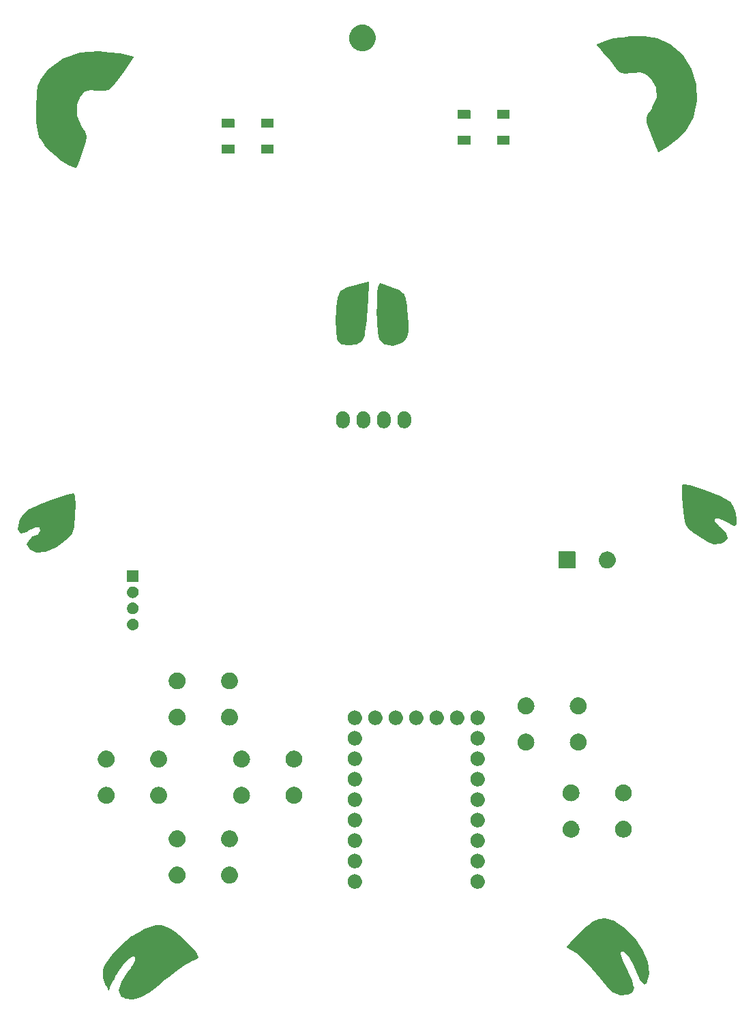
<source format=gbr>
G04 #@! TF.GenerationSoftware,KiCad,Pcbnew,8.0.5-8.0.5-0~ubuntu24.04.1*
G04 #@! TF.CreationDate,2024-10-08T07:55:42+09:00*
G04 #@! TF.ProjectId,gopher2_rp2040_sw,676f7068-6572-4325-9f72-70323034305f,rev?*
G04 #@! TF.SameCoordinates,Original*
G04 #@! TF.FileFunction,Soldermask,Top*
G04 #@! TF.FilePolarity,Negative*
%FSLAX46Y46*%
G04 Gerber Fmt 4.6, Leading zero omitted, Abs format (unit mm)*
G04 Created by KiCad (PCBNEW 8.0.5-8.0.5-0~ubuntu24.04.1) date 2024-10-08 07:55:42*
%MOMM*%
%LPD*%
G01*
G04 APERTURE LIST*
G04 APERTURE END LIST*
G36*
X86372207Y-160805600D02*
G01*
X86372213Y-160805600D01*
X87063428Y-160844542D01*
X87063430Y-160844542D01*
X87073094Y-160845087D01*
X87089659Y-160848633D01*
X87098697Y-160852092D01*
X87098701Y-160852093D01*
X87894497Y-161156657D01*
X87894500Y-161156658D01*
X87899659Y-161158633D01*
X87908376Y-161162885D01*
X88231691Y-161357609D01*
X88784344Y-161690456D01*
X88784349Y-161690460D01*
X88788376Y-161692885D01*
X88795127Y-161697679D01*
X88798738Y-161700676D01*
X88798749Y-161700684D01*
X89793327Y-162526184D01*
X89793342Y-162526197D01*
X89795127Y-162527679D01*
X89798194Y-162530425D01*
X89799863Y-162532036D01*
X89799871Y-162532043D01*
X90297587Y-163012397D01*
X90658194Y-163360425D01*
X90661392Y-163363782D01*
X90857893Y-163588355D01*
X91319753Y-164116195D01*
X91361392Y-164163782D01*
X91369193Y-164175403D01*
X91659193Y-164755403D01*
X91660905Y-164779490D01*
X91661248Y-164781009D01*
X91661062Y-164781702D01*
X91662178Y-164797393D01*
X91648891Y-164818891D01*
X91408891Y-165058891D01*
X91392570Y-165070156D01*
X90597991Y-165427715D01*
X90592385Y-165430588D01*
X90057320Y-165740024D01*
X89771519Y-165905307D01*
X89767384Y-165907918D01*
X88844889Y-166542754D01*
X88841058Y-166545615D01*
X88011247Y-167215846D01*
X87545102Y-167592348D01*
X87005666Y-168051868D01*
X87003897Y-168053313D01*
X85853897Y-168953313D01*
X85573980Y-169173248D01*
X85567105Y-169177857D01*
X84437105Y-169817857D01*
X84423743Y-169823255D01*
X83493743Y-170063255D01*
X83474209Y-170064694D01*
X82624209Y-169974694D01*
X82604347Y-169968651D01*
X82310670Y-169813803D01*
X82067774Y-169685731D01*
X82067773Y-169685730D01*
X82054347Y-169678651D01*
X82034430Y-169656077D01*
X82031860Y-169653792D01*
X82031057Y-169652255D01*
X82028533Y-169649394D01*
X82000385Y-169574694D01*
X81773885Y-168973599D01*
X81773884Y-168973596D01*
X81768533Y-168959394D01*
X81767211Y-168924562D01*
X82077211Y-167864562D01*
X82083813Y-167850138D01*
X82088729Y-167842533D01*
X82088734Y-167842524D01*
X82833429Y-166690730D01*
X82833480Y-166690651D01*
X82833813Y-166690138D01*
X82834489Y-166689117D01*
X82834842Y-166688595D01*
X82834875Y-166688547D01*
X83023850Y-166410057D01*
X83023879Y-166410014D01*
X83024489Y-166409117D01*
X83025648Y-166407475D01*
X83026295Y-166406591D01*
X83026316Y-166406563D01*
X83159601Y-166224811D01*
X83241621Y-166112963D01*
X83245556Y-166106890D01*
X83272940Y-166058715D01*
X83483633Y-165688049D01*
X83764875Y-165193271D01*
X83773108Y-165158137D01*
X83766545Y-165042196D01*
X83750709Y-164762431D01*
X83692618Y-164697297D01*
X83547445Y-164672268D01*
X83500718Y-164682065D01*
X82962261Y-165037994D01*
X82950736Y-165047801D01*
X82255404Y-165801893D01*
X82250489Y-165807939D01*
X82205017Y-165871602D01*
X82204982Y-165871649D01*
X82204755Y-165871968D01*
X82204278Y-165872626D01*
X82064715Y-166062032D01*
X81835147Y-166391412D01*
X81549262Y-166805453D01*
X81545385Y-166811858D01*
X81448921Y-166995141D01*
X81339193Y-167214597D01*
X81338797Y-167215374D01*
X81208797Y-167465374D01*
X81204000Y-167473000D01*
X81114488Y-167592348D01*
X81032831Y-167701224D01*
X81025108Y-167714736D01*
X80980769Y-167821154D01*
X80980632Y-167821480D01*
X80840632Y-168151480D01*
X80840156Y-168152570D01*
X80751567Y-168349432D01*
X80750169Y-168352800D01*
X80671397Y-168559580D01*
X80670857Y-168560941D01*
X80647002Y-168618872D01*
X80604717Y-168721567D01*
X80601492Y-168731825D01*
X80566983Y-168887114D01*
X80563690Y-168901931D01*
X80549832Y-168921700D01*
X80549139Y-168923099D01*
X80548555Y-168923521D01*
X80539528Y-168936401D01*
X80498069Y-168943690D01*
X80483345Y-168933369D01*
X80481858Y-168932844D01*
X80480485Y-168931364D01*
X80463599Y-168919528D01*
X80459658Y-168912151D01*
X80456951Y-168905999D01*
X80456948Y-168905996D01*
X80352374Y-168668325D01*
X80349113Y-168661936D01*
X80180535Y-168373721D01*
X80042525Y-168137769D01*
X80037401Y-168126072D01*
X80035274Y-168119113D01*
X80035272Y-168119107D01*
X79820202Y-167415241D01*
X79820201Y-167415237D01*
X79817401Y-167406072D01*
X79815003Y-167389471D01*
X79815095Y-167379887D01*
X79815094Y-167379880D01*
X79824892Y-166360817D01*
X79824894Y-166360806D01*
X79825003Y-166349471D01*
X79828756Y-166330024D01*
X79832875Y-166319456D01*
X79832876Y-166319454D01*
X80056169Y-165746658D01*
X80056172Y-165746651D01*
X80058756Y-165740024D01*
X80064590Y-165728970D01*
X80068601Y-165723100D01*
X80068608Y-165723087D01*
X80881891Y-164532918D01*
X80881899Y-164532907D01*
X80884590Y-164528970D01*
X80889845Y-164522415D01*
X80893108Y-164518928D01*
X80893112Y-164518924D01*
X82057128Y-163275317D01*
X82057134Y-163275311D01*
X82059845Y-163272415D01*
X82064947Y-163267618D01*
X82067994Y-163265097D01*
X82068012Y-163265081D01*
X83391112Y-162170788D01*
X83391126Y-162170777D01*
X83394947Y-162167618D01*
X83402114Y-162162594D01*
X83406392Y-162160077D01*
X83406400Y-162160072D01*
X84758458Y-161364744D01*
X84758464Y-161364740D01*
X84762114Y-161362594D01*
X84768801Y-161359250D01*
X84772696Y-161357622D01*
X84772724Y-161357609D01*
X85555833Y-161030488D01*
X85555863Y-161030477D01*
X85558801Y-161029250D01*
X85564105Y-161027347D01*
X85567152Y-161026427D01*
X85567172Y-161026420D01*
X86092370Y-160867870D01*
X86092394Y-160867863D01*
X86094105Y-160867347D01*
X86097164Y-160866519D01*
X86098900Y-160866102D01*
X86098942Y-160866091D01*
X86338279Y-160808650D01*
X86338288Y-160808649D01*
X86347164Y-160806519D01*
X86363094Y-160805087D01*
X86372207Y-160805600D01*
G37*
G36*
X142075215Y-159967147D02*
G01*
X142086000Y-159970251D01*
X142086002Y-159970252D01*
X143385627Y-160344386D01*
X143385631Y-160344388D01*
X143395215Y-160347147D01*
X143411006Y-160354573D01*
X143419245Y-160360196D01*
X143419248Y-160360198D01*
X144665542Y-161210843D01*
X144665545Y-161210846D01*
X144671006Y-161214573D01*
X144679851Y-161222093D01*
X145849851Y-162452093D01*
X145855960Y-162459789D01*
X146795960Y-163889789D01*
X146800900Y-163899162D01*
X147410900Y-165389162D01*
X147414521Y-165402756D01*
X147604521Y-166832756D01*
X147602800Y-166855400D01*
X147252800Y-168055400D01*
X147237680Y-168074231D01*
X147234539Y-168079650D01*
X147231592Y-168081815D01*
X147226446Y-168088225D01*
X147224597Y-168089193D01*
X146984597Y-168209193D01*
X146960507Y-168210905D01*
X146958990Y-168211248D01*
X146958296Y-168211062D01*
X146942607Y-168212178D01*
X146917748Y-168195210D01*
X146910264Y-168186229D01*
X146910260Y-168186226D01*
X146573068Y-167781596D01*
X146573062Y-167781587D01*
X146567748Y-167775210D01*
X146559986Y-167762882D01*
X146556530Y-167755328D01*
X146556528Y-167755325D01*
X145860137Y-166233212D01*
X145859986Y-166232882D01*
X145859844Y-166232570D01*
X145682166Y-165837732D01*
X145679438Y-165832373D01*
X145049343Y-164729708D01*
X145040303Y-164717569D01*
X144851118Y-164518924D01*
X144486846Y-164136438D01*
X144438087Y-164116195D01*
X144270343Y-164120006D01*
X144160316Y-164122506D01*
X144088640Y-164198317D01*
X144094443Y-164372365D01*
X144097215Y-164388836D01*
X144350394Y-165206802D01*
X144353125Y-165214015D01*
X144900032Y-166427154D01*
X144900032Y-166427155D01*
X144900140Y-166427396D01*
X144900228Y-166427591D01*
X145071672Y-166811862D01*
X145471264Y-167707500D01*
X145480228Y-167727591D01*
X145482956Y-167735146D01*
X145484189Y-167739545D01*
X145484192Y-167739551D01*
X145708930Y-168540790D01*
X145708930Y-168540792D01*
X145712956Y-168555146D01*
X145713889Y-168580998D01*
X145613889Y-169070998D01*
X145599830Y-169092155D01*
X145596949Y-169098230D01*
X145593989Y-169100946D01*
X145591018Y-169105419D01*
X145181018Y-169385419D01*
X145166831Y-169392362D01*
X144886831Y-169482362D01*
X144875791Y-169484694D01*
X144025791Y-169574694D01*
X143998184Y-169570488D01*
X143188184Y-169220488D01*
X143172695Y-169210414D01*
X143164928Y-169203244D01*
X143164924Y-169203242D01*
X142266276Y-168373721D01*
X142266266Y-168373710D01*
X142262695Y-168370414D01*
X142256868Y-168364127D01*
X141537276Y-167454643D01*
X141047689Y-166865140D01*
X141047314Y-166864683D01*
X141047221Y-166864568D01*
X141047089Y-166864408D01*
X140527456Y-166224858D01*
X140390633Y-166058715D01*
X140387187Y-166054868D01*
X140030580Y-165688355D01*
X140030466Y-165688237D01*
X140030284Y-165688049D01*
X140030283Y-165688049D01*
X139440804Y-165078587D01*
X139374825Y-165012607D01*
X139370695Y-165008832D01*
X138530366Y-164306910D01*
X138524100Y-164302306D01*
X137410258Y-163586265D01*
X137404790Y-163582252D01*
X137344790Y-163532252D01*
X137333571Y-163510878D01*
X137332643Y-163509617D01*
X137332534Y-163508902D01*
X137325226Y-163494979D01*
X137337748Y-163454790D01*
X137340665Y-163451559D01*
X137429728Y-163360425D01*
X137769844Y-163012398D01*
X138118159Y-162624275D01*
X138118196Y-162624235D01*
X138119067Y-162623265D01*
X138120684Y-162621539D01*
X138570313Y-162161918D01*
X138629316Y-162099226D01*
X138888807Y-161823517D01*
X138888831Y-161823491D01*
X138889949Y-161822305D01*
X138892010Y-161820229D01*
X138893195Y-161819096D01*
X138893209Y-161819083D01*
X139559245Y-161182869D01*
X139559255Y-161182859D01*
X139562010Y-161180229D01*
X139567139Y-161175896D01*
X140064804Y-160805087D01*
X140582461Y-160419381D01*
X140582465Y-160419378D01*
X140587139Y-160415896D01*
X140595899Y-160410562D01*
X140601135Y-160408009D01*
X140601144Y-160408004D01*
X141385318Y-160025719D01*
X141385323Y-160025717D01*
X141395899Y-160020562D01*
X141415716Y-160015167D01*
X141427452Y-160014250D01*
X141427453Y-160014250D01*
X142044522Y-159966041D01*
X142044524Y-159966041D01*
X142055716Y-159965167D01*
X142075215Y-159967147D01*
G37*
G36*
X111103983Y-154503936D02*
G01*
X111154180Y-154503936D01*
X111197524Y-154513149D01*
X111235659Y-154516905D01*
X111283566Y-154531437D01*
X111338424Y-154543098D01*
X111373530Y-154558728D01*
X111404566Y-154568143D01*
X111453884Y-154594504D01*
X111510500Y-154619711D01*
X111536822Y-154638835D01*
X111560232Y-154651348D01*
X111607988Y-154690540D01*
X111662887Y-154730427D01*
X111680711Y-154750223D01*
X111696675Y-154763324D01*
X111739572Y-154815594D01*
X111788924Y-154870405D01*
X111799292Y-154888363D01*
X111808651Y-154899767D01*
X111843273Y-154964542D01*
X111883104Y-155033530D01*
X111887685Y-155047630D01*
X111891856Y-155055433D01*
X111914852Y-155131242D01*
X111941311Y-155212672D01*
X111942242Y-155221532D01*
X111943094Y-155224340D01*
X111951384Y-155308513D01*
X111961000Y-155400000D01*
X111951383Y-155491494D01*
X111943094Y-155575659D01*
X111942242Y-155578466D01*
X111941311Y-155587328D01*
X111914848Y-155668771D01*
X111891856Y-155744566D01*
X111887686Y-155752366D01*
X111883104Y-155766470D01*
X111843266Y-155835470D01*
X111808651Y-155900232D01*
X111799294Y-155911633D01*
X111788924Y-155929595D01*
X111739563Y-155984415D01*
X111696675Y-156036675D01*
X111680714Y-156049773D01*
X111662887Y-156069573D01*
X111607977Y-156109467D01*
X111560232Y-156148651D01*
X111536827Y-156161161D01*
X111510500Y-156180289D01*
X111453873Y-156205500D01*
X111404566Y-156231856D01*
X111373537Y-156241268D01*
X111338424Y-156256902D01*
X111283555Y-156268564D01*
X111235659Y-156283094D01*
X111197532Y-156286849D01*
X111154180Y-156296064D01*
X111103973Y-156296064D01*
X111060000Y-156300395D01*
X111016027Y-156296064D01*
X110965820Y-156296064D01*
X110922467Y-156286849D01*
X110884340Y-156283094D01*
X110836441Y-156268563D01*
X110781576Y-156256902D01*
X110746464Y-156241269D01*
X110715433Y-156231856D01*
X110666120Y-156205498D01*
X110609500Y-156180289D01*
X110583175Y-156161163D01*
X110559767Y-156148651D01*
X110512013Y-156109460D01*
X110457113Y-156069573D01*
X110439287Y-156049776D01*
X110423324Y-156036675D01*
X110380425Y-155984402D01*
X110331076Y-155929595D01*
X110320708Y-155911637D01*
X110311348Y-155900232D01*
X110276719Y-155835447D01*
X110236896Y-155766470D01*
X110232315Y-155752371D01*
X110228143Y-155744566D01*
X110205136Y-155668725D01*
X110178689Y-155587328D01*
X110177758Y-155578471D01*
X110176905Y-155575659D01*
X110168600Y-155491342D01*
X110159000Y-155400000D01*
X110168599Y-155308664D01*
X110176905Y-155224340D01*
X110177758Y-155221527D01*
X110178689Y-155212672D01*
X110205132Y-155131288D01*
X110228143Y-155055433D01*
X110232315Y-155047626D01*
X110236896Y-155033530D01*
X110276712Y-154964565D01*
X110311348Y-154899767D01*
X110320710Y-154888359D01*
X110331076Y-154870405D01*
X110380416Y-154815607D01*
X110423324Y-154763324D01*
X110439291Y-154750219D01*
X110457113Y-154730427D01*
X110512002Y-154690546D01*
X110559767Y-154651348D01*
X110583180Y-154638833D01*
X110609500Y-154619711D01*
X110666109Y-154594506D01*
X110715433Y-154568143D01*
X110746471Y-154558727D01*
X110781576Y-154543098D01*
X110836430Y-154531438D01*
X110884340Y-154516905D01*
X110922476Y-154513148D01*
X110965820Y-154503936D01*
X111016016Y-154503936D01*
X111060000Y-154499604D01*
X111103983Y-154503936D01*
G37*
G36*
X126343983Y-154503936D02*
G01*
X126394180Y-154503936D01*
X126437524Y-154513149D01*
X126475659Y-154516905D01*
X126523566Y-154531437D01*
X126578424Y-154543098D01*
X126613530Y-154558728D01*
X126644566Y-154568143D01*
X126693884Y-154594504D01*
X126750500Y-154619711D01*
X126776822Y-154638835D01*
X126800232Y-154651348D01*
X126847988Y-154690540D01*
X126902887Y-154730427D01*
X126920711Y-154750223D01*
X126936675Y-154763324D01*
X126979572Y-154815594D01*
X127028924Y-154870405D01*
X127039292Y-154888363D01*
X127048651Y-154899767D01*
X127083273Y-154964542D01*
X127123104Y-155033530D01*
X127127685Y-155047630D01*
X127131856Y-155055433D01*
X127154852Y-155131242D01*
X127181311Y-155212672D01*
X127182242Y-155221532D01*
X127183094Y-155224340D01*
X127191384Y-155308513D01*
X127201000Y-155400000D01*
X127191383Y-155491494D01*
X127183094Y-155575659D01*
X127182242Y-155578466D01*
X127181311Y-155587328D01*
X127154848Y-155668771D01*
X127131856Y-155744566D01*
X127127686Y-155752366D01*
X127123104Y-155766470D01*
X127083266Y-155835470D01*
X127048651Y-155900232D01*
X127039294Y-155911633D01*
X127028924Y-155929595D01*
X126979563Y-155984415D01*
X126936675Y-156036675D01*
X126920714Y-156049773D01*
X126902887Y-156069573D01*
X126847977Y-156109467D01*
X126800232Y-156148651D01*
X126776827Y-156161161D01*
X126750500Y-156180289D01*
X126693873Y-156205500D01*
X126644566Y-156231856D01*
X126613537Y-156241268D01*
X126578424Y-156256902D01*
X126523555Y-156268564D01*
X126475659Y-156283094D01*
X126437532Y-156286849D01*
X126394180Y-156296064D01*
X126343973Y-156296064D01*
X126300000Y-156300395D01*
X126256027Y-156296064D01*
X126205820Y-156296064D01*
X126162467Y-156286849D01*
X126124340Y-156283094D01*
X126076441Y-156268563D01*
X126021576Y-156256902D01*
X125986464Y-156241269D01*
X125955433Y-156231856D01*
X125906120Y-156205498D01*
X125849500Y-156180289D01*
X125823175Y-156161163D01*
X125799767Y-156148651D01*
X125752013Y-156109460D01*
X125697113Y-156069573D01*
X125679287Y-156049776D01*
X125663324Y-156036675D01*
X125620425Y-155984402D01*
X125571076Y-155929595D01*
X125560708Y-155911637D01*
X125551348Y-155900232D01*
X125516719Y-155835447D01*
X125476896Y-155766470D01*
X125472315Y-155752371D01*
X125468143Y-155744566D01*
X125445136Y-155668725D01*
X125418689Y-155587328D01*
X125417758Y-155578471D01*
X125416905Y-155575659D01*
X125408600Y-155491342D01*
X125399000Y-155400000D01*
X125408599Y-155308664D01*
X125416905Y-155224340D01*
X125417758Y-155221527D01*
X125418689Y-155212672D01*
X125445132Y-155131288D01*
X125468143Y-155055433D01*
X125472315Y-155047626D01*
X125476896Y-155033530D01*
X125516712Y-154964565D01*
X125551348Y-154899767D01*
X125560710Y-154888359D01*
X125571076Y-154870405D01*
X125620416Y-154815607D01*
X125663324Y-154763324D01*
X125679291Y-154750219D01*
X125697113Y-154730427D01*
X125752002Y-154690546D01*
X125799767Y-154651348D01*
X125823180Y-154638833D01*
X125849500Y-154619711D01*
X125906109Y-154594506D01*
X125955433Y-154568143D01*
X125986471Y-154558727D01*
X126021576Y-154543098D01*
X126076430Y-154531438D01*
X126124340Y-154516905D01*
X126162476Y-154513148D01*
X126205820Y-154503936D01*
X126256016Y-154503936D01*
X126300000Y-154499604D01*
X126343983Y-154503936D01*
G37*
G36*
X89050938Y-153554017D02*
G01*
X89096923Y-153554017D01*
X89148139Y-153563590D01*
X89205040Y-153569195D01*
X89248261Y-153582306D01*
X89287474Y-153589636D01*
X89341785Y-153610676D01*
X89402200Y-153629003D01*
X89436720Y-153647454D01*
X89468232Y-153659662D01*
X89522977Y-153693559D01*
X89583904Y-153726125D01*
X89609506Y-153747136D01*
X89633048Y-153761713D01*
X89685212Y-153809267D01*
X89743169Y-153856831D01*
X89760342Y-153877757D01*
X89776301Y-153892305D01*
X89822629Y-153953653D01*
X89873875Y-154016096D01*
X89883783Y-154034634D01*
X89893122Y-154047000D01*
X89930274Y-154121613D01*
X89970997Y-154197800D01*
X89975340Y-154212117D01*
X89979528Y-154220528D01*
X90004267Y-154307476D01*
X90030805Y-154394960D01*
X90031676Y-154403811D01*
X90032577Y-154406975D01*
X90041938Y-154508002D01*
X90051000Y-154600000D01*
X90041938Y-154692005D01*
X90032577Y-154793024D01*
X90031676Y-154796187D01*
X90030805Y-154805040D01*
X90004262Y-154892538D01*
X89979528Y-154979471D01*
X89975341Y-154987879D01*
X89970997Y-155002200D01*
X89930267Y-155078399D01*
X89893122Y-155152999D01*
X89883785Y-155165362D01*
X89873875Y-155183904D01*
X89822620Y-155246357D01*
X89776301Y-155307694D01*
X89760345Y-155322238D01*
X89743169Y-155343169D01*
X89685201Y-155390741D01*
X89633048Y-155438286D01*
X89609511Y-155452859D01*
X89583904Y-155473875D01*
X89522965Y-155506447D01*
X89468232Y-155540337D01*
X89436726Y-155552542D01*
X89402200Y-155570997D01*
X89341773Y-155589327D01*
X89287474Y-155610363D01*
X89248268Y-155617691D01*
X89205040Y-155630805D01*
X89148136Y-155636409D01*
X89096923Y-155645983D01*
X89050938Y-155645983D01*
X89000000Y-155651000D01*
X88949062Y-155645983D01*
X88903077Y-155645983D01*
X88851863Y-155636409D01*
X88794960Y-155630805D01*
X88751732Y-155617692D01*
X88712525Y-155610363D01*
X88658221Y-155589325D01*
X88597800Y-155570997D01*
X88563275Y-155552543D01*
X88531767Y-155540337D01*
X88477027Y-155506443D01*
X88416096Y-155473875D01*
X88390491Y-155452861D01*
X88366951Y-155438286D01*
X88314788Y-155390733D01*
X88256831Y-155343169D01*
X88239656Y-155322242D01*
X88223698Y-155307694D01*
X88177367Y-155246342D01*
X88126125Y-155183904D01*
X88116216Y-155165366D01*
X88106877Y-155152999D01*
X88069717Y-155078372D01*
X88029003Y-155002200D01*
X88024660Y-154987884D01*
X88020471Y-154979471D01*
X87995721Y-154892485D01*
X87969195Y-154805040D01*
X87968323Y-154796192D01*
X87967422Y-154793024D01*
X87958044Y-154691833D01*
X87949000Y-154600000D01*
X87958044Y-154508173D01*
X87967422Y-154406975D01*
X87968323Y-154403805D01*
X87969195Y-154394960D01*
X87995716Y-154307529D01*
X88020471Y-154220528D01*
X88024661Y-154212112D01*
X88029003Y-154197800D01*
X88069710Y-154121641D01*
X88106877Y-154047000D01*
X88116218Y-154034629D01*
X88126125Y-154016096D01*
X88177357Y-153953668D01*
X88223698Y-153892305D01*
X88239660Y-153877753D01*
X88256831Y-153856831D01*
X88314777Y-153809275D01*
X88366951Y-153761713D01*
X88390496Y-153747134D01*
X88416096Y-153726125D01*
X88477015Y-153693563D01*
X88531767Y-153659662D01*
X88563282Y-153647452D01*
X88597800Y-153629003D01*
X88658209Y-153610677D01*
X88712525Y-153589636D01*
X88751739Y-153582305D01*
X88794960Y-153569195D01*
X88851860Y-153563590D01*
X88903077Y-153554017D01*
X88949062Y-153554017D01*
X89000000Y-153549000D01*
X89050938Y-153554017D01*
G37*
G36*
X95550938Y-153554017D02*
G01*
X95596923Y-153554017D01*
X95648139Y-153563590D01*
X95705040Y-153569195D01*
X95748261Y-153582306D01*
X95787474Y-153589636D01*
X95841785Y-153610676D01*
X95902200Y-153629003D01*
X95936720Y-153647454D01*
X95968232Y-153659662D01*
X96022977Y-153693559D01*
X96083904Y-153726125D01*
X96109506Y-153747136D01*
X96133048Y-153761713D01*
X96185212Y-153809267D01*
X96243169Y-153856831D01*
X96260342Y-153877757D01*
X96276301Y-153892305D01*
X96322629Y-153953653D01*
X96373875Y-154016096D01*
X96383783Y-154034634D01*
X96393122Y-154047000D01*
X96430274Y-154121613D01*
X96470997Y-154197800D01*
X96475340Y-154212117D01*
X96479528Y-154220528D01*
X96504267Y-154307476D01*
X96530805Y-154394960D01*
X96531676Y-154403811D01*
X96532577Y-154406975D01*
X96541938Y-154508002D01*
X96551000Y-154600000D01*
X96541938Y-154692005D01*
X96532577Y-154793024D01*
X96531676Y-154796187D01*
X96530805Y-154805040D01*
X96504262Y-154892538D01*
X96479528Y-154979471D01*
X96475341Y-154987879D01*
X96470997Y-155002200D01*
X96430267Y-155078399D01*
X96393122Y-155152999D01*
X96383785Y-155165362D01*
X96373875Y-155183904D01*
X96322620Y-155246357D01*
X96276301Y-155307694D01*
X96260345Y-155322238D01*
X96243169Y-155343169D01*
X96185201Y-155390741D01*
X96133048Y-155438286D01*
X96109511Y-155452859D01*
X96083904Y-155473875D01*
X96022965Y-155506447D01*
X95968232Y-155540337D01*
X95936726Y-155552542D01*
X95902200Y-155570997D01*
X95841773Y-155589327D01*
X95787474Y-155610363D01*
X95748268Y-155617691D01*
X95705040Y-155630805D01*
X95648136Y-155636409D01*
X95596923Y-155645983D01*
X95550938Y-155645983D01*
X95500000Y-155651000D01*
X95449062Y-155645983D01*
X95403077Y-155645983D01*
X95351863Y-155636409D01*
X95294960Y-155630805D01*
X95251732Y-155617692D01*
X95212525Y-155610363D01*
X95158221Y-155589325D01*
X95097800Y-155570997D01*
X95063275Y-155552543D01*
X95031767Y-155540337D01*
X94977027Y-155506443D01*
X94916096Y-155473875D01*
X94890491Y-155452861D01*
X94866951Y-155438286D01*
X94814788Y-155390733D01*
X94756831Y-155343169D01*
X94739656Y-155322242D01*
X94723698Y-155307694D01*
X94677367Y-155246342D01*
X94626125Y-155183904D01*
X94616216Y-155165366D01*
X94606877Y-155152999D01*
X94569717Y-155078372D01*
X94529003Y-155002200D01*
X94524660Y-154987884D01*
X94520471Y-154979471D01*
X94495721Y-154892485D01*
X94469195Y-154805040D01*
X94468323Y-154796192D01*
X94467422Y-154793024D01*
X94458044Y-154691833D01*
X94449000Y-154600000D01*
X94458044Y-154508173D01*
X94467422Y-154406975D01*
X94468323Y-154403805D01*
X94469195Y-154394960D01*
X94495716Y-154307529D01*
X94520471Y-154220528D01*
X94524661Y-154212112D01*
X94529003Y-154197800D01*
X94569710Y-154121641D01*
X94606877Y-154047000D01*
X94616218Y-154034629D01*
X94626125Y-154016096D01*
X94677357Y-153953668D01*
X94723698Y-153892305D01*
X94739660Y-153877753D01*
X94756831Y-153856831D01*
X94814777Y-153809275D01*
X94866951Y-153761713D01*
X94890496Y-153747134D01*
X94916096Y-153726125D01*
X94977015Y-153693563D01*
X95031767Y-153659662D01*
X95063282Y-153647452D01*
X95097800Y-153629003D01*
X95158209Y-153610677D01*
X95212525Y-153589636D01*
X95251739Y-153582305D01*
X95294960Y-153569195D01*
X95351860Y-153563590D01*
X95403077Y-153554017D01*
X95449062Y-153554017D01*
X95500000Y-153549000D01*
X95550938Y-153554017D01*
G37*
G36*
X111103983Y-151963936D02*
G01*
X111154180Y-151963936D01*
X111197524Y-151973149D01*
X111235659Y-151976905D01*
X111283566Y-151991437D01*
X111338424Y-152003098D01*
X111373530Y-152018728D01*
X111404566Y-152028143D01*
X111453884Y-152054504D01*
X111510500Y-152079711D01*
X111536822Y-152098835D01*
X111560232Y-152111348D01*
X111607988Y-152150540D01*
X111662887Y-152190427D01*
X111680711Y-152210223D01*
X111696675Y-152223324D01*
X111739572Y-152275594D01*
X111788924Y-152330405D01*
X111799292Y-152348363D01*
X111808651Y-152359767D01*
X111843273Y-152424542D01*
X111883104Y-152493530D01*
X111887685Y-152507630D01*
X111891856Y-152515433D01*
X111914852Y-152591242D01*
X111941311Y-152672672D01*
X111942242Y-152681532D01*
X111943094Y-152684340D01*
X111951384Y-152768513D01*
X111961000Y-152860000D01*
X111951383Y-152951494D01*
X111943094Y-153035659D01*
X111942242Y-153038466D01*
X111941311Y-153047328D01*
X111914848Y-153128771D01*
X111891856Y-153204566D01*
X111887686Y-153212366D01*
X111883104Y-153226470D01*
X111843266Y-153295470D01*
X111808651Y-153360232D01*
X111799294Y-153371633D01*
X111788924Y-153389595D01*
X111739563Y-153444415D01*
X111696675Y-153496675D01*
X111680714Y-153509773D01*
X111662887Y-153529573D01*
X111607977Y-153569467D01*
X111560232Y-153608651D01*
X111536827Y-153621161D01*
X111510500Y-153640289D01*
X111453873Y-153665500D01*
X111404566Y-153691856D01*
X111373537Y-153701268D01*
X111338424Y-153716902D01*
X111283555Y-153728564D01*
X111235659Y-153743094D01*
X111197532Y-153746849D01*
X111154180Y-153756064D01*
X111103973Y-153756064D01*
X111060000Y-153760395D01*
X111016027Y-153756064D01*
X110965820Y-153756064D01*
X110922467Y-153746849D01*
X110884340Y-153743094D01*
X110836441Y-153728563D01*
X110781576Y-153716902D01*
X110746464Y-153701269D01*
X110715433Y-153691856D01*
X110666120Y-153665498D01*
X110609500Y-153640289D01*
X110583175Y-153621163D01*
X110559767Y-153608651D01*
X110512013Y-153569460D01*
X110457113Y-153529573D01*
X110439287Y-153509776D01*
X110423324Y-153496675D01*
X110380425Y-153444402D01*
X110331076Y-153389595D01*
X110320708Y-153371637D01*
X110311348Y-153360232D01*
X110276719Y-153295447D01*
X110236896Y-153226470D01*
X110232315Y-153212371D01*
X110228143Y-153204566D01*
X110205136Y-153128725D01*
X110178689Y-153047328D01*
X110177758Y-153038471D01*
X110176905Y-153035659D01*
X110168600Y-152951342D01*
X110159000Y-152860000D01*
X110168599Y-152768664D01*
X110176905Y-152684340D01*
X110177758Y-152681527D01*
X110178689Y-152672672D01*
X110205132Y-152591288D01*
X110228143Y-152515433D01*
X110232315Y-152507626D01*
X110236896Y-152493530D01*
X110276712Y-152424565D01*
X110311348Y-152359767D01*
X110320710Y-152348359D01*
X110331076Y-152330405D01*
X110380416Y-152275607D01*
X110423324Y-152223324D01*
X110439291Y-152210219D01*
X110457113Y-152190427D01*
X110512002Y-152150546D01*
X110559767Y-152111348D01*
X110583180Y-152098833D01*
X110609500Y-152079711D01*
X110666109Y-152054506D01*
X110715433Y-152028143D01*
X110746471Y-152018727D01*
X110781576Y-152003098D01*
X110836430Y-151991438D01*
X110884340Y-151976905D01*
X110922476Y-151973148D01*
X110965820Y-151963936D01*
X111016016Y-151963936D01*
X111060000Y-151959604D01*
X111103983Y-151963936D01*
G37*
G36*
X126343983Y-151963936D02*
G01*
X126394180Y-151963936D01*
X126437524Y-151973149D01*
X126475659Y-151976905D01*
X126523566Y-151991437D01*
X126578424Y-152003098D01*
X126613530Y-152018728D01*
X126644566Y-152028143D01*
X126693884Y-152054504D01*
X126750500Y-152079711D01*
X126776822Y-152098835D01*
X126800232Y-152111348D01*
X126847988Y-152150540D01*
X126902887Y-152190427D01*
X126920711Y-152210223D01*
X126936675Y-152223324D01*
X126979572Y-152275594D01*
X127028924Y-152330405D01*
X127039292Y-152348363D01*
X127048651Y-152359767D01*
X127083273Y-152424542D01*
X127123104Y-152493530D01*
X127127685Y-152507630D01*
X127131856Y-152515433D01*
X127154852Y-152591242D01*
X127181311Y-152672672D01*
X127182242Y-152681532D01*
X127183094Y-152684340D01*
X127191384Y-152768513D01*
X127201000Y-152860000D01*
X127191383Y-152951494D01*
X127183094Y-153035659D01*
X127182242Y-153038466D01*
X127181311Y-153047328D01*
X127154848Y-153128771D01*
X127131856Y-153204566D01*
X127127686Y-153212366D01*
X127123104Y-153226470D01*
X127083266Y-153295470D01*
X127048651Y-153360232D01*
X127039294Y-153371633D01*
X127028924Y-153389595D01*
X126979563Y-153444415D01*
X126936675Y-153496675D01*
X126920714Y-153509773D01*
X126902887Y-153529573D01*
X126847977Y-153569467D01*
X126800232Y-153608651D01*
X126776827Y-153621161D01*
X126750500Y-153640289D01*
X126693873Y-153665500D01*
X126644566Y-153691856D01*
X126613537Y-153701268D01*
X126578424Y-153716902D01*
X126523555Y-153728564D01*
X126475659Y-153743094D01*
X126437532Y-153746849D01*
X126394180Y-153756064D01*
X126343973Y-153756064D01*
X126300000Y-153760395D01*
X126256027Y-153756064D01*
X126205820Y-153756064D01*
X126162467Y-153746849D01*
X126124340Y-153743094D01*
X126076441Y-153728563D01*
X126021576Y-153716902D01*
X125986464Y-153701269D01*
X125955433Y-153691856D01*
X125906120Y-153665498D01*
X125849500Y-153640289D01*
X125823175Y-153621163D01*
X125799767Y-153608651D01*
X125752013Y-153569460D01*
X125697113Y-153529573D01*
X125679287Y-153509776D01*
X125663324Y-153496675D01*
X125620425Y-153444402D01*
X125571076Y-153389595D01*
X125560708Y-153371637D01*
X125551348Y-153360232D01*
X125516719Y-153295447D01*
X125476896Y-153226470D01*
X125472315Y-153212371D01*
X125468143Y-153204566D01*
X125445136Y-153128725D01*
X125418689Y-153047328D01*
X125417758Y-153038471D01*
X125416905Y-153035659D01*
X125408600Y-152951342D01*
X125399000Y-152860000D01*
X125408599Y-152768664D01*
X125416905Y-152684340D01*
X125417758Y-152681527D01*
X125418689Y-152672672D01*
X125445132Y-152591288D01*
X125468143Y-152515433D01*
X125472315Y-152507626D01*
X125476896Y-152493530D01*
X125516712Y-152424565D01*
X125551348Y-152359767D01*
X125560710Y-152348359D01*
X125571076Y-152330405D01*
X125620416Y-152275607D01*
X125663324Y-152223324D01*
X125679291Y-152210219D01*
X125697113Y-152190427D01*
X125752002Y-152150546D01*
X125799767Y-152111348D01*
X125823180Y-152098833D01*
X125849500Y-152079711D01*
X125906109Y-152054506D01*
X125955433Y-152028143D01*
X125986471Y-152018727D01*
X126021576Y-152003098D01*
X126076430Y-151991438D01*
X126124340Y-151976905D01*
X126162476Y-151973148D01*
X126205820Y-151963936D01*
X126256016Y-151963936D01*
X126300000Y-151959604D01*
X126343983Y-151963936D01*
G37*
G36*
X111103983Y-149423936D02*
G01*
X111154180Y-149423936D01*
X111197524Y-149433149D01*
X111235659Y-149436905D01*
X111283566Y-149451437D01*
X111338424Y-149463098D01*
X111373530Y-149478728D01*
X111404566Y-149488143D01*
X111453884Y-149514504D01*
X111510500Y-149539711D01*
X111536822Y-149558835D01*
X111560232Y-149571348D01*
X111607988Y-149610540D01*
X111662887Y-149650427D01*
X111680711Y-149670223D01*
X111696675Y-149683324D01*
X111739572Y-149735594D01*
X111788924Y-149790405D01*
X111799292Y-149808363D01*
X111808651Y-149819767D01*
X111843273Y-149884542D01*
X111883104Y-149953530D01*
X111887685Y-149967630D01*
X111891856Y-149975433D01*
X111914852Y-150051242D01*
X111941311Y-150132672D01*
X111942242Y-150141532D01*
X111943094Y-150144340D01*
X111951384Y-150228513D01*
X111961000Y-150320000D01*
X111951383Y-150411494D01*
X111943094Y-150495659D01*
X111942242Y-150498466D01*
X111941311Y-150507328D01*
X111914848Y-150588771D01*
X111891856Y-150664566D01*
X111887686Y-150672366D01*
X111883104Y-150686470D01*
X111843266Y-150755470D01*
X111808651Y-150820232D01*
X111799294Y-150831633D01*
X111788924Y-150849595D01*
X111739563Y-150904415D01*
X111696675Y-150956675D01*
X111680714Y-150969773D01*
X111662887Y-150989573D01*
X111607977Y-151029467D01*
X111560232Y-151068651D01*
X111536827Y-151081161D01*
X111510500Y-151100289D01*
X111453873Y-151125500D01*
X111404566Y-151151856D01*
X111373537Y-151161268D01*
X111338424Y-151176902D01*
X111283555Y-151188564D01*
X111235659Y-151203094D01*
X111197532Y-151206849D01*
X111154180Y-151216064D01*
X111103973Y-151216064D01*
X111060000Y-151220395D01*
X111016027Y-151216064D01*
X110965820Y-151216064D01*
X110922467Y-151206849D01*
X110884340Y-151203094D01*
X110836441Y-151188563D01*
X110781576Y-151176902D01*
X110746464Y-151161269D01*
X110715433Y-151151856D01*
X110666120Y-151125498D01*
X110609500Y-151100289D01*
X110583175Y-151081163D01*
X110559767Y-151068651D01*
X110512013Y-151029460D01*
X110457113Y-150989573D01*
X110439287Y-150969776D01*
X110423324Y-150956675D01*
X110380425Y-150904402D01*
X110331076Y-150849595D01*
X110320708Y-150831637D01*
X110311348Y-150820232D01*
X110276719Y-150755447D01*
X110236896Y-150686470D01*
X110232315Y-150672371D01*
X110228143Y-150664566D01*
X110205136Y-150588725D01*
X110178689Y-150507328D01*
X110177758Y-150498471D01*
X110176905Y-150495659D01*
X110168600Y-150411342D01*
X110159000Y-150320000D01*
X110168599Y-150228664D01*
X110176905Y-150144340D01*
X110177758Y-150141527D01*
X110178689Y-150132672D01*
X110205132Y-150051288D01*
X110228143Y-149975433D01*
X110232315Y-149967626D01*
X110236896Y-149953530D01*
X110276712Y-149884565D01*
X110311348Y-149819767D01*
X110320710Y-149808359D01*
X110331076Y-149790405D01*
X110380416Y-149735607D01*
X110423324Y-149683324D01*
X110439291Y-149670219D01*
X110457113Y-149650427D01*
X110512002Y-149610546D01*
X110559767Y-149571348D01*
X110583180Y-149558833D01*
X110609500Y-149539711D01*
X110666109Y-149514506D01*
X110715433Y-149488143D01*
X110746471Y-149478727D01*
X110781576Y-149463098D01*
X110836430Y-149451438D01*
X110884340Y-149436905D01*
X110922476Y-149433148D01*
X110965820Y-149423936D01*
X111016016Y-149423936D01*
X111060000Y-149419604D01*
X111103983Y-149423936D01*
G37*
G36*
X126343983Y-149423936D02*
G01*
X126394180Y-149423936D01*
X126437524Y-149433149D01*
X126475659Y-149436905D01*
X126523566Y-149451437D01*
X126578424Y-149463098D01*
X126613530Y-149478728D01*
X126644566Y-149488143D01*
X126693884Y-149514504D01*
X126750500Y-149539711D01*
X126776822Y-149558835D01*
X126800232Y-149571348D01*
X126847988Y-149610540D01*
X126902887Y-149650427D01*
X126920711Y-149670223D01*
X126936675Y-149683324D01*
X126979572Y-149735594D01*
X127028924Y-149790405D01*
X127039292Y-149808363D01*
X127048651Y-149819767D01*
X127083273Y-149884542D01*
X127123104Y-149953530D01*
X127127685Y-149967630D01*
X127131856Y-149975433D01*
X127154852Y-150051242D01*
X127181311Y-150132672D01*
X127182242Y-150141532D01*
X127183094Y-150144340D01*
X127191384Y-150228513D01*
X127201000Y-150320000D01*
X127191383Y-150411494D01*
X127183094Y-150495659D01*
X127182242Y-150498466D01*
X127181311Y-150507328D01*
X127154848Y-150588771D01*
X127131856Y-150664566D01*
X127127686Y-150672366D01*
X127123104Y-150686470D01*
X127083266Y-150755470D01*
X127048651Y-150820232D01*
X127039294Y-150831633D01*
X127028924Y-150849595D01*
X126979563Y-150904415D01*
X126936675Y-150956675D01*
X126920714Y-150969773D01*
X126902887Y-150989573D01*
X126847977Y-151029467D01*
X126800232Y-151068651D01*
X126776827Y-151081161D01*
X126750500Y-151100289D01*
X126693873Y-151125500D01*
X126644566Y-151151856D01*
X126613537Y-151161268D01*
X126578424Y-151176902D01*
X126523555Y-151188564D01*
X126475659Y-151203094D01*
X126437532Y-151206849D01*
X126394180Y-151216064D01*
X126343973Y-151216064D01*
X126300000Y-151220395D01*
X126256027Y-151216064D01*
X126205820Y-151216064D01*
X126162467Y-151206849D01*
X126124340Y-151203094D01*
X126076441Y-151188563D01*
X126021576Y-151176902D01*
X125986464Y-151161269D01*
X125955433Y-151151856D01*
X125906120Y-151125498D01*
X125849500Y-151100289D01*
X125823175Y-151081163D01*
X125799767Y-151068651D01*
X125752013Y-151029460D01*
X125697113Y-150989573D01*
X125679287Y-150969776D01*
X125663324Y-150956675D01*
X125620425Y-150904402D01*
X125571076Y-150849595D01*
X125560708Y-150831637D01*
X125551348Y-150820232D01*
X125516719Y-150755447D01*
X125476896Y-150686470D01*
X125472315Y-150672371D01*
X125468143Y-150664566D01*
X125445136Y-150588725D01*
X125418689Y-150507328D01*
X125417758Y-150498471D01*
X125416905Y-150495659D01*
X125408600Y-150411342D01*
X125399000Y-150320000D01*
X125408599Y-150228664D01*
X125416905Y-150144340D01*
X125417758Y-150141527D01*
X125418689Y-150132672D01*
X125445132Y-150051288D01*
X125468143Y-149975433D01*
X125472315Y-149967626D01*
X125476896Y-149953530D01*
X125516712Y-149884565D01*
X125551348Y-149819767D01*
X125560710Y-149808359D01*
X125571076Y-149790405D01*
X125620416Y-149735607D01*
X125663324Y-149683324D01*
X125679291Y-149670219D01*
X125697113Y-149650427D01*
X125752002Y-149610546D01*
X125799767Y-149571348D01*
X125823180Y-149558833D01*
X125849500Y-149539711D01*
X125906109Y-149514506D01*
X125955433Y-149488143D01*
X125986471Y-149478727D01*
X126021576Y-149463098D01*
X126076430Y-149451438D01*
X126124340Y-149436905D01*
X126162476Y-149433148D01*
X126205820Y-149423936D01*
X126256016Y-149423936D01*
X126300000Y-149419604D01*
X126343983Y-149423936D01*
G37*
G36*
X89050938Y-149054017D02*
G01*
X89096923Y-149054017D01*
X89148139Y-149063590D01*
X89205040Y-149069195D01*
X89248261Y-149082306D01*
X89287474Y-149089636D01*
X89341785Y-149110676D01*
X89402200Y-149129003D01*
X89436720Y-149147454D01*
X89468232Y-149159662D01*
X89522977Y-149193559D01*
X89583904Y-149226125D01*
X89609506Y-149247136D01*
X89633048Y-149261713D01*
X89685212Y-149309267D01*
X89743169Y-149356831D01*
X89760342Y-149377757D01*
X89776301Y-149392305D01*
X89822629Y-149453653D01*
X89873875Y-149516096D01*
X89883783Y-149534634D01*
X89893122Y-149547000D01*
X89930274Y-149621613D01*
X89970997Y-149697800D01*
X89975340Y-149712117D01*
X89979528Y-149720528D01*
X90004267Y-149807476D01*
X90030805Y-149894960D01*
X90031676Y-149903811D01*
X90032577Y-149906975D01*
X90041938Y-150008002D01*
X90051000Y-150100000D01*
X90041938Y-150192005D01*
X90032577Y-150293024D01*
X90031676Y-150296187D01*
X90030805Y-150305040D01*
X90004262Y-150392538D01*
X89979528Y-150479471D01*
X89975341Y-150487879D01*
X89970997Y-150502200D01*
X89930267Y-150578399D01*
X89893122Y-150652999D01*
X89883785Y-150665362D01*
X89873875Y-150683904D01*
X89822620Y-150746357D01*
X89776301Y-150807694D01*
X89760345Y-150822238D01*
X89743169Y-150843169D01*
X89685201Y-150890741D01*
X89633048Y-150938286D01*
X89609511Y-150952859D01*
X89583904Y-150973875D01*
X89522965Y-151006447D01*
X89468232Y-151040337D01*
X89436726Y-151052542D01*
X89402200Y-151070997D01*
X89341773Y-151089327D01*
X89287474Y-151110363D01*
X89248268Y-151117691D01*
X89205040Y-151130805D01*
X89148136Y-151136409D01*
X89096923Y-151145983D01*
X89050938Y-151145983D01*
X89000000Y-151151000D01*
X88949062Y-151145983D01*
X88903077Y-151145983D01*
X88851863Y-151136409D01*
X88794960Y-151130805D01*
X88751732Y-151117692D01*
X88712525Y-151110363D01*
X88658221Y-151089325D01*
X88597800Y-151070997D01*
X88563275Y-151052543D01*
X88531767Y-151040337D01*
X88477027Y-151006443D01*
X88416096Y-150973875D01*
X88390491Y-150952861D01*
X88366951Y-150938286D01*
X88314788Y-150890733D01*
X88256831Y-150843169D01*
X88239656Y-150822242D01*
X88223698Y-150807694D01*
X88177367Y-150746342D01*
X88126125Y-150683904D01*
X88116216Y-150665366D01*
X88106877Y-150652999D01*
X88069717Y-150578372D01*
X88029003Y-150502200D01*
X88024660Y-150487884D01*
X88020471Y-150479471D01*
X87995721Y-150392485D01*
X87969195Y-150305040D01*
X87968323Y-150296192D01*
X87967422Y-150293024D01*
X87958044Y-150191833D01*
X87949000Y-150100000D01*
X87958044Y-150008173D01*
X87967422Y-149906975D01*
X87968323Y-149903805D01*
X87969195Y-149894960D01*
X87995716Y-149807529D01*
X88020471Y-149720528D01*
X88024661Y-149712112D01*
X88029003Y-149697800D01*
X88069710Y-149621641D01*
X88106877Y-149547000D01*
X88116218Y-149534629D01*
X88126125Y-149516096D01*
X88177357Y-149453668D01*
X88223698Y-149392305D01*
X88239660Y-149377753D01*
X88256831Y-149356831D01*
X88314777Y-149309275D01*
X88366951Y-149261713D01*
X88390496Y-149247134D01*
X88416096Y-149226125D01*
X88477015Y-149193563D01*
X88531767Y-149159662D01*
X88563282Y-149147452D01*
X88597800Y-149129003D01*
X88658209Y-149110677D01*
X88712525Y-149089636D01*
X88751739Y-149082305D01*
X88794960Y-149069195D01*
X88851860Y-149063590D01*
X88903077Y-149054017D01*
X88949062Y-149054017D01*
X89000000Y-149049000D01*
X89050938Y-149054017D01*
G37*
G36*
X95550938Y-149054017D02*
G01*
X95596923Y-149054017D01*
X95648139Y-149063590D01*
X95705040Y-149069195D01*
X95748261Y-149082306D01*
X95787474Y-149089636D01*
X95841785Y-149110676D01*
X95902200Y-149129003D01*
X95936720Y-149147454D01*
X95968232Y-149159662D01*
X96022977Y-149193559D01*
X96083904Y-149226125D01*
X96109506Y-149247136D01*
X96133048Y-149261713D01*
X96185212Y-149309267D01*
X96243169Y-149356831D01*
X96260342Y-149377757D01*
X96276301Y-149392305D01*
X96322629Y-149453653D01*
X96373875Y-149516096D01*
X96383783Y-149534634D01*
X96393122Y-149547000D01*
X96430274Y-149621613D01*
X96470997Y-149697800D01*
X96475340Y-149712117D01*
X96479528Y-149720528D01*
X96504267Y-149807476D01*
X96530805Y-149894960D01*
X96531676Y-149903811D01*
X96532577Y-149906975D01*
X96541938Y-150008002D01*
X96551000Y-150100000D01*
X96541938Y-150192005D01*
X96532577Y-150293024D01*
X96531676Y-150296187D01*
X96530805Y-150305040D01*
X96504262Y-150392538D01*
X96479528Y-150479471D01*
X96475341Y-150487879D01*
X96470997Y-150502200D01*
X96430267Y-150578399D01*
X96393122Y-150652999D01*
X96383785Y-150665362D01*
X96373875Y-150683904D01*
X96322620Y-150746357D01*
X96276301Y-150807694D01*
X96260345Y-150822238D01*
X96243169Y-150843169D01*
X96185201Y-150890741D01*
X96133048Y-150938286D01*
X96109511Y-150952859D01*
X96083904Y-150973875D01*
X96022965Y-151006447D01*
X95968232Y-151040337D01*
X95936726Y-151052542D01*
X95902200Y-151070997D01*
X95841773Y-151089327D01*
X95787474Y-151110363D01*
X95748268Y-151117691D01*
X95705040Y-151130805D01*
X95648136Y-151136409D01*
X95596923Y-151145983D01*
X95550938Y-151145983D01*
X95500000Y-151151000D01*
X95449062Y-151145983D01*
X95403077Y-151145983D01*
X95351863Y-151136409D01*
X95294960Y-151130805D01*
X95251732Y-151117692D01*
X95212525Y-151110363D01*
X95158221Y-151089325D01*
X95097800Y-151070997D01*
X95063275Y-151052543D01*
X95031767Y-151040337D01*
X94977027Y-151006443D01*
X94916096Y-150973875D01*
X94890491Y-150952861D01*
X94866951Y-150938286D01*
X94814788Y-150890733D01*
X94756831Y-150843169D01*
X94739656Y-150822242D01*
X94723698Y-150807694D01*
X94677367Y-150746342D01*
X94626125Y-150683904D01*
X94616216Y-150665366D01*
X94606877Y-150652999D01*
X94569717Y-150578372D01*
X94529003Y-150502200D01*
X94524660Y-150487884D01*
X94520471Y-150479471D01*
X94495721Y-150392485D01*
X94469195Y-150305040D01*
X94468323Y-150296192D01*
X94467422Y-150293024D01*
X94458044Y-150191833D01*
X94449000Y-150100000D01*
X94458044Y-150008173D01*
X94467422Y-149906975D01*
X94468323Y-149903805D01*
X94469195Y-149894960D01*
X94495716Y-149807529D01*
X94520471Y-149720528D01*
X94524661Y-149712112D01*
X94529003Y-149697800D01*
X94569710Y-149621641D01*
X94606877Y-149547000D01*
X94616218Y-149534629D01*
X94626125Y-149516096D01*
X94677357Y-149453668D01*
X94723698Y-149392305D01*
X94739660Y-149377753D01*
X94756831Y-149356831D01*
X94814777Y-149309275D01*
X94866951Y-149261713D01*
X94890496Y-149247134D01*
X94916096Y-149226125D01*
X94977015Y-149193563D01*
X95031767Y-149159662D01*
X95063282Y-149147452D01*
X95097800Y-149129003D01*
X95158209Y-149110677D01*
X95212525Y-149089636D01*
X95251739Y-149082305D01*
X95294960Y-149069195D01*
X95351860Y-149063590D01*
X95403077Y-149054017D01*
X95449062Y-149054017D01*
X95500000Y-149049000D01*
X95550938Y-149054017D01*
G37*
G36*
X137950938Y-147854017D02*
G01*
X137996923Y-147854017D01*
X138048139Y-147863590D01*
X138105040Y-147869195D01*
X138148261Y-147882306D01*
X138187474Y-147889636D01*
X138241785Y-147910676D01*
X138302200Y-147929003D01*
X138336720Y-147947454D01*
X138368232Y-147959662D01*
X138422977Y-147993559D01*
X138483904Y-148026125D01*
X138509506Y-148047136D01*
X138533048Y-148061713D01*
X138585212Y-148109267D01*
X138643169Y-148156831D01*
X138660342Y-148177757D01*
X138676301Y-148192305D01*
X138722629Y-148253653D01*
X138773875Y-148316096D01*
X138783783Y-148334634D01*
X138793122Y-148347000D01*
X138830274Y-148421613D01*
X138870997Y-148497800D01*
X138875340Y-148512117D01*
X138879528Y-148520528D01*
X138904267Y-148607476D01*
X138930805Y-148694960D01*
X138931676Y-148703811D01*
X138932577Y-148706975D01*
X138941938Y-148808002D01*
X138951000Y-148900000D01*
X138941938Y-148992005D01*
X138932577Y-149093024D01*
X138931676Y-149096187D01*
X138930805Y-149105040D01*
X138904262Y-149192538D01*
X138879528Y-149279471D01*
X138875341Y-149287879D01*
X138870997Y-149302200D01*
X138830267Y-149378399D01*
X138793122Y-149452999D01*
X138783785Y-149465362D01*
X138773875Y-149483904D01*
X138722620Y-149546357D01*
X138676301Y-149607694D01*
X138660345Y-149622238D01*
X138643169Y-149643169D01*
X138585201Y-149690741D01*
X138533048Y-149738286D01*
X138509511Y-149752859D01*
X138483904Y-149773875D01*
X138422965Y-149806447D01*
X138368232Y-149840337D01*
X138336726Y-149852542D01*
X138302200Y-149870997D01*
X138241773Y-149889327D01*
X138187474Y-149910363D01*
X138148268Y-149917691D01*
X138105040Y-149930805D01*
X138048136Y-149936409D01*
X137996923Y-149945983D01*
X137950938Y-149945983D01*
X137900000Y-149951000D01*
X137849062Y-149945983D01*
X137803077Y-149945983D01*
X137751863Y-149936409D01*
X137694960Y-149930805D01*
X137651732Y-149917692D01*
X137612525Y-149910363D01*
X137558221Y-149889325D01*
X137497800Y-149870997D01*
X137463275Y-149852543D01*
X137431767Y-149840337D01*
X137377027Y-149806443D01*
X137316096Y-149773875D01*
X137290491Y-149752861D01*
X137266951Y-149738286D01*
X137214788Y-149690733D01*
X137156831Y-149643169D01*
X137139656Y-149622242D01*
X137123698Y-149607694D01*
X137077367Y-149546342D01*
X137026125Y-149483904D01*
X137016216Y-149465366D01*
X137006877Y-149452999D01*
X136969717Y-149378372D01*
X136929003Y-149302200D01*
X136924660Y-149287884D01*
X136920471Y-149279471D01*
X136895721Y-149192485D01*
X136869195Y-149105040D01*
X136868323Y-149096192D01*
X136867422Y-149093024D01*
X136858044Y-148991833D01*
X136849000Y-148900000D01*
X136858044Y-148808173D01*
X136867422Y-148706975D01*
X136868323Y-148703805D01*
X136869195Y-148694960D01*
X136895716Y-148607529D01*
X136920471Y-148520528D01*
X136924661Y-148512112D01*
X136929003Y-148497800D01*
X136969710Y-148421641D01*
X137006877Y-148347000D01*
X137016218Y-148334629D01*
X137026125Y-148316096D01*
X137077357Y-148253668D01*
X137123698Y-148192305D01*
X137139660Y-148177753D01*
X137156831Y-148156831D01*
X137214777Y-148109275D01*
X137266951Y-148061713D01*
X137290496Y-148047134D01*
X137316096Y-148026125D01*
X137377015Y-147993563D01*
X137431767Y-147959662D01*
X137463282Y-147947452D01*
X137497800Y-147929003D01*
X137558209Y-147910677D01*
X137612525Y-147889636D01*
X137651739Y-147882305D01*
X137694960Y-147869195D01*
X137751860Y-147863590D01*
X137803077Y-147854017D01*
X137849062Y-147854017D01*
X137900000Y-147849000D01*
X137950938Y-147854017D01*
G37*
G36*
X144450938Y-147854017D02*
G01*
X144496923Y-147854017D01*
X144548139Y-147863590D01*
X144605040Y-147869195D01*
X144648261Y-147882306D01*
X144687474Y-147889636D01*
X144741785Y-147910676D01*
X144802200Y-147929003D01*
X144836720Y-147947454D01*
X144868232Y-147959662D01*
X144922977Y-147993559D01*
X144983904Y-148026125D01*
X145009506Y-148047136D01*
X145033048Y-148061713D01*
X145085212Y-148109267D01*
X145143169Y-148156831D01*
X145160342Y-148177757D01*
X145176301Y-148192305D01*
X145222629Y-148253653D01*
X145273875Y-148316096D01*
X145283783Y-148334634D01*
X145293122Y-148347000D01*
X145330274Y-148421613D01*
X145370997Y-148497800D01*
X145375340Y-148512117D01*
X145379528Y-148520528D01*
X145404267Y-148607476D01*
X145430805Y-148694960D01*
X145431676Y-148703811D01*
X145432577Y-148706975D01*
X145441938Y-148808002D01*
X145451000Y-148900000D01*
X145441938Y-148992005D01*
X145432577Y-149093024D01*
X145431676Y-149096187D01*
X145430805Y-149105040D01*
X145404262Y-149192538D01*
X145379528Y-149279471D01*
X145375341Y-149287879D01*
X145370997Y-149302200D01*
X145330267Y-149378399D01*
X145293122Y-149452999D01*
X145283785Y-149465362D01*
X145273875Y-149483904D01*
X145222620Y-149546357D01*
X145176301Y-149607694D01*
X145160345Y-149622238D01*
X145143169Y-149643169D01*
X145085201Y-149690741D01*
X145033048Y-149738286D01*
X145009511Y-149752859D01*
X144983904Y-149773875D01*
X144922965Y-149806447D01*
X144868232Y-149840337D01*
X144836726Y-149852542D01*
X144802200Y-149870997D01*
X144741773Y-149889327D01*
X144687474Y-149910363D01*
X144648268Y-149917691D01*
X144605040Y-149930805D01*
X144548136Y-149936409D01*
X144496923Y-149945983D01*
X144450938Y-149945983D01*
X144400000Y-149951000D01*
X144349062Y-149945983D01*
X144303077Y-149945983D01*
X144251863Y-149936409D01*
X144194960Y-149930805D01*
X144151732Y-149917692D01*
X144112525Y-149910363D01*
X144058221Y-149889325D01*
X143997800Y-149870997D01*
X143963275Y-149852543D01*
X143931767Y-149840337D01*
X143877027Y-149806443D01*
X143816096Y-149773875D01*
X143790491Y-149752861D01*
X143766951Y-149738286D01*
X143714788Y-149690733D01*
X143656831Y-149643169D01*
X143639656Y-149622242D01*
X143623698Y-149607694D01*
X143577367Y-149546342D01*
X143526125Y-149483904D01*
X143516216Y-149465366D01*
X143506877Y-149452999D01*
X143469717Y-149378372D01*
X143429003Y-149302200D01*
X143424660Y-149287884D01*
X143420471Y-149279471D01*
X143395721Y-149192485D01*
X143369195Y-149105040D01*
X143368323Y-149096192D01*
X143367422Y-149093024D01*
X143358044Y-148991833D01*
X143349000Y-148900000D01*
X143358044Y-148808173D01*
X143367422Y-148706975D01*
X143368323Y-148703805D01*
X143369195Y-148694960D01*
X143395716Y-148607529D01*
X143420471Y-148520528D01*
X143424661Y-148512112D01*
X143429003Y-148497800D01*
X143469710Y-148421641D01*
X143506877Y-148347000D01*
X143516218Y-148334629D01*
X143526125Y-148316096D01*
X143577357Y-148253668D01*
X143623698Y-148192305D01*
X143639660Y-148177753D01*
X143656831Y-148156831D01*
X143714777Y-148109275D01*
X143766951Y-148061713D01*
X143790496Y-148047134D01*
X143816096Y-148026125D01*
X143877015Y-147993563D01*
X143931767Y-147959662D01*
X143963282Y-147947452D01*
X143997800Y-147929003D01*
X144058209Y-147910677D01*
X144112525Y-147889636D01*
X144151739Y-147882305D01*
X144194960Y-147869195D01*
X144251860Y-147863590D01*
X144303077Y-147854017D01*
X144349062Y-147854017D01*
X144400000Y-147849000D01*
X144450938Y-147854017D01*
G37*
G36*
X111103983Y-146883936D02*
G01*
X111154180Y-146883936D01*
X111197524Y-146893149D01*
X111235659Y-146896905D01*
X111283566Y-146911437D01*
X111338424Y-146923098D01*
X111373530Y-146938728D01*
X111404566Y-146948143D01*
X111453884Y-146974504D01*
X111510500Y-146999711D01*
X111536822Y-147018835D01*
X111560232Y-147031348D01*
X111607988Y-147070540D01*
X111662887Y-147110427D01*
X111680711Y-147130223D01*
X111696675Y-147143324D01*
X111739572Y-147195594D01*
X111788924Y-147250405D01*
X111799292Y-147268363D01*
X111808651Y-147279767D01*
X111843273Y-147344542D01*
X111883104Y-147413530D01*
X111887685Y-147427630D01*
X111891856Y-147435433D01*
X111914852Y-147511242D01*
X111941311Y-147592672D01*
X111942242Y-147601532D01*
X111943094Y-147604340D01*
X111951384Y-147688513D01*
X111961000Y-147780000D01*
X111951383Y-147871494D01*
X111943094Y-147955659D01*
X111942242Y-147958466D01*
X111941311Y-147967328D01*
X111914848Y-148048771D01*
X111891856Y-148124566D01*
X111887686Y-148132366D01*
X111883104Y-148146470D01*
X111843266Y-148215470D01*
X111808651Y-148280232D01*
X111799294Y-148291633D01*
X111788924Y-148309595D01*
X111739563Y-148364415D01*
X111696675Y-148416675D01*
X111680714Y-148429773D01*
X111662887Y-148449573D01*
X111607977Y-148489467D01*
X111560232Y-148528651D01*
X111536827Y-148541161D01*
X111510500Y-148560289D01*
X111453873Y-148585500D01*
X111404566Y-148611856D01*
X111373537Y-148621268D01*
X111338424Y-148636902D01*
X111283555Y-148648564D01*
X111235659Y-148663094D01*
X111197532Y-148666849D01*
X111154180Y-148676064D01*
X111103973Y-148676064D01*
X111060000Y-148680395D01*
X111016027Y-148676064D01*
X110965820Y-148676064D01*
X110922467Y-148666849D01*
X110884340Y-148663094D01*
X110836441Y-148648563D01*
X110781576Y-148636902D01*
X110746464Y-148621269D01*
X110715433Y-148611856D01*
X110666120Y-148585498D01*
X110609500Y-148560289D01*
X110583175Y-148541163D01*
X110559767Y-148528651D01*
X110512013Y-148489460D01*
X110457113Y-148449573D01*
X110439287Y-148429776D01*
X110423324Y-148416675D01*
X110380425Y-148364402D01*
X110331076Y-148309595D01*
X110320708Y-148291637D01*
X110311348Y-148280232D01*
X110276719Y-148215447D01*
X110236896Y-148146470D01*
X110232315Y-148132371D01*
X110228143Y-148124566D01*
X110205136Y-148048725D01*
X110178689Y-147967328D01*
X110177758Y-147958471D01*
X110176905Y-147955659D01*
X110168600Y-147871342D01*
X110159000Y-147780000D01*
X110168599Y-147688664D01*
X110176905Y-147604340D01*
X110177758Y-147601527D01*
X110178689Y-147592672D01*
X110205132Y-147511288D01*
X110228143Y-147435433D01*
X110232315Y-147427626D01*
X110236896Y-147413530D01*
X110276712Y-147344565D01*
X110311348Y-147279767D01*
X110320710Y-147268359D01*
X110331076Y-147250405D01*
X110380416Y-147195607D01*
X110423324Y-147143324D01*
X110439291Y-147130219D01*
X110457113Y-147110427D01*
X110512002Y-147070546D01*
X110559767Y-147031348D01*
X110583180Y-147018833D01*
X110609500Y-146999711D01*
X110666109Y-146974506D01*
X110715433Y-146948143D01*
X110746471Y-146938727D01*
X110781576Y-146923098D01*
X110836430Y-146911438D01*
X110884340Y-146896905D01*
X110922476Y-146893148D01*
X110965820Y-146883936D01*
X111016016Y-146883936D01*
X111060000Y-146879604D01*
X111103983Y-146883936D01*
G37*
G36*
X126343983Y-146883936D02*
G01*
X126394180Y-146883936D01*
X126437524Y-146893149D01*
X126475659Y-146896905D01*
X126523566Y-146911437D01*
X126578424Y-146923098D01*
X126613530Y-146938728D01*
X126644566Y-146948143D01*
X126693884Y-146974504D01*
X126750500Y-146999711D01*
X126776822Y-147018835D01*
X126800232Y-147031348D01*
X126847988Y-147070540D01*
X126902887Y-147110427D01*
X126920711Y-147130223D01*
X126936675Y-147143324D01*
X126979572Y-147195594D01*
X127028924Y-147250405D01*
X127039292Y-147268363D01*
X127048651Y-147279767D01*
X127083273Y-147344542D01*
X127123104Y-147413530D01*
X127127685Y-147427630D01*
X127131856Y-147435433D01*
X127154852Y-147511242D01*
X127181311Y-147592672D01*
X127182242Y-147601532D01*
X127183094Y-147604340D01*
X127191384Y-147688513D01*
X127201000Y-147780000D01*
X127191383Y-147871494D01*
X127183094Y-147955659D01*
X127182242Y-147958466D01*
X127181311Y-147967328D01*
X127154848Y-148048771D01*
X127131856Y-148124566D01*
X127127686Y-148132366D01*
X127123104Y-148146470D01*
X127083266Y-148215470D01*
X127048651Y-148280232D01*
X127039294Y-148291633D01*
X127028924Y-148309595D01*
X126979563Y-148364415D01*
X126936675Y-148416675D01*
X126920714Y-148429773D01*
X126902887Y-148449573D01*
X126847977Y-148489467D01*
X126800232Y-148528651D01*
X126776827Y-148541161D01*
X126750500Y-148560289D01*
X126693873Y-148585500D01*
X126644566Y-148611856D01*
X126613537Y-148621268D01*
X126578424Y-148636902D01*
X126523555Y-148648564D01*
X126475659Y-148663094D01*
X126437532Y-148666849D01*
X126394180Y-148676064D01*
X126343973Y-148676064D01*
X126300000Y-148680395D01*
X126256027Y-148676064D01*
X126205820Y-148676064D01*
X126162467Y-148666849D01*
X126124340Y-148663094D01*
X126076441Y-148648563D01*
X126021576Y-148636902D01*
X125986464Y-148621269D01*
X125955433Y-148611856D01*
X125906120Y-148585498D01*
X125849500Y-148560289D01*
X125823175Y-148541163D01*
X125799767Y-148528651D01*
X125752013Y-148489460D01*
X125697113Y-148449573D01*
X125679287Y-148429776D01*
X125663324Y-148416675D01*
X125620425Y-148364402D01*
X125571076Y-148309595D01*
X125560708Y-148291637D01*
X125551348Y-148280232D01*
X125516719Y-148215447D01*
X125476896Y-148146470D01*
X125472315Y-148132371D01*
X125468143Y-148124566D01*
X125445136Y-148048725D01*
X125418689Y-147967328D01*
X125417758Y-147958471D01*
X125416905Y-147955659D01*
X125408600Y-147871342D01*
X125399000Y-147780000D01*
X125408599Y-147688664D01*
X125416905Y-147604340D01*
X125417758Y-147601527D01*
X125418689Y-147592672D01*
X125445132Y-147511288D01*
X125468143Y-147435433D01*
X125472315Y-147427626D01*
X125476896Y-147413530D01*
X125516712Y-147344565D01*
X125551348Y-147279767D01*
X125560710Y-147268359D01*
X125571076Y-147250405D01*
X125620416Y-147195607D01*
X125663324Y-147143324D01*
X125679291Y-147130219D01*
X125697113Y-147110427D01*
X125752002Y-147070546D01*
X125799767Y-147031348D01*
X125823180Y-147018833D01*
X125849500Y-146999711D01*
X125906109Y-146974506D01*
X125955433Y-146948143D01*
X125986471Y-146938727D01*
X126021576Y-146923098D01*
X126076430Y-146911438D01*
X126124340Y-146896905D01*
X126162476Y-146893148D01*
X126205820Y-146883936D01*
X126256016Y-146883936D01*
X126300000Y-146879604D01*
X126343983Y-146883936D01*
G37*
G36*
X111103983Y-144343936D02*
G01*
X111154180Y-144343936D01*
X111197524Y-144353149D01*
X111235659Y-144356905D01*
X111283566Y-144371437D01*
X111338424Y-144383098D01*
X111373530Y-144398728D01*
X111404566Y-144408143D01*
X111453884Y-144434504D01*
X111510500Y-144459711D01*
X111536822Y-144478835D01*
X111560232Y-144491348D01*
X111607988Y-144530540D01*
X111662887Y-144570427D01*
X111680711Y-144590223D01*
X111696675Y-144603324D01*
X111739572Y-144655594D01*
X111788924Y-144710405D01*
X111799292Y-144728363D01*
X111808651Y-144739767D01*
X111843273Y-144804542D01*
X111883104Y-144873530D01*
X111887685Y-144887630D01*
X111891856Y-144895433D01*
X111914852Y-144971242D01*
X111941311Y-145052672D01*
X111942242Y-145061532D01*
X111943094Y-145064340D01*
X111951384Y-145148513D01*
X111961000Y-145240000D01*
X111951383Y-145331494D01*
X111943094Y-145415659D01*
X111942242Y-145418466D01*
X111941311Y-145427328D01*
X111914848Y-145508771D01*
X111891856Y-145584566D01*
X111887686Y-145592366D01*
X111883104Y-145606470D01*
X111843266Y-145675470D01*
X111808651Y-145740232D01*
X111799294Y-145751633D01*
X111788924Y-145769595D01*
X111739563Y-145824415D01*
X111696675Y-145876675D01*
X111680714Y-145889773D01*
X111662887Y-145909573D01*
X111607977Y-145949467D01*
X111560232Y-145988651D01*
X111536827Y-146001161D01*
X111510500Y-146020289D01*
X111453873Y-146045500D01*
X111404566Y-146071856D01*
X111373537Y-146081268D01*
X111338424Y-146096902D01*
X111283555Y-146108564D01*
X111235659Y-146123094D01*
X111197532Y-146126849D01*
X111154180Y-146136064D01*
X111103973Y-146136064D01*
X111060000Y-146140395D01*
X111016027Y-146136064D01*
X110965820Y-146136064D01*
X110922467Y-146126849D01*
X110884340Y-146123094D01*
X110836441Y-146108563D01*
X110781576Y-146096902D01*
X110746464Y-146081269D01*
X110715433Y-146071856D01*
X110666120Y-146045498D01*
X110609500Y-146020289D01*
X110583175Y-146001163D01*
X110559767Y-145988651D01*
X110512013Y-145949460D01*
X110457113Y-145909573D01*
X110439287Y-145889776D01*
X110423324Y-145876675D01*
X110380425Y-145824402D01*
X110331076Y-145769595D01*
X110320708Y-145751637D01*
X110311348Y-145740232D01*
X110276719Y-145675447D01*
X110236896Y-145606470D01*
X110232315Y-145592371D01*
X110228143Y-145584566D01*
X110205136Y-145508725D01*
X110178689Y-145427328D01*
X110177758Y-145418471D01*
X110176905Y-145415659D01*
X110168600Y-145331342D01*
X110159000Y-145240000D01*
X110168599Y-145148664D01*
X110176905Y-145064340D01*
X110177758Y-145061527D01*
X110178689Y-145052672D01*
X110205132Y-144971288D01*
X110228143Y-144895433D01*
X110232315Y-144887626D01*
X110236896Y-144873530D01*
X110276712Y-144804565D01*
X110311348Y-144739767D01*
X110320710Y-144728359D01*
X110331076Y-144710405D01*
X110380416Y-144655607D01*
X110423324Y-144603324D01*
X110439291Y-144590219D01*
X110457113Y-144570427D01*
X110512002Y-144530546D01*
X110559767Y-144491348D01*
X110583180Y-144478833D01*
X110609500Y-144459711D01*
X110666109Y-144434506D01*
X110715433Y-144408143D01*
X110746471Y-144398727D01*
X110781576Y-144383098D01*
X110836430Y-144371438D01*
X110884340Y-144356905D01*
X110922476Y-144353148D01*
X110965820Y-144343936D01*
X111016016Y-144343936D01*
X111060000Y-144339604D01*
X111103983Y-144343936D01*
G37*
G36*
X126343983Y-144343936D02*
G01*
X126394180Y-144343936D01*
X126437524Y-144353149D01*
X126475659Y-144356905D01*
X126523566Y-144371437D01*
X126578424Y-144383098D01*
X126613530Y-144398728D01*
X126644566Y-144408143D01*
X126693884Y-144434504D01*
X126750500Y-144459711D01*
X126776822Y-144478835D01*
X126800232Y-144491348D01*
X126847988Y-144530540D01*
X126902887Y-144570427D01*
X126920711Y-144590223D01*
X126936675Y-144603324D01*
X126979572Y-144655594D01*
X127028924Y-144710405D01*
X127039292Y-144728363D01*
X127048651Y-144739767D01*
X127083273Y-144804542D01*
X127123104Y-144873530D01*
X127127685Y-144887630D01*
X127131856Y-144895433D01*
X127154852Y-144971242D01*
X127181311Y-145052672D01*
X127182242Y-145061532D01*
X127183094Y-145064340D01*
X127191384Y-145148513D01*
X127201000Y-145240000D01*
X127191383Y-145331494D01*
X127183094Y-145415659D01*
X127182242Y-145418466D01*
X127181311Y-145427328D01*
X127154848Y-145508771D01*
X127131856Y-145584566D01*
X127127686Y-145592366D01*
X127123104Y-145606470D01*
X127083266Y-145675470D01*
X127048651Y-145740232D01*
X127039294Y-145751633D01*
X127028924Y-145769595D01*
X126979563Y-145824415D01*
X126936675Y-145876675D01*
X126920714Y-145889773D01*
X126902887Y-145909573D01*
X126847977Y-145949467D01*
X126800232Y-145988651D01*
X126776827Y-146001161D01*
X126750500Y-146020289D01*
X126693873Y-146045500D01*
X126644566Y-146071856D01*
X126613537Y-146081268D01*
X126578424Y-146096902D01*
X126523555Y-146108564D01*
X126475659Y-146123094D01*
X126437532Y-146126849D01*
X126394180Y-146136064D01*
X126343973Y-146136064D01*
X126300000Y-146140395D01*
X126256027Y-146136064D01*
X126205820Y-146136064D01*
X126162467Y-146126849D01*
X126124340Y-146123094D01*
X126076441Y-146108563D01*
X126021576Y-146096902D01*
X125986464Y-146081269D01*
X125955433Y-146071856D01*
X125906120Y-146045498D01*
X125849500Y-146020289D01*
X125823175Y-146001163D01*
X125799767Y-145988651D01*
X125752013Y-145949460D01*
X125697113Y-145909573D01*
X125679287Y-145889776D01*
X125663324Y-145876675D01*
X125620425Y-145824402D01*
X125571076Y-145769595D01*
X125560708Y-145751637D01*
X125551348Y-145740232D01*
X125516719Y-145675447D01*
X125476896Y-145606470D01*
X125472315Y-145592371D01*
X125468143Y-145584566D01*
X125445136Y-145508725D01*
X125418689Y-145427328D01*
X125417758Y-145418471D01*
X125416905Y-145415659D01*
X125408600Y-145331342D01*
X125399000Y-145240000D01*
X125408599Y-145148664D01*
X125416905Y-145064340D01*
X125417758Y-145061527D01*
X125418689Y-145052672D01*
X125445132Y-144971288D01*
X125468143Y-144895433D01*
X125472315Y-144887626D01*
X125476896Y-144873530D01*
X125516712Y-144804565D01*
X125551348Y-144739767D01*
X125560710Y-144728359D01*
X125571076Y-144710405D01*
X125620416Y-144655607D01*
X125663324Y-144603324D01*
X125679291Y-144590219D01*
X125697113Y-144570427D01*
X125752002Y-144530546D01*
X125799767Y-144491348D01*
X125823180Y-144478833D01*
X125849500Y-144459711D01*
X125906109Y-144434506D01*
X125955433Y-144408143D01*
X125986471Y-144398727D01*
X126021576Y-144383098D01*
X126076430Y-144371438D01*
X126124340Y-144356905D01*
X126162476Y-144353148D01*
X126205820Y-144343936D01*
X126256016Y-144343936D01*
X126300000Y-144339604D01*
X126343983Y-144343936D01*
G37*
G36*
X80250938Y-143654017D02*
G01*
X80296923Y-143654017D01*
X80348139Y-143663590D01*
X80405040Y-143669195D01*
X80448261Y-143682306D01*
X80487474Y-143689636D01*
X80541785Y-143710676D01*
X80602200Y-143729003D01*
X80636720Y-143747454D01*
X80668232Y-143759662D01*
X80722977Y-143793559D01*
X80783904Y-143826125D01*
X80809506Y-143847136D01*
X80833048Y-143861713D01*
X80885212Y-143909267D01*
X80943169Y-143956831D01*
X80960342Y-143977757D01*
X80976301Y-143992305D01*
X81022629Y-144053653D01*
X81073875Y-144116096D01*
X81083783Y-144134634D01*
X81093122Y-144147000D01*
X81130274Y-144221613D01*
X81170997Y-144297800D01*
X81175340Y-144312117D01*
X81179528Y-144320528D01*
X81204267Y-144407476D01*
X81230805Y-144494960D01*
X81231676Y-144503811D01*
X81232577Y-144506975D01*
X81241938Y-144608002D01*
X81251000Y-144700000D01*
X81241938Y-144792005D01*
X81232577Y-144893024D01*
X81231676Y-144896187D01*
X81230805Y-144905040D01*
X81204262Y-144992538D01*
X81179528Y-145079471D01*
X81175341Y-145087879D01*
X81170997Y-145102200D01*
X81130267Y-145178399D01*
X81093122Y-145252999D01*
X81083785Y-145265362D01*
X81073875Y-145283904D01*
X81022620Y-145346357D01*
X80976301Y-145407694D01*
X80960345Y-145422238D01*
X80943169Y-145443169D01*
X80885201Y-145490741D01*
X80833048Y-145538286D01*
X80809511Y-145552859D01*
X80783904Y-145573875D01*
X80722965Y-145606447D01*
X80668232Y-145640337D01*
X80636726Y-145652542D01*
X80602200Y-145670997D01*
X80541773Y-145689327D01*
X80487474Y-145710363D01*
X80448268Y-145717691D01*
X80405040Y-145730805D01*
X80348136Y-145736409D01*
X80296923Y-145745983D01*
X80250938Y-145745983D01*
X80200000Y-145751000D01*
X80149062Y-145745983D01*
X80103077Y-145745983D01*
X80051863Y-145736409D01*
X79994960Y-145730805D01*
X79951732Y-145717692D01*
X79912525Y-145710363D01*
X79858221Y-145689325D01*
X79797800Y-145670997D01*
X79763275Y-145652543D01*
X79731767Y-145640337D01*
X79677027Y-145606443D01*
X79616096Y-145573875D01*
X79590491Y-145552861D01*
X79566951Y-145538286D01*
X79514788Y-145490733D01*
X79456831Y-145443169D01*
X79439656Y-145422242D01*
X79423698Y-145407694D01*
X79377367Y-145346342D01*
X79326125Y-145283904D01*
X79316216Y-145265366D01*
X79306877Y-145252999D01*
X79269717Y-145178372D01*
X79229003Y-145102200D01*
X79224660Y-145087884D01*
X79220471Y-145079471D01*
X79195721Y-144992485D01*
X79169195Y-144905040D01*
X79168323Y-144896192D01*
X79167422Y-144893024D01*
X79158044Y-144791833D01*
X79149000Y-144700000D01*
X79158044Y-144608173D01*
X79167422Y-144506975D01*
X79168323Y-144503805D01*
X79169195Y-144494960D01*
X79195716Y-144407529D01*
X79220471Y-144320528D01*
X79224661Y-144312112D01*
X79229003Y-144297800D01*
X79269710Y-144221641D01*
X79306877Y-144147000D01*
X79316218Y-144134629D01*
X79326125Y-144116096D01*
X79377357Y-144053668D01*
X79423698Y-143992305D01*
X79439660Y-143977753D01*
X79456831Y-143956831D01*
X79514777Y-143909275D01*
X79566951Y-143861713D01*
X79590496Y-143847134D01*
X79616096Y-143826125D01*
X79677015Y-143793563D01*
X79731767Y-143759662D01*
X79763282Y-143747452D01*
X79797800Y-143729003D01*
X79858209Y-143710677D01*
X79912525Y-143689636D01*
X79951739Y-143682305D01*
X79994960Y-143669195D01*
X80051860Y-143663590D01*
X80103077Y-143654017D01*
X80149062Y-143654017D01*
X80200000Y-143649000D01*
X80250938Y-143654017D01*
G37*
G36*
X86750938Y-143654017D02*
G01*
X86796923Y-143654017D01*
X86848139Y-143663590D01*
X86905040Y-143669195D01*
X86948261Y-143682306D01*
X86987474Y-143689636D01*
X87041785Y-143710676D01*
X87102200Y-143729003D01*
X87136720Y-143747454D01*
X87168232Y-143759662D01*
X87222977Y-143793559D01*
X87283904Y-143826125D01*
X87309506Y-143847136D01*
X87333048Y-143861713D01*
X87385212Y-143909267D01*
X87443169Y-143956831D01*
X87460342Y-143977757D01*
X87476301Y-143992305D01*
X87522629Y-144053653D01*
X87573875Y-144116096D01*
X87583783Y-144134634D01*
X87593122Y-144147000D01*
X87630274Y-144221613D01*
X87670997Y-144297800D01*
X87675340Y-144312117D01*
X87679528Y-144320528D01*
X87704267Y-144407476D01*
X87730805Y-144494960D01*
X87731676Y-144503811D01*
X87732577Y-144506975D01*
X87741938Y-144608002D01*
X87751000Y-144700000D01*
X87741938Y-144792005D01*
X87732577Y-144893024D01*
X87731676Y-144896187D01*
X87730805Y-144905040D01*
X87704262Y-144992538D01*
X87679528Y-145079471D01*
X87675341Y-145087879D01*
X87670997Y-145102200D01*
X87630267Y-145178399D01*
X87593122Y-145252999D01*
X87583785Y-145265362D01*
X87573875Y-145283904D01*
X87522620Y-145346357D01*
X87476301Y-145407694D01*
X87460345Y-145422238D01*
X87443169Y-145443169D01*
X87385201Y-145490741D01*
X87333048Y-145538286D01*
X87309511Y-145552859D01*
X87283904Y-145573875D01*
X87222965Y-145606447D01*
X87168232Y-145640337D01*
X87136726Y-145652542D01*
X87102200Y-145670997D01*
X87041773Y-145689327D01*
X86987474Y-145710363D01*
X86948268Y-145717691D01*
X86905040Y-145730805D01*
X86848136Y-145736409D01*
X86796923Y-145745983D01*
X86750938Y-145745983D01*
X86700000Y-145751000D01*
X86649062Y-145745983D01*
X86603077Y-145745983D01*
X86551863Y-145736409D01*
X86494960Y-145730805D01*
X86451732Y-145717692D01*
X86412525Y-145710363D01*
X86358221Y-145689325D01*
X86297800Y-145670997D01*
X86263275Y-145652543D01*
X86231767Y-145640337D01*
X86177027Y-145606443D01*
X86116096Y-145573875D01*
X86090491Y-145552861D01*
X86066951Y-145538286D01*
X86014788Y-145490733D01*
X85956831Y-145443169D01*
X85939656Y-145422242D01*
X85923698Y-145407694D01*
X85877367Y-145346342D01*
X85826125Y-145283904D01*
X85816216Y-145265366D01*
X85806877Y-145252999D01*
X85769717Y-145178372D01*
X85729003Y-145102200D01*
X85724660Y-145087884D01*
X85720471Y-145079471D01*
X85695721Y-144992485D01*
X85669195Y-144905040D01*
X85668323Y-144896192D01*
X85667422Y-144893024D01*
X85658044Y-144791833D01*
X85649000Y-144700000D01*
X85658044Y-144608173D01*
X85667422Y-144506975D01*
X85668323Y-144503805D01*
X85669195Y-144494960D01*
X85695716Y-144407529D01*
X85720471Y-144320528D01*
X85724661Y-144312112D01*
X85729003Y-144297800D01*
X85769710Y-144221641D01*
X85806877Y-144147000D01*
X85816218Y-144134629D01*
X85826125Y-144116096D01*
X85877357Y-144053668D01*
X85923698Y-143992305D01*
X85939660Y-143977753D01*
X85956831Y-143956831D01*
X86014777Y-143909275D01*
X86066951Y-143861713D01*
X86090496Y-143847134D01*
X86116096Y-143826125D01*
X86177015Y-143793563D01*
X86231767Y-143759662D01*
X86263282Y-143747452D01*
X86297800Y-143729003D01*
X86358209Y-143710677D01*
X86412525Y-143689636D01*
X86451739Y-143682305D01*
X86494960Y-143669195D01*
X86551860Y-143663590D01*
X86603077Y-143654017D01*
X86649062Y-143654017D01*
X86700000Y-143649000D01*
X86750938Y-143654017D01*
G37*
G36*
X97050938Y-143654017D02*
G01*
X97096923Y-143654017D01*
X97148139Y-143663590D01*
X97205040Y-143669195D01*
X97248261Y-143682306D01*
X97287474Y-143689636D01*
X97341785Y-143710676D01*
X97402200Y-143729003D01*
X97436720Y-143747454D01*
X97468232Y-143759662D01*
X97522977Y-143793559D01*
X97583904Y-143826125D01*
X97609506Y-143847136D01*
X97633048Y-143861713D01*
X97685212Y-143909267D01*
X97743169Y-143956831D01*
X97760342Y-143977757D01*
X97776301Y-143992305D01*
X97822629Y-144053653D01*
X97873875Y-144116096D01*
X97883783Y-144134634D01*
X97893122Y-144147000D01*
X97930274Y-144221613D01*
X97970997Y-144297800D01*
X97975340Y-144312117D01*
X97979528Y-144320528D01*
X98004267Y-144407476D01*
X98030805Y-144494960D01*
X98031676Y-144503811D01*
X98032577Y-144506975D01*
X98041938Y-144608002D01*
X98051000Y-144700000D01*
X98041938Y-144792005D01*
X98032577Y-144893024D01*
X98031676Y-144896187D01*
X98030805Y-144905040D01*
X98004262Y-144992538D01*
X97979528Y-145079471D01*
X97975341Y-145087879D01*
X97970997Y-145102200D01*
X97930267Y-145178399D01*
X97893122Y-145252999D01*
X97883785Y-145265362D01*
X97873875Y-145283904D01*
X97822620Y-145346357D01*
X97776301Y-145407694D01*
X97760345Y-145422238D01*
X97743169Y-145443169D01*
X97685201Y-145490741D01*
X97633048Y-145538286D01*
X97609511Y-145552859D01*
X97583904Y-145573875D01*
X97522965Y-145606447D01*
X97468232Y-145640337D01*
X97436726Y-145652542D01*
X97402200Y-145670997D01*
X97341773Y-145689327D01*
X97287474Y-145710363D01*
X97248268Y-145717691D01*
X97205040Y-145730805D01*
X97148136Y-145736409D01*
X97096923Y-145745983D01*
X97050938Y-145745983D01*
X97000000Y-145751000D01*
X96949062Y-145745983D01*
X96903077Y-145745983D01*
X96851863Y-145736409D01*
X96794960Y-145730805D01*
X96751732Y-145717692D01*
X96712525Y-145710363D01*
X96658221Y-145689325D01*
X96597800Y-145670997D01*
X96563275Y-145652543D01*
X96531767Y-145640337D01*
X96477027Y-145606443D01*
X96416096Y-145573875D01*
X96390491Y-145552861D01*
X96366951Y-145538286D01*
X96314788Y-145490733D01*
X96256831Y-145443169D01*
X96239656Y-145422242D01*
X96223698Y-145407694D01*
X96177367Y-145346342D01*
X96126125Y-145283904D01*
X96116216Y-145265366D01*
X96106877Y-145252999D01*
X96069717Y-145178372D01*
X96029003Y-145102200D01*
X96024660Y-145087884D01*
X96020471Y-145079471D01*
X95995721Y-144992485D01*
X95969195Y-144905040D01*
X95968323Y-144896192D01*
X95967422Y-144893024D01*
X95958044Y-144791833D01*
X95949000Y-144700000D01*
X95958044Y-144608173D01*
X95967422Y-144506975D01*
X95968323Y-144503805D01*
X95969195Y-144494960D01*
X95995716Y-144407529D01*
X96020471Y-144320528D01*
X96024661Y-144312112D01*
X96029003Y-144297800D01*
X96069710Y-144221641D01*
X96106877Y-144147000D01*
X96116218Y-144134629D01*
X96126125Y-144116096D01*
X96177357Y-144053668D01*
X96223698Y-143992305D01*
X96239660Y-143977753D01*
X96256831Y-143956831D01*
X96314777Y-143909275D01*
X96366951Y-143861713D01*
X96390496Y-143847134D01*
X96416096Y-143826125D01*
X96477015Y-143793563D01*
X96531767Y-143759662D01*
X96563282Y-143747452D01*
X96597800Y-143729003D01*
X96658209Y-143710677D01*
X96712525Y-143689636D01*
X96751739Y-143682305D01*
X96794960Y-143669195D01*
X96851860Y-143663590D01*
X96903077Y-143654017D01*
X96949062Y-143654017D01*
X97000000Y-143649000D01*
X97050938Y-143654017D01*
G37*
G36*
X103550938Y-143654017D02*
G01*
X103596923Y-143654017D01*
X103648139Y-143663590D01*
X103705040Y-143669195D01*
X103748261Y-143682306D01*
X103787474Y-143689636D01*
X103841785Y-143710676D01*
X103902200Y-143729003D01*
X103936720Y-143747454D01*
X103968232Y-143759662D01*
X104022977Y-143793559D01*
X104083904Y-143826125D01*
X104109506Y-143847136D01*
X104133048Y-143861713D01*
X104185212Y-143909267D01*
X104243169Y-143956831D01*
X104260342Y-143977757D01*
X104276301Y-143992305D01*
X104322629Y-144053653D01*
X104373875Y-144116096D01*
X104383783Y-144134634D01*
X104393122Y-144147000D01*
X104430274Y-144221613D01*
X104470997Y-144297800D01*
X104475340Y-144312117D01*
X104479528Y-144320528D01*
X104504267Y-144407476D01*
X104530805Y-144494960D01*
X104531676Y-144503811D01*
X104532577Y-144506975D01*
X104541938Y-144608002D01*
X104551000Y-144700000D01*
X104541938Y-144792005D01*
X104532577Y-144893024D01*
X104531676Y-144896187D01*
X104530805Y-144905040D01*
X104504262Y-144992538D01*
X104479528Y-145079471D01*
X104475341Y-145087879D01*
X104470997Y-145102200D01*
X104430267Y-145178399D01*
X104393122Y-145252999D01*
X104383785Y-145265362D01*
X104373875Y-145283904D01*
X104322620Y-145346357D01*
X104276301Y-145407694D01*
X104260345Y-145422238D01*
X104243169Y-145443169D01*
X104185201Y-145490741D01*
X104133048Y-145538286D01*
X104109511Y-145552859D01*
X104083904Y-145573875D01*
X104022965Y-145606447D01*
X103968232Y-145640337D01*
X103936726Y-145652542D01*
X103902200Y-145670997D01*
X103841773Y-145689327D01*
X103787474Y-145710363D01*
X103748268Y-145717691D01*
X103705040Y-145730805D01*
X103648136Y-145736409D01*
X103596923Y-145745983D01*
X103550938Y-145745983D01*
X103500000Y-145751000D01*
X103449062Y-145745983D01*
X103403077Y-145745983D01*
X103351863Y-145736409D01*
X103294960Y-145730805D01*
X103251732Y-145717692D01*
X103212525Y-145710363D01*
X103158221Y-145689325D01*
X103097800Y-145670997D01*
X103063275Y-145652543D01*
X103031767Y-145640337D01*
X102977027Y-145606443D01*
X102916096Y-145573875D01*
X102890491Y-145552861D01*
X102866951Y-145538286D01*
X102814788Y-145490733D01*
X102756831Y-145443169D01*
X102739656Y-145422242D01*
X102723698Y-145407694D01*
X102677367Y-145346342D01*
X102626125Y-145283904D01*
X102616216Y-145265366D01*
X102606877Y-145252999D01*
X102569717Y-145178372D01*
X102529003Y-145102200D01*
X102524660Y-145087884D01*
X102520471Y-145079471D01*
X102495721Y-144992485D01*
X102469195Y-144905040D01*
X102468323Y-144896192D01*
X102467422Y-144893024D01*
X102458044Y-144791833D01*
X102449000Y-144700000D01*
X102458044Y-144608173D01*
X102467422Y-144506975D01*
X102468323Y-144503805D01*
X102469195Y-144494960D01*
X102495716Y-144407529D01*
X102520471Y-144320528D01*
X102524661Y-144312112D01*
X102529003Y-144297800D01*
X102569710Y-144221641D01*
X102606877Y-144147000D01*
X102616218Y-144134629D01*
X102626125Y-144116096D01*
X102677357Y-144053668D01*
X102723698Y-143992305D01*
X102739660Y-143977753D01*
X102756831Y-143956831D01*
X102814777Y-143909275D01*
X102866951Y-143861713D01*
X102890496Y-143847134D01*
X102916096Y-143826125D01*
X102977015Y-143793563D01*
X103031767Y-143759662D01*
X103063282Y-143747452D01*
X103097800Y-143729003D01*
X103158209Y-143710677D01*
X103212525Y-143689636D01*
X103251739Y-143682305D01*
X103294960Y-143669195D01*
X103351860Y-143663590D01*
X103403077Y-143654017D01*
X103449062Y-143654017D01*
X103500000Y-143649000D01*
X103550938Y-143654017D01*
G37*
G36*
X137950938Y-143354017D02*
G01*
X137996923Y-143354017D01*
X138048139Y-143363590D01*
X138105040Y-143369195D01*
X138148261Y-143382306D01*
X138187474Y-143389636D01*
X138241785Y-143410676D01*
X138302200Y-143429003D01*
X138336720Y-143447454D01*
X138368232Y-143459662D01*
X138422977Y-143493559D01*
X138483904Y-143526125D01*
X138509506Y-143547136D01*
X138533048Y-143561713D01*
X138585212Y-143609267D01*
X138643169Y-143656831D01*
X138660342Y-143677757D01*
X138676301Y-143692305D01*
X138722629Y-143753653D01*
X138773875Y-143816096D01*
X138783783Y-143834634D01*
X138793122Y-143847000D01*
X138830274Y-143921613D01*
X138870997Y-143997800D01*
X138875340Y-144012117D01*
X138879528Y-144020528D01*
X138904267Y-144107476D01*
X138930805Y-144194960D01*
X138931676Y-144203811D01*
X138932577Y-144206975D01*
X138941938Y-144308002D01*
X138951000Y-144400000D01*
X138941938Y-144492005D01*
X138932577Y-144593024D01*
X138931676Y-144596187D01*
X138930805Y-144605040D01*
X138904262Y-144692538D01*
X138879528Y-144779471D01*
X138875341Y-144787879D01*
X138870997Y-144802200D01*
X138830267Y-144878399D01*
X138793122Y-144952999D01*
X138783785Y-144965362D01*
X138773875Y-144983904D01*
X138722620Y-145046357D01*
X138676301Y-145107694D01*
X138660345Y-145122238D01*
X138643169Y-145143169D01*
X138585201Y-145190741D01*
X138533048Y-145238286D01*
X138509511Y-145252859D01*
X138483904Y-145273875D01*
X138422965Y-145306447D01*
X138368232Y-145340337D01*
X138336726Y-145352542D01*
X138302200Y-145370997D01*
X138241773Y-145389327D01*
X138187474Y-145410363D01*
X138148268Y-145417691D01*
X138105040Y-145430805D01*
X138048136Y-145436409D01*
X137996923Y-145445983D01*
X137950938Y-145445983D01*
X137900000Y-145451000D01*
X137849062Y-145445983D01*
X137803077Y-145445983D01*
X137751863Y-145436409D01*
X137694960Y-145430805D01*
X137651732Y-145417692D01*
X137612525Y-145410363D01*
X137558221Y-145389325D01*
X137497800Y-145370997D01*
X137463275Y-145352543D01*
X137431767Y-145340337D01*
X137377027Y-145306443D01*
X137316096Y-145273875D01*
X137290491Y-145252861D01*
X137266951Y-145238286D01*
X137214788Y-145190733D01*
X137156831Y-145143169D01*
X137139656Y-145122242D01*
X137123698Y-145107694D01*
X137077367Y-145046342D01*
X137026125Y-144983904D01*
X137016216Y-144965366D01*
X137006877Y-144952999D01*
X136969717Y-144878372D01*
X136929003Y-144802200D01*
X136924660Y-144787884D01*
X136920471Y-144779471D01*
X136895721Y-144692485D01*
X136869195Y-144605040D01*
X136868323Y-144596192D01*
X136867422Y-144593024D01*
X136858044Y-144491833D01*
X136849000Y-144400000D01*
X136858044Y-144308173D01*
X136867422Y-144206975D01*
X136868323Y-144203805D01*
X136869195Y-144194960D01*
X136895716Y-144107529D01*
X136920471Y-144020528D01*
X136924661Y-144012112D01*
X136929003Y-143997800D01*
X136969710Y-143921641D01*
X137006877Y-143847000D01*
X137016218Y-143834629D01*
X137026125Y-143816096D01*
X137077357Y-143753668D01*
X137123698Y-143692305D01*
X137139660Y-143677753D01*
X137156831Y-143656831D01*
X137214777Y-143609275D01*
X137266951Y-143561713D01*
X137290496Y-143547134D01*
X137316096Y-143526125D01*
X137377015Y-143493563D01*
X137431767Y-143459662D01*
X137463282Y-143447452D01*
X137497800Y-143429003D01*
X137558209Y-143410677D01*
X137612525Y-143389636D01*
X137651739Y-143382305D01*
X137694960Y-143369195D01*
X137751860Y-143363590D01*
X137803077Y-143354017D01*
X137849062Y-143354017D01*
X137900000Y-143349000D01*
X137950938Y-143354017D01*
G37*
G36*
X144450938Y-143354017D02*
G01*
X144496923Y-143354017D01*
X144548139Y-143363590D01*
X144605040Y-143369195D01*
X144648261Y-143382306D01*
X144687474Y-143389636D01*
X144741785Y-143410676D01*
X144802200Y-143429003D01*
X144836720Y-143447454D01*
X144868232Y-143459662D01*
X144922977Y-143493559D01*
X144983904Y-143526125D01*
X145009506Y-143547136D01*
X145033048Y-143561713D01*
X145085212Y-143609267D01*
X145143169Y-143656831D01*
X145160342Y-143677757D01*
X145176301Y-143692305D01*
X145222629Y-143753653D01*
X145273875Y-143816096D01*
X145283783Y-143834634D01*
X145293122Y-143847000D01*
X145330274Y-143921613D01*
X145370997Y-143997800D01*
X145375340Y-144012117D01*
X145379528Y-144020528D01*
X145404267Y-144107476D01*
X145430805Y-144194960D01*
X145431676Y-144203811D01*
X145432577Y-144206975D01*
X145441938Y-144308002D01*
X145451000Y-144400000D01*
X145441938Y-144492005D01*
X145432577Y-144593024D01*
X145431676Y-144596187D01*
X145430805Y-144605040D01*
X145404262Y-144692538D01*
X145379528Y-144779471D01*
X145375341Y-144787879D01*
X145370997Y-144802200D01*
X145330267Y-144878399D01*
X145293122Y-144952999D01*
X145283785Y-144965362D01*
X145273875Y-144983904D01*
X145222620Y-145046357D01*
X145176301Y-145107694D01*
X145160345Y-145122238D01*
X145143169Y-145143169D01*
X145085201Y-145190741D01*
X145033048Y-145238286D01*
X145009511Y-145252859D01*
X144983904Y-145273875D01*
X144922965Y-145306447D01*
X144868232Y-145340337D01*
X144836726Y-145352542D01*
X144802200Y-145370997D01*
X144741773Y-145389327D01*
X144687474Y-145410363D01*
X144648268Y-145417691D01*
X144605040Y-145430805D01*
X144548136Y-145436409D01*
X144496923Y-145445983D01*
X144450938Y-145445983D01*
X144400000Y-145451000D01*
X144349062Y-145445983D01*
X144303077Y-145445983D01*
X144251863Y-145436409D01*
X144194960Y-145430805D01*
X144151732Y-145417692D01*
X144112525Y-145410363D01*
X144058221Y-145389325D01*
X143997800Y-145370997D01*
X143963275Y-145352543D01*
X143931767Y-145340337D01*
X143877027Y-145306443D01*
X143816096Y-145273875D01*
X143790491Y-145252861D01*
X143766951Y-145238286D01*
X143714788Y-145190733D01*
X143656831Y-145143169D01*
X143639656Y-145122242D01*
X143623698Y-145107694D01*
X143577367Y-145046342D01*
X143526125Y-144983904D01*
X143516216Y-144965366D01*
X143506877Y-144952999D01*
X143469717Y-144878372D01*
X143429003Y-144802200D01*
X143424660Y-144787884D01*
X143420471Y-144779471D01*
X143395721Y-144692485D01*
X143369195Y-144605040D01*
X143368323Y-144596192D01*
X143367422Y-144593024D01*
X143358044Y-144491833D01*
X143349000Y-144400000D01*
X143358044Y-144308173D01*
X143367422Y-144206975D01*
X143368323Y-144203805D01*
X143369195Y-144194960D01*
X143395716Y-144107529D01*
X143420471Y-144020528D01*
X143424661Y-144012112D01*
X143429003Y-143997800D01*
X143469710Y-143921641D01*
X143506877Y-143847000D01*
X143516218Y-143834629D01*
X143526125Y-143816096D01*
X143577357Y-143753668D01*
X143623698Y-143692305D01*
X143639660Y-143677753D01*
X143656831Y-143656831D01*
X143714777Y-143609275D01*
X143766951Y-143561713D01*
X143790496Y-143547134D01*
X143816096Y-143526125D01*
X143877015Y-143493563D01*
X143931767Y-143459662D01*
X143963282Y-143447452D01*
X143997800Y-143429003D01*
X144058209Y-143410677D01*
X144112525Y-143389636D01*
X144151739Y-143382305D01*
X144194960Y-143369195D01*
X144251860Y-143363590D01*
X144303077Y-143354017D01*
X144349062Y-143354017D01*
X144400000Y-143349000D01*
X144450938Y-143354017D01*
G37*
G36*
X111103983Y-141803936D02*
G01*
X111154180Y-141803936D01*
X111197524Y-141813149D01*
X111235659Y-141816905D01*
X111283566Y-141831437D01*
X111338424Y-141843098D01*
X111373530Y-141858728D01*
X111404566Y-141868143D01*
X111453884Y-141894504D01*
X111510500Y-141919711D01*
X111536822Y-141938835D01*
X111560232Y-141951348D01*
X111607988Y-141990540D01*
X111662887Y-142030427D01*
X111680711Y-142050223D01*
X111696675Y-142063324D01*
X111739572Y-142115594D01*
X111788924Y-142170405D01*
X111799292Y-142188363D01*
X111808651Y-142199767D01*
X111843273Y-142264542D01*
X111883104Y-142333530D01*
X111887685Y-142347630D01*
X111891856Y-142355433D01*
X111914852Y-142431242D01*
X111941311Y-142512672D01*
X111942242Y-142521532D01*
X111943094Y-142524340D01*
X111951384Y-142608513D01*
X111961000Y-142700000D01*
X111951383Y-142791494D01*
X111943094Y-142875659D01*
X111942242Y-142878466D01*
X111941311Y-142887328D01*
X111914848Y-142968771D01*
X111891856Y-143044566D01*
X111887686Y-143052366D01*
X111883104Y-143066470D01*
X111843266Y-143135470D01*
X111808651Y-143200232D01*
X111799294Y-143211633D01*
X111788924Y-143229595D01*
X111739563Y-143284415D01*
X111696675Y-143336675D01*
X111680714Y-143349773D01*
X111662887Y-143369573D01*
X111607977Y-143409467D01*
X111560232Y-143448651D01*
X111536827Y-143461161D01*
X111510500Y-143480289D01*
X111453873Y-143505500D01*
X111404566Y-143531856D01*
X111373537Y-143541268D01*
X111338424Y-143556902D01*
X111283555Y-143568564D01*
X111235659Y-143583094D01*
X111197532Y-143586849D01*
X111154180Y-143596064D01*
X111103973Y-143596064D01*
X111060000Y-143600395D01*
X111016027Y-143596064D01*
X110965820Y-143596064D01*
X110922467Y-143586849D01*
X110884340Y-143583094D01*
X110836441Y-143568563D01*
X110781576Y-143556902D01*
X110746464Y-143541269D01*
X110715433Y-143531856D01*
X110666120Y-143505498D01*
X110609500Y-143480289D01*
X110583175Y-143461163D01*
X110559767Y-143448651D01*
X110512013Y-143409460D01*
X110457113Y-143369573D01*
X110439287Y-143349776D01*
X110423324Y-143336675D01*
X110380425Y-143284402D01*
X110331076Y-143229595D01*
X110320708Y-143211637D01*
X110311348Y-143200232D01*
X110276719Y-143135447D01*
X110236896Y-143066470D01*
X110232315Y-143052371D01*
X110228143Y-143044566D01*
X110205136Y-142968725D01*
X110178689Y-142887328D01*
X110177758Y-142878471D01*
X110176905Y-142875659D01*
X110168600Y-142791342D01*
X110159000Y-142700000D01*
X110168599Y-142608664D01*
X110176905Y-142524340D01*
X110177758Y-142521527D01*
X110178689Y-142512672D01*
X110205132Y-142431288D01*
X110228143Y-142355433D01*
X110232315Y-142347626D01*
X110236896Y-142333530D01*
X110276712Y-142264565D01*
X110311348Y-142199767D01*
X110320710Y-142188359D01*
X110331076Y-142170405D01*
X110380416Y-142115607D01*
X110423324Y-142063324D01*
X110439291Y-142050219D01*
X110457113Y-142030427D01*
X110512002Y-141990546D01*
X110559767Y-141951348D01*
X110583180Y-141938833D01*
X110609500Y-141919711D01*
X110666109Y-141894506D01*
X110715433Y-141868143D01*
X110746471Y-141858727D01*
X110781576Y-141843098D01*
X110836430Y-141831438D01*
X110884340Y-141816905D01*
X110922476Y-141813148D01*
X110965820Y-141803936D01*
X111016016Y-141803936D01*
X111060000Y-141799604D01*
X111103983Y-141803936D01*
G37*
G36*
X126343983Y-141803936D02*
G01*
X126394180Y-141803936D01*
X126437524Y-141813149D01*
X126475659Y-141816905D01*
X126523566Y-141831437D01*
X126578424Y-141843098D01*
X126613530Y-141858728D01*
X126644566Y-141868143D01*
X126693884Y-141894504D01*
X126750500Y-141919711D01*
X126776822Y-141938835D01*
X126800232Y-141951348D01*
X126847988Y-141990540D01*
X126902887Y-142030427D01*
X126920711Y-142050223D01*
X126936675Y-142063324D01*
X126979572Y-142115594D01*
X127028924Y-142170405D01*
X127039292Y-142188363D01*
X127048651Y-142199767D01*
X127083273Y-142264542D01*
X127123104Y-142333530D01*
X127127685Y-142347630D01*
X127131856Y-142355433D01*
X127154852Y-142431242D01*
X127181311Y-142512672D01*
X127182242Y-142521532D01*
X127183094Y-142524340D01*
X127191384Y-142608513D01*
X127201000Y-142700000D01*
X127191383Y-142791494D01*
X127183094Y-142875659D01*
X127182242Y-142878466D01*
X127181311Y-142887328D01*
X127154848Y-142968771D01*
X127131856Y-143044566D01*
X127127686Y-143052366D01*
X127123104Y-143066470D01*
X127083266Y-143135470D01*
X127048651Y-143200232D01*
X127039294Y-143211633D01*
X127028924Y-143229595D01*
X126979563Y-143284415D01*
X126936675Y-143336675D01*
X126920714Y-143349773D01*
X126902887Y-143369573D01*
X126847977Y-143409467D01*
X126800232Y-143448651D01*
X126776827Y-143461161D01*
X126750500Y-143480289D01*
X126693873Y-143505500D01*
X126644566Y-143531856D01*
X126613537Y-143541268D01*
X126578424Y-143556902D01*
X126523555Y-143568564D01*
X126475659Y-143583094D01*
X126437532Y-143586849D01*
X126394180Y-143596064D01*
X126343973Y-143596064D01*
X126300000Y-143600395D01*
X126256027Y-143596064D01*
X126205820Y-143596064D01*
X126162467Y-143586849D01*
X126124340Y-143583094D01*
X126076441Y-143568563D01*
X126021576Y-143556902D01*
X125986464Y-143541269D01*
X125955433Y-143531856D01*
X125906120Y-143505498D01*
X125849500Y-143480289D01*
X125823175Y-143461163D01*
X125799767Y-143448651D01*
X125752013Y-143409460D01*
X125697113Y-143369573D01*
X125679287Y-143349776D01*
X125663324Y-143336675D01*
X125620425Y-143284402D01*
X125571076Y-143229595D01*
X125560708Y-143211637D01*
X125551348Y-143200232D01*
X125516719Y-143135447D01*
X125476896Y-143066470D01*
X125472315Y-143052371D01*
X125468143Y-143044566D01*
X125445136Y-142968725D01*
X125418689Y-142887328D01*
X125417758Y-142878471D01*
X125416905Y-142875659D01*
X125408600Y-142791342D01*
X125399000Y-142700000D01*
X125408599Y-142608664D01*
X125416905Y-142524340D01*
X125417758Y-142521527D01*
X125418689Y-142512672D01*
X125445132Y-142431288D01*
X125468143Y-142355433D01*
X125472315Y-142347626D01*
X125476896Y-142333530D01*
X125516712Y-142264565D01*
X125551348Y-142199767D01*
X125560710Y-142188359D01*
X125571076Y-142170405D01*
X125620416Y-142115607D01*
X125663324Y-142063324D01*
X125679291Y-142050219D01*
X125697113Y-142030427D01*
X125752002Y-141990546D01*
X125799767Y-141951348D01*
X125823180Y-141938833D01*
X125849500Y-141919711D01*
X125906109Y-141894506D01*
X125955433Y-141868143D01*
X125986471Y-141858727D01*
X126021576Y-141843098D01*
X126076430Y-141831438D01*
X126124340Y-141816905D01*
X126162476Y-141813148D01*
X126205820Y-141803936D01*
X126256016Y-141803936D01*
X126300000Y-141799604D01*
X126343983Y-141803936D01*
G37*
G36*
X80250938Y-139154017D02*
G01*
X80296923Y-139154017D01*
X80348139Y-139163590D01*
X80405040Y-139169195D01*
X80448261Y-139182306D01*
X80487474Y-139189636D01*
X80541785Y-139210676D01*
X80602200Y-139229003D01*
X80636720Y-139247454D01*
X80668232Y-139259662D01*
X80722977Y-139293559D01*
X80783904Y-139326125D01*
X80809506Y-139347136D01*
X80833048Y-139361713D01*
X80885212Y-139409267D01*
X80943169Y-139456831D01*
X80960342Y-139477757D01*
X80976301Y-139492305D01*
X81022629Y-139553653D01*
X81073875Y-139616096D01*
X81083783Y-139634634D01*
X81093122Y-139647000D01*
X81130274Y-139721613D01*
X81170997Y-139797800D01*
X81175340Y-139812117D01*
X81179528Y-139820528D01*
X81204267Y-139907476D01*
X81230805Y-139994960D01*
X81231676Y-140003811D01*
X81232577Y-140006975D01*
X81241938Y-140108002D01*
X81251000Y-140200000D01*
X81241938Y-140292005D01*
X81232577Y-140393024D01*
X81231676Y-140396187D01*
X81230805Y-140405040D01*
X81204262Y-140492538D01*
X81179528Y-140579471D01*
X81175341Y-140587879D01*
X81170997Y-140602200D01*
X81130267Y-140678399D01*
X81093122Y-140752999D01*
X81083785Y-140765362D01*
X81073875Y-140783904D01*
X81022620Y-140846357D01*
X80976301Y-140907694D01*
X80960345Y-140922238D01*
X80943169Y-140943169D01*
X80885201Y-140990741D01*
X80833048Y-141038286D01*
X80809511Y-141052859D01*
X80783904Y-141073875D01*
X80722965Y-141106447D01*
X80668232Y-141140337D01*
X80636726Y-141152542D01*
X80602200Y-141170997D01*
X80541773Y-141189327D01*
X80487474Y-141210363D01*
X80448268Y-141217691D01*
X80405040Y-141230805D01*
X80348136Y-141236409D01*
X80296923Y-141245983D01*
X80250938Y-141245983D01*
X80200000Y-141251000D01*
X80149062Y-141245983D01*
X80103077Y-141245983D01*
X80051863Y-141236409D01*
X79994960Y-141230805D01*
X79951732Y-141217692D01*
X79912525Y-141210363D01*
X79858221Y-141189325D01*
X79797800Y-141170997D01*
X79763275Y-141152543D01*
X79731767Y-141140337D01*
X79677027Y-141106443D01*
X79616096Y-141073875D01*
X79590491Y-141052861D01*
X79566951Y-141038286D01*
X79514788Y-140990733D01*
X79456831Y-140943169D01*
X79439656Y-140922242D01*
X79423698Y-140907694D01*
X79377367Y-140846342D01*
X79326125Y-140783904D01*
X79316216Y-140765366D01*
X79306877Y-140752999D01*
X79269717Y-140678372D01*
X79229003Y-140602200D01*
X79224660Y-140587884D01*
X79220471Y-140579471D01*
X79195721Y-140492485D01*
X79169195Y-140405040D01*
X79168323Y-140396192D01*
X79167422Y-140393024D01*
X79158044Y-140291833D01*
X79149000Y-140200000D01*
X79158044Y-140108173D01*
X79167422Y-140006975D01*
X79168323Y-140003805D01*
X79169195Y-139994960D01*
X79195716Y-139907529D01*
X79220471Y-139820528D01*
X79224661Y-139812112D01*
X79229003Y-139797800D01*
X79269710Y-139721641D01*
X79306877Y-139647000D01*
X79316218Y-139634629D01*
X79326125Y-139616096D01*
X79377357Y-139553668D01*
X79423698Y-139492305D01*
X79439660Y-139477753D01*
X79456831Y-139456831D01*
X79514777Y-139409275D01*
X79566951Y-139361713D01*
X79590496Y-139347134D01*
X79616096Y-139326125D01*
X79677015Y-139293563D01*
X79731767Y-139259662D01*
X79763282Y-139247452D01*
X79797800Y-139229003D01*
X79858209Y-139210677D01*
X79912525Y-139189636D01*
X79951739Y-139182305D01*
X79994960Y-139169195D01*
X80051860Y-139163590D01*
X80103077Y-139154017D01*
X80149062Y-139154017D01*
X80200000Y-139149000D01*
X80250938Y-139154017D01*
G37*
G36*
X86750938Y-139154017D02*
G01*
X86796923Y-139154017D01*
X86848139Y-139163590D01*
X86905040Y-139169195D01*
X86948261Y-139182306D01*
X86987474Y-139189636D01*
X87041785Y-139210676D01*
X87102200Y-139229003D01*
X87136720Y-139247454D01*
X87168232Y-139259662D01*
X87222977Y-139293559D01*
X87283904Y-139326125D01*
X87309506Y-139347136D01*
X87333048Y-139361713D01*
X87385212Y-139409267D01*
X87443169Y-139456831D01*
X87460342Y-139477757D01*
X87476301Y-139492305D01*
X87522629Y-139553653D01*
X87573875Y-139616096D01*
X87583783Y-139634634D01*
X87593122Y-139647000D01*
X87630274Y-139721613D01*
X87670997Y-139797800D01*
X87675340Y-139812117D01*
X87679528Y-139820528D01*
X87704267Y-139907476D01*
X87730805Y-139994960D01*
X87731676Y-140003811D01*
X87732577Y-140006975D01*
X87741938Y-140108002D01*
X87751000Y-140200000D01*
X87741938Y-140292005D01*
X87732577Y-140393024D01*
X87731676Y-140396187D01*
X87730805Y-140405040D01*
X87704262Y-140492538D01*
X87679528Y-140579471D01*
X87675341Y-140587879D01*
X87670997Y-140602200D01*
X87630267Y-140678399D01*
X87593122Y-140752999D01*
X87583785Y-140765362D01*
X87573875Y-140783904D01*
X87522620Y-140846357D01*
X87476301Y-140907694D01*
X87460345Y-140922238D01*
X87443169Y-140943169D01*
X87385201Y-140990741D01*
X87333048Y-141038286D01*
X87309511Y-141052859D01*
X87283904Y-141073875D01*
X87222965Y-141106447D01*
X87168232Y-141140337D01*
X87136726Y-141152542D01*
X87102200Y-141170997D01*
X87041773Y-141189327D01*
X86987474Y-141210363D01*
X86948268Y-141217691D01*
X86905040Y-141230805D01*
X86848136Y-141236409D01*
X86796923Y-141245983D01*
X86750938Y-141245983D01*
X86700000Y-141251000D01*
X86649062Y-141245983D01*
X86603077Y-141245983D01*
X86551863Y-141236409D01*
X86494960Y-141230805D01*
X86451732Y-141217692D01*
X86412525Y-141210363D01*
X86358221Y-141189325D01*
X86297800Y-141170997D01*
X86263275Y-141152543D01*
X86231767Y-141140337D01*
X86177027Y-141106443D01*
X86116096Y-141073875D01*
X86090491Y-141052861D01*
X86066951Y-141038286D01*
X86014788Y-140990733D01*
X85956831Y-140943169D01*
X85939656Y-140922242D01*
X85923698Y-140907694D01*
X85877367Y-140846342D01*
X85826125Y-140783904D01*
X85816216Y-140765366D01*
X85806877Y-140752999D01*
X85769717Y-140678372D01*
X85729003Y-140602200D01*
X85724660Y-140587884D01*
X85720471Y-140579471D01*
X85695721Y-140492485D01*
X85669195Y-140405040D01*
X85668323Y-140396192D01*
X85667422Y-140393024D01*
X85658044Y-140291833D01*
X85649000Y-140200000D01*
X85658044Y-140108173D01*
X85667422Y-140006975D01*
X85668323Y-140003805D01*
X85669195Y-139994960D01*
X85695716Y-139907529D01*
X85720471Y-139820528D01*
X85724661Y-139812112D01*
X85729003Y-139797800D01*
X85769710Y-139721641D01*
X85806877Y-139647000D01*
X85816218Y-139634629D01*
X85826125Y-139616096D01*
X85877357Y-139553668D01*
X85923698Y-139492305D01*
X85939660Y-139477753D01*
X85956831Y-139456831D01*
X86014777Y-139409275D01*
X86066951Y-139361713D01*
X86090496Y-139347134D01*
X86116096Y-139326125D01*
X86177015Y-139293563D01*
X86231767Y-139259662D01*
X86263282Y-139247452D01*
X86297800Y-139229003D01*
X86358209Y-139210677D01*
X86412525Y-139189636D01*
X86451739Y-139182305D01*
X86494960Y-139169195D01*
X86551860Y-139163590D01*
X86603077Y-139154017D01*
X86649062Y-139154017D01*
X86700000Y-139149000D01*
X86750938Y-139154017D01*
G37*
G36*
X97050938Y-139154017D02*
G01*
X97096923Y-139154017D01*
X97148139Y-139163590D01*
X97205040Y-139169195D01*
X97248261Y-139182306D01*
X97287474Y-139189636D01*
X97341785Y-139210676D01*
X97402200Y-139229003D01*
X97436720Y-139247454D01*
X97468232Y-139259662D01*
X97522977Y-139293559D01*
X97583904Y-139326125D01*
X97609506Y-139347136D01*
X97633048Y-139361713D01*
X97685212Y-139409267D01*
X97743169Y-139456831D01*
X97760342Y-139477757D01*
X97776301Y-139492305D01*
X97822629Y-139553653D01*
X97873875Y-139616096D01*
X97883783Y-139634634D01*
X97893122Y-139647000D01*
X97930274Y-139721613D01*
X97970997Y-139797800D01*
X97975340Y-139812117D01*
X97979528Y-139820528D01*
X98004267Y-139907476D01*
X98030805Y-139994960D01*
X98031676Y-140003811D01*
X98032577Y-140006975D01*
X98041938Y-140108002D01*
X98051000Y-140200000D01*
X98041938Y-140292005D01*
X98032577Y-140393024D01*
X98031676Y-140396187D01*
X98030805Y-140405040D01*
X98004262Y-140492538D01*
X97979528Y-140579471D01*
X97975341Y-140587879D01*
X97970997Y-140602200D01*
X97930267Y-140678399D01*
X97893122Y-140752999D01*
X97883785Y-140765362D01*
X97873875Y-140783904D01*
X97822620Y-140846357D01*
X97776301Y-140907694D01*
X97760345Y-140922238D01*
X97743169Y-140943169D01*
X97685201Y-140990741D01*
X97633048Y-141038286D01*
X97609511Y-141052859D01*
X97583904Y-141073875D01*
X97522965Y-141106447D01*
X97468232Y-141140337D01*
X97436726Y-141152542D01*
X97402200Y-141170997D01*
X97341773Y-141189327D01*
X97287474Y-141210363D01*
X97248268Y-141217691D01*
X97205040Y-141230805D01*
X97148136Y-141236409D01*
X97096923Y-141245983D01*
X97050938Y-141245983D01*
X97000000Y-141251000D01*
X96949062Y-141245983D01*
X96903077Y-141245983D01*
X96851863Y-141236409D01*
X96794960Y-141230805D01*
X96751732Y-141217692D01*
X96712525Y-141210363D01*
X96658221Y-141189325D01*
X96597800Y-141170997D01*
X96563275Y-141152543D01*
X96531767Y-141140337D01*
X96477027Y-141106443D01*
X96416096Y-141073875D01*
X96390491Y-141052861D01*
X96366951Y-141038286D01*
X96314788Y-140990733D01*
X96256831Y-140943169D01*
X96239656Y-140922242D01*
X96223698Y-140907694D01*
X96177367Y-140846342D01*
X96126125Y-140783904D01*
X96116216Y-140765366D01*
X96106877Y-140752999D01*
X96069717Y-140678372D01*
X96029003Y-140602200D01*
X96024660Y-140587884D01*
X96020471Y-140579471D01*
X95995721Y-140492485D01*
X95969195Y-140405040D01*
X95968323Y-140396192D01*
X95967422Y-140393024D01*
X95958044Y-140291833D01*
X95949000Y-140200000D01*
X95958044Y-140108173D01*
X95967422Y-140006975D01*
X95968323Y-140003805D01*
X95969195Y-139994960D01*
X95995716Y-139907529D01*
X96020471Y-139820528D01*
X96024661Y-139812112D01*
X96029003Y-139797800D01*
X96069710Y-139721641D01*
X96106877Y-139647000D01*
X96116218Y-139634629D01*
X96126125Y-139616096D01*
X96177357Y-139553668D01*
X96223698Y-139492305D01*
X96239660Y-139477753D01*
X96256831Y-139456831D01*
X96314777Y-139409275D01*
X96366951Y-139361713D01*
X96390496Y-139347134D01*
X96416096Y-139326125D01*
X96477015Y-139293563D01*
X96531767Y-139259662D01*
X96563282Y-139247452D01*
X96597800Y-139229003D01*
X96658209Y-139210677D01*
X96712525Y-139189636D01*
X96751739Y-139182305D01*
X96794960Y-139169195D01*
X96851860Y-139163590D01*
X96903077Y-139154017D01*
X96949062Y-139154017D01*
X97000000Y-139149000D01*
X97050938Y-139154017D01*
G37*
G36*
X103550938Y-139154017D02*
G01*
X103596923Y-139154017D01*
X103648139Y-139163590D01*
X103705040Y-139169195D01*
X103748261Y-139182306D01*
X103787474Y-139189636D01*
X103841785Y-139210676D01*
X103902200Y-139229003D01*
X103936720Y-139247454D01*
X103968232Y-139259662D01*
X104022977Y-139293559D01*
X104083904Y-139326125D01*
X104109506Y-139347136D01*
X104133048Y-139361713D01*
X104185212Y-139409267D01*
X104243169Y-139456831D01*
X104260342Y-139477757D01*
X104276301Y-139492305D01*
X104322629Y-139553653D01*
X104373875Y-139616096D01*
X104383783Y-139634634D01*
X104393122Y-139647000D01*
X104430274Y-139721613D01*
X104470997Y-139797800D01*
X104475340Y-139812117D01*
X104479528Y-139820528D01*
X104504267Y-139907476D01*
X104530805Y-139994960D01*
X104531676Y-140003811D01*
X104532577Y-140006975D01*
X104541938Y-140108002D01*
X104551000Y-140200000D01*
X104541938Y-140292005D01*
X104532577Y-140393024D01*
X104531676Y-140396187D01*
X104530805Y-140405040D01*
X104504262Y-140492538D01*
X104479528Y-140579471D01*
X104475341Y-140587879D01*
X104470997Y-140602200D01*
X104430267Y-140678399D01*
X104393122Y-140752999D01*
X104383785Y-140765362D01*
X104373875Y-140783904D01*
X104322620Y-140846357D01*
X104276301Y-140907694D01*
X104260345Y-140922238D01*
X104243169Y-140943169D01*
X104185201Y-140990741D01*
X104133048Y-141038286D01*
X104109511Y-141052859D01*
X104083904Y-141073875D01*
X104022965Y-141106447D01*
X103968232Y-141140337D01*
X103936726Y-141152542D01*
X103902200Y-141170997D01*
X103841773Y-141189327D01*
X103787474Y-141210363D01*
X103748268Y-141217691D01*
X103705040Y-141230805D01*
X103648136Y-141236409D01*
X103596923Y-141245983D01*
X103550938Y-141245983D01*
X103500000Y-141251000D01*
X103449062Y-141245983D01*
X103403077Y-141245983D01*
X103351863Y-141236409D01*
X103294960Y-141230805D01*
X103251732Y-141217692D01*
X103212525Y-141210363D01*
X103158221Y-141189325D01*
X103097800Y-141170997D01*
X103063275Y-141152543D01*
X103031767Y-141140337D01*
X102977027Y-141106443D01*
X102916096Y-141073875D01*
X102890491Y-141052861D01*
X102866951Y-141038286D01*
X102814788Y-140990733D01*
X102756831Y-140943169D01*
X102739656Y-140922242D01*
X102723698Y-140907694D01*
X102677367Y-140846342D01*
X102626125Y-140783904D01*
X102616216Y-140765366D01*
X102606877Y-140752999D01*
X102569717Y-140678372D01*
X102529003Y-140602200D01*
X102524660Y-140587884D01*
X102520471Y-140579471D01*
X102495721Y-140492485D01*
X102469195Y-140405040D01*
X102468323Y-140396192D01*
X102467422Y-140393024D01*
X102458044Y-140291833D01*
X102449000Y-140200000D01*
X102458044Y-140108173D01*
X102467422Y-140006975D01*
X102468323Y-140003805D01*
X102469195Y-139994960D01*
X102495716Y-139907529D01*
X102520471Y-139820528D01*
X102524661Y-139812112D01*
X102529003Y-139797800D01*
X102569710Y-139721641D01*
X102606877Y-139647000D01*
X102616218Y-139634629D01*
X102626125Y-139616096D01*
X102677357Y-139553668D01*
X102723698Y-139492305D01*
X102739660Y-139477753D01*
X102756831Y-139456831D01*
X102814777Y-139409275D01*
X102866951Y-139361713D01*
X102890496Y-139347134D01*
X102916096Y-139326125D01*
X102977015Y-139293563D01*
X103031767Y-139259662D01*
X103063282Y-139247452D01*
X103097800Y-139229003D01*
X103158209Y-139210677D01*
X103212525Y-139189636D01*
X103251739Y-139182305D01*
X103294960Y-139169195D01*
X103351860Y-139163590D01*
X103403077Y-139154017D01*
X103449062Y-139154017D01*
X103500000Y-139149000D01*
X103550938Y-139154017D01*
G37*
G36*
X111103983Y-139263936D02*
G01*
X111154180Y-139263936D01*
X111197524Y-139273149D01*
X111235659Y-139276905D01*
X111283566Y-139291437D01*
X111338424Y-139303098D01*
X111373530Y-139318728D01*
X111404566Y-139328143D01*
X111453884Y-139354504D01*
X111510500Y-139379711D01*
X111536822Y-139398835D01*
X111560232Y-139411348D01*
X111607988Y-139450540D01*
X111662887Y-139490427D01*
X111680711Y-139510223D01*
X111696675Y-139523324D01*
X111739572Y-139575594D01*
X111788924Y-139630405D01*
X111799292Y-139648363D01*
X111808651Y-139659767D01*
X111843273Y-139724542D01*
X111883104Y-139793530D01*
X111887685Y-139807630D01*
X111891856Y-139815433D01*
X111914852Y-139891242D01*
X111941311Y-139972672D01*
X111942242Y-139981532D01*
X111943094Y-139984340D01*
X111951384Y-140068513D01*
X111961000Y-140160000D01*
X111951383Y-140251494D01*
X111943094Y-140335659D01*
X111942242Y-140338466D01*
X111941311Y-140347328D01*
X111914848Y-140428771D01*
X111891856Y-140504566D01*
X111887686Y-140512366D01*
X111883104Y-140526470D01*
X111843266Y-140595470D01*
X111808651Y-140660232D01*
X111799294Y-140671633D01*
X111788924Y-140689595D01*
X111739563Y-140744415D01*
X111696675Y-140796675D01*
X111680714Y-140809773D01*
X111662887Y-140829573D01*
X111607977Y-140869467D01*
X111560232Y-140908651D01*
X111536827Y-140921161D01*
X111510500Y-140940289D01*
X111453873Y-140965500D01*
X111404566Y-140991856D01*
X111373537Y-141001268D01*
X111338424Y-141016902D01*
X111283555Y-141028564D01*
X111235659Y-141043094D01*
X111197532Y-141046849D01*
X111154180Y-141056064D01*
X111103973Y-141056064D01*
X111060000Y-141060395D01*
X111016027Y-141056064D01*
X110965820Y-141056064D01*
X110922467Y-141046849D01*
X110884340Y-141043094D01*
X110836441Y-141028563D01*
X110781576Y-141016902D01*
X110746464Y-141001269D01*
X110715433Y-140991856D01*
X110666120Y-140965498D01*
X110609500Y-140940289D01*
X110583175Y-140921163D01*
X110559767Y-140908651D01*
X110512013Y-140869460D01*
X110457113Y-140829573D01*
X110439287Y-140809776D01*
X110423324Y-140796675D01*
X110380425Y-140744402D01*
X110331076Y-140689595D01*
X110320708Y-140671637D01*
X110311348Y-140660232D01*
X110276719Y-140595447D01*
X110236896Y-140526470D01*
X110232315Y-140512371D01*
X110228143Y-140504566D01*
X110205136Y-140428725D01*
X110178689Y-140347328D01*
X110177758Y-140338471D01*
X110176905Y-140335659D01*
X110168600Y-140251342D01*
X110159000Y-140160000D01*
X110168599Y-140068664D01*
X110176905Y-139984340D01*
X110177758Y-139981527D01*
X110178689Y-139972672D01*
X110205132Y-139891288D01*
X110228143Y-139815433D01*
X110232315Y-139807626D01*
X110236896Y-139793530D01*
X110276712Y-139724565D01*
X110311348Y-139659767D01*
X110320710Y-139648359D01*
X110331076Y-139630405D01*
X110380416Y-139575607D01*
X110423324Y-139523324D01*
X110439291Y-139510219D01*
X110457113Y-139490427D01*
X110512002Y-139450546D01*
X110559767Y-139411348D01*
X110583180Y-139398833D01*
X110609500Y-139379711D01*
X110666109Y-139354506D01*
X110715433Y-139328143D01*
X110746471Y-139318727D01*
X110781576Y-139303098D01*
X110836430Y-139291438D01*
X110884340Y-139276905D01*
X110922476Y-139273148D01*
X110965820Y-139263936D01*
X111016016Y-139263936D01*
X111060000Y-139259604D01*
X111103983Y-139263936D01*
G37*
G36*
X126343983Y-139263936D02*
G01*
X126394180Y-139263936D01*
X126437524Y-139273149D01*
X126475659Y-139276905D01*
X126523566Y-139291437D01*
X126578424Y-139303098D01*
X126613530Y-139318728D01*
X126644566Y-139328143D01*
X126693884Y-139354504D01*
X126750500Y-139379711D01*
X126776822Y-139398835D01*
X126800232Y-139411348D01*
X126847988Y-139450540D01*
X126902887Y-139490427D01*
X126920711Y-139510223D01*
X126936675Y-139523324D01*
X126979572Y-139575594D01*
X127028924Y-139630405D01*
X127039292Y-139648363D01*
X127048651Y-139659767D01*
X127083273Y-139724542D01*
X127123104Y-139793530D01*
X127127685Y-139807630D01*
X127131856Y-139815433D01*
X127154852Y-139891242D01*
X127181311Y-139972672D01*
X127182242Y-139981532D01*
X127183094Y-139984340D01*
X127191384Y-140068513D01*
X127201000Y-140160000D01*
X127191383Y-140251494D01*
X127183094Y-140335659D01*
X127182242Y-140338466D01*
X127181311Y-140347328D01*
X127154848Y-140428771D01*
X127131856Y-140504566D01*
X127127686Y-140512366D01*
X127123104Y-140526470D01*
X127083266Y-140595470D01*
X127048651Y-140660232D01*
X127039294Y-140671633D01*
X127028924Y-140689595D01*
X126979563Y-140744415D01*
X126936675Y-140796675D01*
X126920714Y-140809773D01*
X126902887Y-140829573D01*
X126847977Y-140869467D01*
X126800232Y-140908651D01*
X126776827Y-140921161D01*
X126750500Y-140940289D01*
X126693873Y-140965500D01*
X126644566Y-140991856D01*
X126613537Y-141001268D01*
X126578424Y-141016902D01*
X126523555Y-141028564D01*
X126475659Y-141043094D01*
X126437532Y-141046849D01*
X126394180Y-141056064D01*
X126343973Y-141056064D01*
X126300000Y-141060395D01*
X126256027Y-141056064D01*
X126205820Y-141056064D01*
X126162467Y-141046849D01*
X126124340Y-141043094D01*
X126076441Y-141028563D01*
X126021576Y-141016902D01*
X125986464Y-141001269D01*
X125955433Y-140991856D01*
X125906120Y-140965498D01*
X125849500Y-140940289D01*
X125823175Y-140921163D01*
X125799767Y-140908651D01*
X125752013Y-140869460D01*
X125697113Y-140829573D01*
X125679287Y-140809776D01*
X125663324Y-140796675D01*
X125620425Y-140744402D01*
X125571076Y-140689595D01*
X125560708Y-140671637D01*
X125551348Y-140660232D01*
X125516719Y-140595447D01*
X125476896Y-140526470D01*
X125472315Y-140512371D01*
X125468143Y-140504566D01*
X125445136Y-140428725D01*
X125418689Y-140347328D01*
X125417758Y-140338471D01*
X125416905Y-140335659D01*
X125408600Y-140251342D01*
X125399000Y-140160000D01*
X125408599Y-140068664D01*
X125416905Y-139984340D01*
X125417758Y-139981527D01*
X125418689Y-139972672D01*
X125445132Y-139891288D01*
X125468143Y-139815433D01*
X125472315Y-139807626D01*
X125476896Y-139793530D01*
X125516712Y-139724565D01*
X125551348Y-139659767D01*
X125560710Y-139648359D01*
X125571076Y-139630405D01*
X125620416Y-139575607D01*
X125663324Y-139523324D01*
X125679291Y-139510219D01*
X125697113Y-139490427D01*
X125752002Y-139450546D01*
X125799767Y-139411348D01*
X125823180Y-139398833D01*
X125849500Y-139379711D01*
X125906109Y-139354506D01*
X125955433Y-139328143D01*
X125986471Y-139318727D01*
X126021576Y-139303098D01*
X126076430Y-139291438D01*
X126124340Y-139276905D01*
X126162476Y-139273148D01*
X126205820Y-139263936D01*
X126256016Y-139263936D01*
X126300000Y-139259604D01*
X126343983Y-139263936D01*
G37*
G36*
X132350938Y-137054017D02*
G01*
X132396923Y-137054017D01*
X132448139Y-137063590D01*
X132505040Y-137069195D01*
X132548261Y-137082306D01*
X132587474Y-137089636D01*
X132641785Y-137110676D01*
X132702200Y-137129003D01*
X132736720Y-137147454D01*
X132768232Y-137159662D01*
X132822977Y-137193559D01*
X132883904Y-137226125D01*
X132909506Y-137247136D01*
X132933048Y-137261713D01*
X132985212Y-137309267D01*
X133043169Y-137356831D01*
X133060342Y-137377757D01*
X133076301Y-137392305D01*
X133122629Y-137453653D01*
X133173875Y-137516096D01*
X133183783Y-137534634D01*
X133193122Y-137547000D01*
X133230274Y-137621613D01*
X133270997Y-137697800D01*
X133275340Y-137712117D01*
X133279528Y-137720528D01*
X133304267Y-137807476D01*
X133330805Y-137894960D01*
X133331676Y-137903811D01*
X133332577Y-137906975D01*
X133341938Y-138008002D01*
X133351000Y-138100000D01*
X133341938Y-138192005D01*
X133332577Y-138293024D01*
X133331676Y-138296187D01*
X133330805Y-138305040D01*
X133304262Y-138392538D01*
X133279528Y-138479471D01*
X133275341Y-138487879D01*
X133270997Y-138502200D01*
X133230267Y-138578399D01*
X133193122Y-138652999D01*
X133183785Y-138665362D01*
X133173875Y-138683904D01*
X133122620Y-138746357D01*
X133076301Y-138807694D01*
X133060345Y-138822238D01*
X133043169Y-138843169D01*
X132985201Y-138890741D01*
X132933048Y-138938286D01*
X132909511Y-138952859D01*
X132883904Y-138973875D01*
X132822965Y-139006447D01*
X132768232Y-139040337D01*
X132736726Y-139052542D01*
X132702200Y-139070997D01*
X132641773Y-139089327D01*
X132587474Y-139110363D01*
X132548268Y-139117691D01*
X132505040Y-139130805D01*
X132448136Y-139136409D01*
X132396923Y-139145983D01*
X132350938Y-139145983D01*
X132300000Y-139151000D01*
X132249062Y-139145983D01*
X132203077Y-139145983D01*
X132151863Y-139136409D01*
X132094960Y-139130805D01*
X132051732Y-139117692D01*
X132012525Y-139110363D01*
X131958221Y-139089325D01*
X131897800Y-139070997D01*
X131863275Y-139052543D01*
X131831767Y-139040337D01*
X131777027Y-139006443D01*
X131716096Y-138973875D01*
X131690491Y-138952861D01*
X131666951Y-138938286D01*
X131614788Y-138890733D01*
X131556831Y-138843169D01*
X131539656Y-138822242D01*
X131523698Y-138807694D01*
X131477367Y-138746342D01*
X131426125Y-138683904D01*
X131416216Y-138665366D01*
X131406877Y-138652999D01*
X131369717Y-138578372D01*
X131329003Y-138502200D01*
X131324660Y-138487884D01*
X131320471Y-138479471D01*
X131295721Y-138392485D01*
X131269195Y-138305040D01*
X131268323Y-138296192D01*
X131267422Y-138293024D01*
X131258044Y-138191833D01*
X131249000Y-138100000D01*
X131258044Y-138008173D01*
X131267422Y-137906975D01*
X131268323Y-137903805D01*
X131269195Y-137894960D01*
X131295716Y-137807529D01*
X131320471Y-137720528D01*
X131324661Y-137712112D01*
X131329003Y-137697800D01*
X131369710Y-137621641D01*
X131406877Y-137547000D01*
X131416218Y-137534629D01*
X131426125Y-137516096D01*
X131477357Y-137453668D01*
X131523698Y-137392305D01*
X131539660Y-137377753D01*
X131556831Y-137356831D01*
X131614777Y-137309275D01*
X131666951Y-137261713D01*
X131690496Y-137247134D01*
X131716096Y-137226125D01*
X131777015Y-137193563D01*
X131831767Y-137159662D01*
X131863282Y-137147452D01*
X131897800Y-137129003D01*
X131958209Y-137110677D01*
X132012525Y-137089636D01*
X132051739Y-137082305D01*
X132094960Y-137069195D01*
X132151860Y-137063590D01*
X132203077Y-137054017D01*
X132249062Y-137054017D01*
X132300000Y-137049000D01*
X132350938Y-137054017D01*
G37*
G36*
X138850938Y-137054017D02*
G01*
X138896923Y-137054017D01*
X138948139Y-137063590D01*
X139005040Y-137069195D01*
X139048261Y-137082306D01*
X139087474Y-137089636D01*
X139141785Y-137110676D01*
X139202200Y-137129003D01*
X139236720Y-137147454D01*
X139268232Y-137159662D01*
X139322977Y-137193559D01*
X139383904Y-137226125D01*
X139409506Y-137247136D01*
X139433048Y-137261713D01*
X139485212Y-137309267D01*
X139543169Y-137356831D01*
X139560342Y-137377757D01*
X139576301Y-137392305D01*
X139622629Y-137453653D01*
X139673875Y-137516096D01*
X139683783Y-137534634D01*
X139693122Y-137547000D01*
X139730274Y-137621613D01*
X139770997Y-137697800D01*
X139775340Y-137712117D01*
X139779528Y-137720528D01*
X139804267Y-137807476D01*
X139830805Y-137894960D01*
X139831676Y-137903811D01*
X139832577Y-137906975D01*
X139841938Y-138008002D01*
X139851000Y-138100000D01*
X139841938Y-138192005D01*
X139832577Y-138293024D01*
X139831676Y-138296187D01*
X139830805Y-138305040D01*
X139804262Y-138392538D01*
X139779528Y-138479471D01*
X139775341Y-138487879D01*
X139770997Y-138502200D01*
X139730267Y-138578399D01*
X139693122Y-138652999D01*
X139683785Y-138665362D01*
X139673875Y-138683904D01*
X139622620Y-138746357D01*
X139576301Y-138807694D01*
X139560345Y-138822238D01*
X139543169Y-138843169D01*
X139485201Y-138890741D01*
X139433048Y-138938286D01*
X139409511Y-138952859D01*
X139383904Y-138973875D01*
X139322965Y-139006447D01*
X139268232Y-139040337D01*
X139236726Y-139052542D01*
X139202200Y-139070997D01*
X139141773Y-139089327D01*
X139087474Y-139110363D01*
X139048268Y-139117691D01*
X139005040Y-139130805D01*
X138948136Y-139136409D01*
X138896923Y-139145983D01*
X138850938Y-139145983D01*
X138800000Y-139151000D01*
X138749062Y-139145983D01*
X138703077Y-139145983D01*
X138651863Y-139136409D01*
X138594960Y-139130805D01*
X138551732Y-139117692D01*
X138512525Y-139110363D01*
X138458221Y-139089325D01*
X138397800Y-139070997D01*
X138363275Y-139052543D01*
X138331767Y-139040337D01*
X138277027Y-139006443D01*
X138216096Y-138973875D01*
X138190491Y-138952861D01*
X138166951Y-138938286D01*
X138114788Y-138890733D01*
X138056831Y-138843169D01*
X138039656Y-138822242D01*
X138023698Y-138807694D01*
X137977367Y-138746342D01*
X137926125Y-138683904D01*
X137916216Y-138665366D01*
X137906877Y-138652999D01*
X137869717Y-138578372D01*
X137829003Y-138502200D01*
X137824660Y-138487884D01*
X137820471Y-138479471D01*
X137795721Y-138392485D01*
X137769195Y-138305040D01*
X137768323Y-138296192D01*
X137767422Y-138293024D01*
X137758044Y-138191833D01*
X137749000Y-138100000D01*
X137758044Y-138008173D01*
X137767422Y-137906975D01*
X137768323Y-137903805D01*
X137769195Y-137894960D01*
X137795716Y-137807529D01*
X137820471Y-137720528D01*
X137824661Y-137712112D01*
X137829003Y-137697800D01*
X137869710Y-137621641D01*
X137906877Y-137547000D01*
X137916218Y-137534629D01*
X137926125Y-137516096D01*
X137977357Y-137453668D01*
X138023698Y-137392305D01*
X138039660Y-137377753D01*
X138056831Y-137356831D01*
X138114777Y-137309275D01*
X138166951Y-137261713D01*
X138190496Y-137247134D01*
X138216096Y-137226125D01*
X138277015Y-137193563D01*
X138331767Y-137159662D01*
X138363282Y-137147452D01*
X138397800Y-137129003D01*
X138458209Y-137110677D01*
X138512525Y-137089636D01*
X138551739Y-137082305D01*
X138594960Y-137069195D01*
X138651860Y-137063590D01*
X138703077Y-137054017D01*
X138749062Y-137054017D01*
X138800000Y-137049000D01*
X138850938Y-137054017D01*
G37*
G36*
X111103983Y-136723936D02*
G01*
X111154180Y-136723936D01*
X111197524Y-136733149D01*
X111235659Y-136736905D01*
X111283566Y-136751437D01*
X111338424Y-136763098D01*
X111373530Y-136778728D01*
X111404566Y-136788143D01*
X111453884Y-136814504D01*
X111510500Y-136839711D01*
X111536822Y-136858835D01*
X111560232Y-136871348D01*
X111607988Y-136910540D01*
X111662887Y-136950427D01*
X111680711Y-136970223D01*
X111696675Y-136983324D01*
X111739572Y-137035594D01*
X111788924Y-137090405D01*
X111799292Y-137108363D01*
X111808651Y-137119767D01*
X111843273Y-137184542D01*
X111883104Y-137253530D01*
X111887685Y-137267630D01*
X111891856Y-137275433D01*
X111914852Y-137351242D01*
X111941311Y-137432672D01*
X111942242Y-137441532D01*
X111943094Y-137444340D01*
X111951384Y-137528513D01*
X111961000Y-137620000D01*
X111951383Y-137711494D01*
X111943094Y-137795659D01*
X111942242Y-137798466D01*
X111941311Y-137807328D01*
X111914848Y-137888771D01*
X111891856Y-137964566D01*
X111887686Y-137972366D01*
X111883104Y-137986470D01*
X111843266Y-138055470D01*
X111808651Y-138120232D01*
X111799294Y-138131633D01*
X111788924Y-138149595D01*
X111739563Y-138204415D01*
X111696675Y-138256675D01*
X111680714Y-138269773D01*
X111662887Y-138289573D01*
X111607977Y-138329467D01*
X111560232Y-138368651D01*
X111536827Y-138381161D01*
X111510500Y-138400289D01*
X111453873Y-138425500D01*
X111404566Y-138451856D01*
X111373537Y-138461268D01*
X111338424Y-138476902D01*
X111283555Y-138488564D01*
X111235659Y-138503094D01*
X111197532Y-138506849D01*
X111154180Y-138516064D01*
X111103973Y-138516064D01*
X111060000Y-138520395D01*
X111016027Y-138516064D01*
X110965820Y-138516064D01*
X110922467Y-138506849D01*
X110884340Y-138503094D01*
X110836441Y-138488563D01*
X110781576Y-138476902D01*
X110746464Y-138461269D01*
X110715433Y-138451856D01*
X110666120Y-138425498D01*
X110609500Y-138400289D01*
X110583175Y-138381163D01*
X110559767Y-138368651D01*
X110512013Y-138329460D01*
X110457113Y-138289573D01*
X110439287Y-138269776D01*
X110423324Y-138256675D01*
X110380425Y-138204402D01*
X110331076Y-138149595D01*
X110320708Y-138131637D01*
X110311348Y-138120232D01*
X110276719Y-138055447D01*
X110236896Y-137986470D01*
X110232315Y-137972371D01*
X110228143Y-137964566D01*
X110205136Y-137888725D01*
X110178689Y-137807328D01*
X110177758Y-137798471D01*
X110176905Y-137795659D01*
X110168600Y-137711342D01*
X110159000Y-137620000D01*
X110168599Y-137528664D01*
X110176905Y-137444340D01*
X110177758Y-137441527D01*
X110178689Y-137432672D01*
X110205132Y-137351288D01*
X110228143Y-137275433D01*
X110232315Y-137267626D01*
X110236896Y-137253530D01*
X110276712Y-137184565D01*
X110311348Y-137119767D01*
X110320710Y-137108359D01*
X110331076Y-137090405D01*
X110380416Y-137035607D01*
X110423324Y-136983324D01*
X110439291Y-136970219D01*
X110457113Y-136950427D01*
X110512002Y-136910546D01*
X110559767Y-136871348D01*
X110583180Y-136858833D01*
X110609500Y-136839711D01*
X110666109Y-136814506D01*
X110715433Y-136788143D01*
X110746471Y-136778727D01*
X110781576Y-136763098D01*
X110836430Y-136751438D01*
X110884340Y-136736905D01*
X110922476Y-136733148D01*
X110965820Y-136723936D01*
X111016016Y-136723936D01*
X111060000Y-136719604D01*
X111103983Y-136723936D01*
G37*
G36*
X126343983Y-136723936D02*
G01*
X126394180Y-136723936D01*
X126437524Y-136733149D01*
X126475659Y-136736905D01*
X126523566Y-136751437D01*
X126578424Y-136763098D01*
X126613530Y-136778728D01*
X126644566Y-136788143D01*
X126693884Y-136814504D01*
X126750500Y-136839711D01*
X126776822Y-136858835D01*
X126800232Y-136871348D01*
X126847988Y-136910540D01*
X126902887Y-136950427D01*
X126920711Y-136970223D01*
X126936675Y-136983324D01*
X126979572Y-137035594D01*
X127028924Y-137090405D01*
X127039292Y-137108363D01*
X127048651Y-137119767D01*
X127083273Y-137184542D01*
X127123104Y-137253530D01*
X127127685Y-137267630D01*
X127131856Y-137275433D01*
X127154852Y-137351242D01*
X127181311Y-137432672D01*
X127182242Y-137441532D01*
X127183094Y-137444340D01*
X127191384Y-137528513D01*
X127201000Y-137620000D01*
X127191383Y-137711494D01*
X127183094Y-137795659D01*
X127182242Y-137798466D01*
X127181311Y-137807328D01*
X127154848Y-137888771D01*
X127131856Y-137964566D01*
X127127686Y-137972366D01*
X127123104Y-137986470D01*
X127083266Y-138055470D01*
X127048651Y-138120232D01*
X127039294Y-138131633D01*
X127028924Y-138149595D01*
X126979563Y-138204415D01*
X126936675Y-138256675D01*
X126920714Y-138269773D01*
X126902887Y-138289573D01*
X126847977Y-138329467D01*
X126800232Y-138368651D01*
X126776827Y-138381161D01*
X126750500Y-138400289D01*
X126693873Y-138425500D01*
X126644566Y-138451856D01*
X126613537Y-138461268D01*
X126578424Y-138476902D01*
X126523555Y-138488564D01*
X126475659Y-138503094D01*
X126437532Y-138506849D01*
X126394180Y-138516064D01*
X126343973Y-138516064D01*
X126300000Y-138520395D01*
X126256027Y-138516064D01*
X126205820Y-138516064D01*
X126162467Y-138506849D01*
X126124340Y-138503094D01*
X126076441Y-138488563D01*
X126021576Y-138476902D01*
X125986464Y-138461269D01*
X125955433Y-138451856D01*
X125906120Y-138425498D01*
X125849500Y-138400289D01*
X125823175Y-138381163D01*
X125799767Y-138368651D01*
X125752013Y-138329460D01*
X125697113Y-138289573D01*
X125679287Y-138269776D01*
X125663324Y-138256675D01*
X125620425Y-138204402D01*
X125571076Y-138149595D01*
X125560708Y-138131637D01*
X125551348Y-138120232D01*
X125516719Y-138055447D01*
X125476896Y-137986470D01*
X125472315Y-137972371D01*
X125468143Y-137964566D01*
X125445136Y-137888725D01*
X125418689Y-137807328D01*
X125417758Y-137798471D01*
X125416905Y-137795659D01*
X125408600Y-137711342D01*
X125399000Y-137620000D01*
X125408599Y-137528664D01*
X125416905Y-137444340D01*
X125417758Y-137441527D01*
X125418689Y-137432672D01*
X125445132Y-137351288D01*
X125468143Y-137275433D01*
X125472315Y-137267626D01*
X125476896Y-137253530D01*
X125516712Y-137184565D01*
X125551348Y-137119767D01*
X125560710Y-137108359D01*
X125571076Y-137090405D01*
X125620416Y-137035607D01*
X125663324Y-136983324D01*
X125679291Y-136970219D01*
X125697113Y-136950427D01*
X125752002Y-136910546D01*
X125799767Y-136871348D01*
X125823180Y-136858833D01*
X125849500Y-136839711D01*
X125906109Y-136814506D01*
X125955433Y-136788143D01*
X125986471Y-136778727D01*
X126021576Y-136763098D01*
X126076430Y-136751438D01*
X126124340Y-136736905D01*
X126162476Y-136733148D01*
X126205820Y-136723936D01*
X126256016Y-136723936D01*
X126300000Y-136719604D01*
X126343983Y-136723936D01*
G37*
G36*
X89050938Y-133954017D02*
G01*
X89096923Y-133954017D01*
X89148139Y-133963590D01*
X89205040Y-133969195D01*
X89248261Y-133982306D01*
X89287474Y-133989636D01*
X89341785Y-134010676D01*
X89402200Y-134029003D01*
X89436720Y-134047454D01*
X89468232Y-134059662D01*
X89522977Y-134093559D01*
X89583904Y-134126125D01*
X89609506Y-134147136D01*
X89633048Y-134161713D01*
X89685212Y-134209267D01*
X89743169Y-134256831D01*
X89760342Y-134277757D01*
X89776301Y-134292305D01*
X89822629Y-134353653D01*
X89873875Y-134416096D01*
X89883783Y-134434634D01*
X89893122Y-134447000D01*
X89930274Y-134521613D01*
X89970997Y-134597800D01*
X89975340Y-134612117D01*
X89979528Y-134620528D01*
X90004267Y-134707476D01*
X90030805Y-134794960D01*
X90031676Y-134803811D01*
X90032577Y-134806975D01*
X90041938Y-134908002D01*
X90051000Y-135000000D01*
X90041938Y-135092005D01*
X90032577Y-135193024D01*
X90031676Y-135196187D01*
X90030805Y-135205040D01*
X90004262Y-135292538D01*
X89979528Y-135379471D01*
X89975341Y-135387879D01*
X89970997Y-135402200D01*
X89930267Y-135478399D01*
X89893122Y-135552999D01*
X89883785Y-135565362D01*
X89873875Y-135583904D01*
X89822620Y-135646357D01*
X89776301Y-135707694D01*
X89760345Y-135722238D01*
X89743169Y-135743169D01*
X89685201Y-135790741D01*
X89633048Y-135838286D01*
X89609511Y-135852859D01*
X89583904Y-135873875D01*
X89522965Y-135906447D01*
X89468232Y-135940337D01*
X89436726Y-135952542D01*
X89402200Y-135970997D01*
X89341773Y-135989327D01*
X89287474Y-136010363D01*
X89248268Y-136017691D01*
X89205040Y-136030805D01*
X89148136Y-136036409D01*
X89096923Y-136045983D01*
X89050938Y-136045983D01*
X89000000Y-136051000D01*
X88949062Y-136045983D01*
X88903077Y-136045983D01*
X88851863Y-136036409D01*
X88794960Y-136030805D01*
X88751732Y-136017692D01*
X88712525Y-136010363D01*
X88658221Y-135989325D01*
X88597800Y-135970997D01*
X88563275Y-135952543D01*
X88531767Y-135940337D01*
X88477027Y-135906443D01*
X88416096Y-135873875D01*
X88390491Y-135852861D01*
X88366951Y-135838286D01*
X88314788Y-135790733D01*
X88256831Y-135743169D01*
X88239656Y-135722242D01*
X88223698Y-135707694D01*
X88177367Y-135646342D01*
X88126125Y-135583904D01*
X88116216Y-135565366D01*
X88106877Y-135552999D01*
X88069717Y-135478372D01*
X88029003Y-135402200D01*
X88024660Y-135387884D01*
X88020471Y-135379471D01*
X87995721Y-135292485D01*
X87969195Y-135205040D01*
X87968323Y-135196192D01*
X87967422Y-135193024D01*
X87958044Y-135091833D01*
X87949000Y-135000000D01*
X87958044Y-134908173D01*
X87967422Y-134806975D01*
X87968323Y-134803805D01*
X87969195Y-134794960D01*
X87995716Y-134707529D01*
X88020471Y-134620528D01*
X88024661Y-134612112D01*
X88029003Y-134597800D01*
X88069710Y-134521641D01*
X88106877Y-134447000D01*
X88116218Y-134434629D01*
X88126125Y-134416096D01*
X88177357Y-134353668D01*
X88223698Y-134292305D01*
X88239660Y-134277753D01*
X88256831Y-134256831D01*
X88314777Y-134209275D01*
X88366951Y-134161713D01*
X88390496Y-134147134D01*
X88416096Y-134126125D01*
X88477015Y-134093563D01*
X88531767Y-134059662D01*
X88563282Y-134047452D01*
X88597800Y-134029003D01*
X88658209Y-134010677D01*
X88712525Y-133989636D01*
X88751739Y-133982305D01*
X88794960Y-133969195D01*
X88851860Y-133963590D01*
X88903077Y-133954017D01*
X88949062Y-133954017D01*
X89000000Y-133949000D01*
X89050938Y-133954017D01*
G37*
G36*
X95550938Y-133954017D02*
G01*
X95596923Y-133954017D01*
X95648139Y-133963590D01*
X95705040Y-133969195D01*
X95748261Y-133982306D01*
X95787474Y-133989636D01*
X95841785Y-134010676D01*
X95902200Y-134029003D01*
X95936720Y-134047454D01*
X95968232Y-134059662D01*
X96022977Y-134093559D01*
X96083904Y-134126125D01*
X96109506Y-134147136D01*
X96133048Y-134161713D01*
X96185212Y-134209267D01*
X96243169Y-134256831D01*
X96260342Y-134277757D01*
X96276301Y-134292305D01*
X96322629Y-134353653D01*
X96373875Y-134416096D01*
X96383783Y-134434634D01*
X96393122Y-134447000D01*
X96430274Y-134521613D01*
X96470997Y-134597800D01*
X96475340Y-134612117D01*
X96479528Y-134620528D01*
X96504267Y-134707476D01*
X96530805Y-134794960D01*
X96531676Y-134803811D01*
X96532577Y-134806975D01*
X96541938Y-134908002D01*
X96551000Y-135000000D01*
X96541938Y-135092005D01*
X96532577Y-135193024D01*
X96531676Y-135196187D01*
X96530805Y-135205040D01*
X96504262Y-135292538D01*
X96479528Y-135379471D01*
X96475341Y-135387879D01*
X96470997Y-135402200D01*
X96430267Y-135478399D01*
X96393122Y-135552999D01*
X96383785Y-135565362D01*
X96373875Y-135583904D01*
X96322620Y-135646357D01*
X96276301Y-135707694D01*
X96260345Y-135722238D01*
X96243169Y-135743169D01*
X96185201Y-135790741D01*
X96133048Y-135838286D01*
X96109511Y-135852859D01*
X96083904Y-135873875D01*
X96022965Y-135906447D01*
X95968232Y-135940337D01*
X95936726Y-135952542D01*
X95902200Y-135970997D01*
X95841773Y-135989327D01*
X95787474Y-136010363D01*
X95748268Y-136017691D01*
X95705040Y-136030805D01*
X95648136Y-136036409D01*
X95596923Y-136045983D01*
X95550938Y-136045983D01*
X95500000Y-136051000D01*
X95449062Y-136045983D01*
X95403077Y-136045983D01*
X95351863Y-136036409D01*
X95294960Y-136030805D01*
X95251732Y-136017692D01*
X95212525Y-136010363D01*
X95158221Y-135989325D01*
X95097800Y-135970997D01*
X95063275Y-135952543D01*
X95031767Y-135940337D01*
X94977027Y-135906443D01*
X94916096Y-135873875D01*
X94890491Y-135852861D01*
X94866951Y-135838286D01*
X94814788Y-135790733D01*
X94756831Y-135743169D01*
X94739656Y-135722242D01*
X94723698Y-135707694D01*
X94677367Y-135646342D01*
X94626125Y-135583904D01*
X94616216Y-135565366D01*
X94606877Y-135552999D01*
X94569717Y-135478372D01*
X94529003Y-135402200D01*
X94524660Y-135387884D01*
X94520471Y-135379471D01*
X94495721Y-135292485D01*
X94469195Y-135205040D01*
X94468323Y-135196192D01*
X94467422Y-135193024D01*
X94458044Y-135091833D01*
X94449000Y-135000000D01*
X94458044Y-134908173D01*
X94467422Y-134806975D01*
X94468323Y-134803805D01*
X94469195Y-134794960D01*
X94495716Y-134707529D01*
X94520471Y-134620528D01*
X94524661Y-134612112D01*
X94529003Y-134597800D01*
X94569710Y-134521641D01*
X94606877Y-134447000D01*
X94616218Y-134434629D01*
X94626125Y-134416096D01*
X94677357Y-134353668D01*
X94723698Y-134292305D01*
X94739660Y-134277753D01*
X94756831Y-134256831D01*
X94814777Y-134209275D01*
X94866951Y-134161713D01*
X94890496Y-134147134D01*
X94916096Y-134126125D01*
X94977015Y-134093563D01*
X95031767Y-134059662D01*
X95063282Y-134047452D01*
X95097800Y-134029003D01*
X95158209Y-134010677D01*
X95212525Y-133989636D01*
X95251739Y-133982305D01*
X95294960Y-133969195D01*
X95351860Y-133963590D01*
X95403077Y-133954017D01*
X95449062Y-133954017D01*
X95500000Y-133949000D01*
X95550938Y-133954017D01*
G37*
G36*
X111103983Y-134183936D02*
G01*
X111154180Y-134183936D01*
X111197524Y-134193149D01*
X111235659Y-134196905D01*
X111283566Y-134211437D01*
X111338424Y-134223098D01*
X111373530Y-134238728D01*
X111404566Y-134248143D01*
X111453884Y-134274504D01*
X111510500Y-134299711D01*
X111536822Y-134318835D01*
X111560232Y-134331348D01*
X111607988Y-134370540D01*
X111662887Y-134410427D01*
X111680711Y-134430223D01*
X111696675Y-134443324D01*
X111739572Y-134495594D01*
X111788924Y-134550405D01*
X111799292Y-134568363D01*
X111808651Y-134579767D01*
X111843273Y-134644542D01*
X111883104Y-134713530D01*
X111887685Y-134727630D01*
X111891856Y-134735433D01*
X111914852Y-134811242D01*
X111941311Y-134892672D01*
X111942242Y-134901532D01*
X111943094Y-134904340D01*
X111951384Y-134988513D01*
X111961000Y-135080000D01*
X111951383Y-135171494D01*
X111943094Y-135255659D01*
X111942242Y-135258466D01*
X111941311Y-135267328D01*
X111914848Y-135348771D01*
X111891856Y-135424566D01*
X111887686Y-135432366D01*
X111883104Y-135446470D01*
X111843266Y-135515470D01*
X111808651Y-135580232D01*
X111799294Y-135591633D01*
X111788924Y-135609595D01*
X111739563Y-135664415D01*
X111696675Y-135716675D01*
X111680714Y-135729773D01*
X111662887Y-135749573D01*
X111607977Y-135789467D01*
X111560232Y-135828651D01*
X111536827Y-135841161D01*
X111510500Y-135860289D01*
X111453873Y-135885500D01*
X111404566Y-135911856D01*
X111373537Y-135921268D01*
X111338424Y-135936902D01*
X111283555Y-135948564D01*
X111235659Y-135963094D01*
X111197532Y-135966849D01*
X111154180Y-135976064D01*
X111103973Y-135976064D01*
X111060000Y-135980395D01*
X111016027Y-135976064D01*
X110965820Y-135976064D01*
X110922467Y-135966849D01*
X110884340Y-135963094D01*
X110836441Y-135948563D01*
X110781576Y-135936902D01*
X110746464Y-135921269D01*
X110715433Y-135911856D01*
X110666120Y-135885498D01*
X110609500Y-135860289D01*
X110583175Y-135841163D01*
X110559767Y-135828651D01*
X110512013Y-135789460D01*
X110457113Y-135749573D01*
X110439287Y-135729776D01*
X110423324Y-135716675D01*
X110380425Y-135664402D01*
X110331076Y-135609595D01*
X110320708Y-135591637D01*
X110311348Y-135580232D01*
X110276719Y-135515447D01*
X110236896Y-135446470D01*
X110232315Y-135432371D01*
X110228143Y-135424566D01*
X110205136Y-135348725D01*
X110178689Y-135267328D01*
X110177758Y-135258471D01*
X110176905Y-135255659D01*
X110168600Y-135171342D01*
X110159000Y-135080000D01*
X110168599Y-134988664D01*
X110176905Y-134904340D01*
X110177758Y-134901527D01*
X110178689Y-134892672D01*
X110205132Y-134811288D01*
X110228143Y-134735433D01*
X110232315Y-134727626D01*
X110236896Y-134713530D01*
X110276712Y-134644565D01*
X110311348Y-134579767D01*
X110320710Y-134568359D01*
X110331076Y-134550405D01*
X110380416Y-134495607D01*
X110423324Y-134443324D01*
X110439291Y-134430219D01*
X110457113Y-134410427D01*
X110512002Y-134370546D01*
X110559767Y-134331348D01*
X110583180Y-134318833D01*
X110609500Y-134299711D01*
X110666109Y-134274506D01*
X110715433Y-134248143D01*
X110746471Y-134238727D01*
X110781576Y-134223098D01*
X110836430Y-134211438D01*
X110884340Y-134196905D01*
X110922476Y-134193148D01*
X110965820Y-134183936D01*
X111016016Y-134183936D01*
X111060000Y-134179604D01*
X111103983Y-134183936D01*
G37*
G36*
X113643983Y-134183936D02*
G01*
X113694180Y-134183936D01*
X113737524Y-134193149D01*
X113775659Y-134196905D01*
X113823566Y-134211437D01*
X113878424Y-134223098D01*
X113913530Y-134238728D01*
X113944566Y-134248143D01*
X113993884Y-134274504D01*
X114050500Y-134299711D01*
X114076822Y-134318835D01*
X114100232Y-134331348D01*
X114147988Y-134370540D01*
X114202887Y-134410427D01*
X114220711Y-134430223D01*
X114236675Y-134443324D01*
X114279572Y-134495594D01*
X114328924Y-134550405D01*
X114339292Y-134568363D01*
X114348651Y-134579767D01*
X114383273Y-134644542D01*
X114423104Y-134713530D01*
X114427685Y-134727630D01*
X114431856Y-134735433D01*
X114454852Y-134811242D01*
X114481311Y-134892672D01*
X114482242Y-134901532D01*
X114483094Y-134904340D01*
X114491384Y-134988513D01*
X114501000Y-135080000D01*
X114491383Y-135171494D01*
X114483094Y-135255659D01*
X114482242Y-135258466D01*
X114481311Y-135267328D01*
X114454848Y-135348771D01*
X114431856Y-135424566D01*
X114427686Y-135432366D01*
X114423104Y-135446470D01*
X114383266Y-135515470D01*
X114348651Y-135580232D01*
X114339294Y-135591633D01*
X114328924Y-135609595D01*
X114279563Y-135664415D01*
X114236675Y-135716675D01*
X114220714Y-135729773D01*
X114202887Y-135749573D01*
X114147977Y-135789467D01*
X114100232Y-135828651D01*
X114076827Y-135841161D01*
X114050500Y-135860289D01*
X113993873Y-135885500D01*
X113944566Y-135911856D01*
X113913537Y-135921268D01*
X113878424Y-135936902D01*
X113823555Y-135948564D01*
X113775659Y-135963094D01*
X113737532Y-135966849D01*
X113694180Y-135976064D01*
X113643973Y-135976064D01*
X113600000Y-135980395D01*
X113556027Y-135976064D01*
X113505820Y-135976064D01*
X113462467Y-135966849D01*
X113424340Y-135963094D01*
X113376441Y-135948563D01*
X113321576Y-135936902D01*
X113286464Y-135921269D01*
X113255433Y-135911856D01*
X113206120Y-135885498D01*
X113149500Y-135860289D01*
X113123175Y-135841163D01*
X113099767Y-135828651D01*
X113052013Y-135789460D01*
X112997113Y-135749573D01*
X112979287Y-135729776D01*
X112963324Y-135716675D01*
X112920425Y-135664402D01*
X112871076Y-135609595D01*
X112860708Y-135591637D01*
X112851348Y-135580232D01*
X112816719Y-135515447D01*
X112776896Y-135446470D01*
X112772315Y-135432371D01*
X112768143Y-135424566D01*
X112745136Y-135348725D01*
X112718689Y-135267328D01*
X112717758Y-135258471D01*
X112716905Y-135255659D01*
X112708600Y-135171342D01*
X112699000Y-135080000D01*
X112708599Y-134988664D01*
X112716905Y-134904340D01*
X112717758Y-134901527D01*
X112718689Y-134892672D01*
X112745132Y-134811288D01*
X112768143Y-134735433D01*
X112772315Y-134727626D01*
X112776896Y-134713530D01*
X112816712Y-134644565D01*
X112851348Y-134579767D01*
X112860710Y-134568359D01*
X112871076Y-134550405D01*
X112920416Y-134495607D01*
X112963324Y-134443324D01*
X112979291Y-134430219D01*
X112997113Y-134410427D01*
X113052002Y-134370546D01*
X113099767Y-134331348D01*
X113123180Y-134318833D01*
X113149500Y-134299711D01*
X113206109Y-134274506D01*
X113255433Y-134248143D01*
X113286471Y-134238727D01*
X113321576Y-134223098D01*
X113376430Y-134211438D01*
X113424340Y-134196905D01*
X113462476Y-134193148D01*
X113505820Y-134183936D01*
X113556016Y-134183936D01*
X113600000Y-134179604D01*
X113643983Y-134183936D01*
G37*
G36*
X116183983Y-134183936D02*
G01*
X116234180Y-134183936D01*
X116277524Y-134193149D01*
X116315659Y-134196905D01*
X116363566Y-134211437D01*
X116418424Y-134223098D01*
X116453530Y-134238728D01*
X116484566Y-134248143D01*
X116533884Y-134274504D01*
X116590500Y-134299711D01*
X116616822Y-134318835D01*
X116640232Y-134331348D01*
X116687988Y-134370540D01*
X116742887Y-134410427D01*
X116760711Y-134430223D01*
X116776675Y-134443324D01*
X116819572Y-134495594D01*
X116868924Y-134550405D01*
X116879292Y-134568363D01*
X116888651Y-134579767D01*
X116923273Y-134644542D01*
X116963104Y-134713530D01*
X116967685Y-134727630D01*
X116971856Y-134735433D01*
X116994852Y-134811242D01*
X117021311Y-134892672D01*
X117022242Y-134901532D01*
X117023094Y-134904340D01*
X117031384Y-134988513D01*
X117041000Y-135080000D01*
X117031383Y-135171494D01*
X117023094Y-135255659D01*
X117022242Y-135258466D01*
X117021311Y-135267328D01*
X116994848Y-135348771D01*
X116971856Y-135424566D01*
X116967686Y-135432366D01*
X116963104Y-135446470D01*
X116923266Y-135515470D01*
X116888651Y-135580232D01*
X116879294Y-135591633D01*
X116868924Y-135609595D01*
X116819563Y-135664415D01*
X116776675Y-135716675D01*
X116760714Y-135729773D01*
X116742887Y-135749573D01*
X116687977Y-135789467D01*
X116640232Y-135828651D01*
X116616827Y-135841161D01*
X116590500Y-135860289D01*
X116533873Y-135885500D01*
X116484566Y-135911856D01*
X116453537Y-135921268D01*
X116418424Y-135936902D01*
X116363555Y-135948564D01*
X116315659Y-135963094D01*
X116277532Y-135966849D01*
X116234180Y-135976064D01*
X116183973Y-135976064D01*
X116140000Y-135980395D01*
X116096027Y-135976064D01*
X116045820Y-135976064D01*
X116002467Y-135966849D01*
X115964340Y-135963094D01*
X115916441Y-135948563D01*
X115861576Y-135936902D01*
X115826464Y-135921269D01*
X115795433Y-135911856D01*
X115746120Y-135885498D01*
X115689500Y-135860289D01*
X115663175Y-135841163D01*
X115639767Y-135828651D01*
X115592013Y-135789460D01*
X115537113Y-135749573D01*
X115519287Y-135729776D01*
X115503324Y-135716675D01*
X115460425Y-135664402D01*
X115411076Y-135609595D01*
X115400708Y-135591637D01*
X115391348Y-135580232D01*
X115356719Y-135515447D01*
X115316896Y-135446470D01*
X115312315Y-135432371D01*
X115308143Y-135424566D01*
X115285136Y-135348725D01*
X115258689Y-135267328D01*
X115257758Y-135258471D01*
X115256905Y-135255659D01*
X115248600Y-135171342D01*
X115239000Y-135080000D01*
X115248599Y-134988664D01*
X115256905Y-134904340D01*
X115257758Y-134901527D01*
X115258689Y-134892672D01*
X115285132Y-134811288D01*
X115308143Y-134735433D01*
X115312315Y-134727626D01*
X115316896Y-134713530D01*
X115356712Y-134644565D01*
X115391348Y-134579767D01*
X115400710Y-134568359D01*
X115411076Y-134550405D01*
X115460416Y-134495607D01*
X115503324Y-134443324D01*
X115519291Y-134430219D01*
X115537113Y-134410427D01*
X115592002Y-134370546D01*
X115639767Y-134331348D01*
X115663180Y-134318833D01*
X115689500Y-134299711D01*
X115746109Y-134274506D01*
X115795433Y-134248143D01*
X115826471Y-134238727D01*
X115861576Y-134223098D01*
X115916430Y-134211438D01*
X115964340Y-134196905D01*
X116002476Y-134193148D01*
X116045820Y-134183936D01*
X116096016Y-134183936D01*
X116140000Y-134179604D01*
X116183983Y-134183936D01*
G37*
G36*
X118723983Y-134183936D02*
G01*
X118774180Y-134183936D01*
X118817524Y-134193149D01*
X118855659Y-134196905D01*
X118903566Y-134211437D01*
X118958424Y-134223098D01*
X118993530Y-134238728D01*
X119024566Y-134248143D01*
X119073884Y-134274504D01*
X119130500Y-134299711D01*
X119156822Y-134318835D01*
X119180232Y-134331348D01*
X119227988Y-134370540D01*
X119282887Y-134410427D01*
X119300711Y-134430223D01*
X119316675Y-134443324D01*
X119359572Y-134495594D01*
X119408924Y-134550405D01*
X119419292Y-134568363D01*
X119428651Y-134579767D01*
X119463273Y-134644542D01*
X119503104Y-134713530D01*
X119507685Y-134727630D01*
X119511856Y-134735433D01*
X119534852Y-134811242D01*
X119561311Y-134892672D01*
X119562242Y-134901532D01*
X119563094Y-134904340D01*
X119571384Y-134988513D01*
X119581000Y-135080000D01*
X119571383Y-135171494D01*
X119563094Y-135255659D01*
X119562242Y-135258466D01*
X119561311Y-135267328D01*
X119534848Y-135348771D01*
X119511856Y-135424566D01*
X119507686Y-135432366D01*
X119503104Y-135446470D01*
X119463266Y-135515470D01*
X119428651Y-135580232D01*
X119419294Y-135591633D01*
X119408924Y-135609595D01*
X119359563Y-135664415D01*
X119316675Y-135716675D01*
X119300714Y-135729773D01*
X119282887Y-135749573D01*
X119227977Y-135789467D01*
X119180232Y-135828651D01*
X119156827Y-135841161D01*
X119130500Y-135860289D01*
X119073873Y-135885500D01*
X119024566Y-135911856D01*
X118993537Y-135921268D01*
X118958424Y-135936902D01*
X118903555Y-135948564D01*
X118855659Y-135963094D01*
X118817532Y-135966849D01*
X118774180Y-135976064D01*
X118723973Y-135976064D01*
X118680000Y-135980395D01*
X118636027Y-135976064D01*
X118585820Y-135976064D01*
X118542467Y-135966849D01*
X118504340Y-135963094D01*
X118456441Y-135948563D01*
X118401576Y-135936902D01*
X118366464Y-135921269D01*
X118335433Y-135911856D01*
X118286120Y-135885498D01*
X118229500Y-135860289D01*
X118203175Y-135841163D01*
X118179767Y-135828651D01*
X118132013Y-135789460D01*
X118077113Y-135749573D01*
X118059287Y-135729776D01*
X118043324Y-135716675D01*
X118000425Y-135664402D01*
X117951076Y-135609595D01*
X117940708Y-135591637D01*
X117931348Y-135580232D01*
X117896719Y-135515447D01*
X117856896Y-135446470D01*
X117852315Y-135432371D01*
X117848143Y-135424566D01*
X117825136Y-135348725D01*
X117798689Y-135267328D01*
X117797758Y-135258471D01*
X117796905Y-135255659D01*
X117788600Y-135171342D01*
X117779000Y-135080000D01*
X117788599Y-134988664D01*
X117796905Y-134904340D01*
X117797758Y-134901527D01*
X117798689Y-134892672D01*
X117825132Y-134811288D01*
X117848143Y-134735433D01*
X117852315Y-134727626D01*
X117856896Y-134713530D01*
X117896712Y-134644565D01*
X117931348Y-134579767D01*
X117940710Y-134568359D01*
X117951076Y-134550405D01*
X118000416Y-134495607D01*
X118043324Y-134443324D01*
X118059291Y-134430219D01*
X118077113Y-134410427D01*
X118132002Y-134370546D01*
X118179767Y-134331348D01*
X118203180Y-134318833D01*
X118229500Y-134299711D01*
X118286109Y-134274506D01*
X118335433Y-134248143D01*
X118366471Y-134238727D01*
X118401576Y-134223098D01*
X118456430Y-134211438D01*
X118504340Y-134196905D01*
X118542476Y-134193148D01*
X118585820Y-134183936D01*
X118636016Y-134183936D01*
X118680000Y-134179604D01*
X118723983Y-134183936D01*
G37*
G36*
X121263983Y-134183936D02*
G01*
X121314180Y-134183936D01*
X121357524Y-134193149D01*
X121395659Y-134196905D01*
X121443566Y-134211437D01*
X121498424Y-134223098D01*
X121533530Y-134238728D01*
X121564566Y-134248143D01*
X121613884Y-134274504D01*
X121670500Y-134299711D01*
X121696822Y-134318835D01*
X121720232Y-134331348D01*
X121767988Y-134370540D01*
X121822887Y-134410427D01*
X121840711Y-134430223D01*
X121856675Y-134443324D01*
X121899572Y-134495594D01*
X121948924Y-134550405D01*
X121959292Y-134568363D01*
X121968651Y-134579767D01*
X122003273Y-134644542D01*
X122043104Y-134713530D01*
X122047685Y-134727630D01*
X122051856Y-134735433D01*
X122074852Y-134811242D01*
X122101311Y-134892672D01*
X122102242Y-134901532D01*
X122103094Y-134904340D01*
X122111384Y-134988513D01*
X122121000Y-135080000D01*
X122111383Y-135171494D01*
X122103094Y-135255659D01*
X122102242Y-135258466D01*
X122101311Y-135267328D01*
X122074848Y-135348771D01*
X122051856Y-135424566D01*
X122047686Y-135432366D01*
X122043104Y-135446470D01*
X122003266Y-135515470D01*
X121968651Y-135580232D01*
X121959294Y-135591633D01*
X121948924Y-135609595D01*
X121899563Y-135664415D01*
X121856675Y-135716675D01*
X121840714Y-135729773D01*
X121822887Y-135749573D01*
X121767977Y-135789467D01*
X121720232Y-135828651D01*
X121696827Y-135841161D01*
X121670500Y-135860289D01*
X121613873Y-135885500D01*
X121564566Y-135911856D01*
X121533537Y-135921268D01*
X121498424Y-135936902D01*
X121443555Y-135948564D01*
X121395659Y-135963094D01*
X121357532Y-135966849D01*
X121314180Y-135976064D01*
X121263973Y-135976064D01*
X121220000Y-135980395D01*
X121176027Y-135976064D01*
X121125820Y-135976064D01*
X121082467Y-135966849D01*
X121044340Y-135963094D01*
X120996441Y-135948563D01*
X120941576Y-135936902D01*
X120906464Y-135921269D01*
X120875433Y-135911856D01*
X120826120Y-135885498D01*
X120769500Y-135860289D01*
X120743175Y-135841163D01*
X120719767Y-135828651D01*
X120672013Y-135789460D01*
X120617113Y-135749573D01*
X120599287Y-135729776D01*
X120583324Y-135716675D01*
X120540425Y-135664402D01*
X120491076Y-135609595D01*
X120480708Y-135591637D01*
X120471348Y-135580232D01*
X120436719Y-135515447D01*
X120396896Y-135446470D01*
X120392315Y-135432371D01*
X120388143Y-135424566D01*
X120365136Y-135348725D01*
X120338689Y-135267328D01*
X120337758Y-135258471D01*
X120336905Y-135255659D01*
X120328600Y-135171342D01*
X120319000Y-135080000D01*
X120328599Y-134988664D01*
X120336905Y-134904340D01*
X120337758Y-134901527D01*
X120338689Y-134892672D01*
X120365132Y-134811288D01*
X120388143Y-134735433D01*
X120392315Y-134727626D01*
X120396896Y-134713530D01*
X120436712Y-134644565D01*
X120471348Y-134579767D01*
X120480710Y-134568359D01*
X120491076Y-134550405D01*
X120540416Y-134495607D01*
X120583324Y-134443324D01*
X120599291Y-134430219D01*
X120617113Y-134410427D01*
X120672002Y-134370546D01*
X120719767Y-134331348D01*
X120743180Y-134318833D01*
X120769500Y-134299711D01*
X120826109Y-134274506D01*
X120875433Y-134248143D01*
X120906471Y-134238727D01*
X120941576Y-134223098D01*
X120996430Y-134211438D01*
X121044340Y-134196905D01*
X121082476Y-134193148D01*
X121125820Y-134183936D01*
X121176016Y-134183936D01*
X121220000Y-134179604D01*
X121263983Y-134183936D01*
G37*
G36*
X123803983Y-134183936D02*
G01*
X123854180Y-134183936D01*
X123897524Y-134193149D01*
X123935659Y-134196905D01*
X123983566Y-134211437D01*
X124038424Y-134223098D01*
X124073530Y-134238728D01*
X124104566Y-134248143D01*
X124153884Y-134274504D01*
X124210500Y-134299711D01*
X124236822Y-134318835D01*
X124260232Y-134331348D01*
X124307988Y-134370540D01*
X124362887Y-134410427D01*
X124380711Y-134430223D01*
X124396675Y-134443324D01*
X124439572Y-134495594D01*
X124488924Y-134550405D01*
X124499292Y-134568363D01*
X124508651Y-134579767D01*
X124543273Y-134644542D01*
X124583104Y-134713530D01*
X124587685Y-134727630D01*
X124591856Y-134735433D01*
X124614852Y-134811242D01*
X124641311Y-134892672D01*
X124642242Y-134901532D01*
X124643094Y-134904340D01*
X124651384Y-134988513D01*
X124661000Y-135080000D01*
X124651383Y-135171494D01*
X124643094Y-135255659D01*
X124642242Y-135258466D01*
X124641311Y-135267328D01*
X124614848Y-135348771D01*
X124591856Y-135424566D01*
X124587686Y-135432366D01*
X124583104Y-135446470D01*
X124543266Y-135515470D01*
X124508651Y-135580232D01*
X124499294Y-135591633D01*
X124488924Y-135609595D01*
X124439563Y-135664415D01*
X124396675Y-135716675D01*
X124380714Y-135729773D01*
X124362887Y-135749573D01*
X124307977Y-135789467D01*
X124260232Y-135828651D01*
X124236827Y-135841161D01*
X124210500Y-135860289D01*
X124153873Y-135885500D01*
X124104566Y-135911856D01*
X124073537Y-135921268D01*
X124038424Y-135936902D01*
X123983555Y-135948564D01*
X123935659Y-135963094D01*
X123897532Y-135966849D01*
X123854180Y-135976064D01*
X123803973Y-135976064D01*
X123760000Y-135980395D01*
X123716027Y-135976064D01*
X123665820Y-135976064D01*
X123622467Y-135966849D01*
X123584340Y-135963094D01*
X123536441Y-135948563D01*
X123481576Y-135936902D01*
X123446464Y-135921269D01*
X123415433Y-135911856D01*
X123366120Y-135885498D01*
X123309500Y-135860289D01*
X123283175Y-135841163D01*
X123259767Y-135828651D01*
X123212013Y-135789460D01*
X123157113Y-135749573D01*
X123139287Y-135729776D01*
X123123324Y-135716675D01*
X123080425Y-135664402D01*
X123031076Y-135609595D01*
X123020708Y-135591637D01*
X123011348Y-135580232D01*
X122976719Y-135515447D01*
X122936896Y-135446470D01*
X122932315Y-135432371D01*
X122928143Y-135424566D01*
X122905136Y-135348725D01*
X122878689Y-135267328D01*
X122877758Y-135258471D01*
X122876905Y-135255659D01*
X122868600Y-135171342D01*
X122859000Y-135080000D01*
X122868599Y-134988664D01*
X122876905Y-134904340D01*
X122877758Y-134901527D01*
X122878689Y-134892672D01*
X122905132Y-134811288D01*
X122928143Y-134735433D01*
X122932315Y-134727626D01*
X122936896Y-134713530D01*
X122976712Y-134644565D01*
X123011348Y-134579767D01*
X123020710Y-134568359D01*
X123031076Y-134550405D01*
X123080416Y-134495607D01*
X123123324Y-134443324D01*
X123139291Y-134430219D01*
X123157113Y-134410427D01*
X123212002Y-134370546D01*
X123259767Y-134331348D01*
X123283180Y-134318833D01*
X123309500Y-134299711D01*
X123366109Y-134274506D01*
X123415433Y-134248143D01*
X123446471Y-134238727D01*
X123481576Y-134223098D01*
X123536430Y-134211438D01*
X123584340Y-134196905D01*
X123622476Y-134193148D01*
X123665820Y-134183936D01*
X123716016Y-134183936D01*
X123760000Y-134179604D01*
X123803983Y-134183936D01*
G37*
G36*
X126343983Y-134183936D02*
G01*
X126394180Y-134183936D01*
X126437524Y-134193149D01*
X126475659Y-134196905D01*
X126523566Y-134211437D01*
X126578424Y-134223098D01*
X126613530Y-134238728D01*
X126644566Y-134248143D01*
X126693884Y-134274504D01*
X126750500Y-134299711D01*
X126776822Y-134318835D01*
X126800232Y-134331348D01*
X126847988Y-134370540D01*
X126902887Y-134410427D01*
X126920711Y-134430223D01*
X126936675Y-134443324D01*
X126979572Y-134495594D01*
X127028924Y-134550405D01*
X127039292Y-134568363D01*
X127048651Y-134579767D01*
X127083273Y-134644542D01*
X127123104Y-134713530D01*
X127127685Y-134727630D01*
X127131856Y-134735433D01*
X127154852Y-134811242D01*
X127181311Y-134892672D01*
X127182242Y-134901532D01*
X127183094Y-134904340D01*
X127191384Y-134988513D01*
X127201000Y-135080000D01*
X127191383Y-135171494D01*
X127183094Y-135255659D01*
X127182242Y-135258466D01*
X127181311Y-135267328D01*
X127154848Y-135348771D01*
X127131856Y-135424566D01*
X127127686Y-135432366D01*
X127123104Y-135446470D01*
X127083266Y-135515470D01*
X127048651Y-135580232D01*
X127039294Y-135591633D01*
X127028924Y-135609595D01*
X126979563Y-135664415D01*
X126936675Y-135716675D01*
X126920714Y-135729773D01*
X126902887Y-135749573D01*
X126847977Y-135789467D01*
X126800232Y-135828651D01*
X126776827Y-135841161D01*
X126750500Y-135860289D01*
X126693873Y-135885500D01*
X126644566Y-135911856D01*
X126613537Y-135921268D01*
X126578424Y-135936902D01*
X126523555Y-135948564D01*
X126475659Y-135963094D01*
X126437532Y-135966849D01*
X126394180Y-135976064D01*
X126343973Y-135976064D01*
X126300000Y-135980395D01*
X126256027Y-135976064D01*
X126205820Y-135976064D01*
X126162467Y-135966849D01*
X126124340Y-135963094D01*
X126076441Y-135948563D01*
X126021576Y-135936902D01*
X125986464Y-135921269D01*
X125955433Y-135911856D01*
X125906120Y-135885498D01*
X125849500Y-135860289D01*
X125823175Y-135841163D01*
X125799767Y-135828651D01*
X125752013Y-135789460D01*
X125697113Y-135749573D01*
X125679287Y-135729776D01*
X125663324Y-135716675D01*
X125620425Y-135664402D01*
X125571076Y-135609595D01*
X125560708Y-135591637D01*
X125551348Y-135580232D01*
X125516719Y-135515447D01*
X125476896Y-135446470D01*
X125472315Y-135432371D01*
X125468143Y-135424566D01*
X125445136Y-135348725D01*
X125418689Y-135267328D01*
X125417758Y-135258471D01*
X125416905Y-135255659D01*
X125408600Y-135171342D01*
X125399000Y-135080000D01*
X125408599Y-134988664D01*
X125416905Y-134904340D01*
X125417758Y-134901527D01*
X125418689Y-134892672D01*
X125445132Y-134811288D01*
X125468143Y-134735433D01*
X125472315Y-134727626D01*
X125476896Y-134713530D01*
X125516712Y-134644565D01*
X125551348Y-134579767D01*
X125560710Y-134568359D01*
X125571076Y-134550405D01*
X125620416Y-134495607D01*
X125663324Y-134443324D01*
X125679291Y-134430219D01*
X125697113Y-134410427D01*
X125752002Y-134370546D01*
X125799767Y-134331348D01*
X125823180Y-134318833D01*
X125849500Y-134299711D01*
X125906109Y-134274506D01*
X125955433Y-134248143D01*
X125986471Y-134238727D01*
X126021576Y-134223098D01*
X126076430Y-134211438D01*
X126124340Y-134196905D01*
X126162476Y-134193148D01*
X126205820Y-134183936D01*
X126256016Y-134183936D01*
X126300000Y-134179604D01*
X126343983Y-134183936D01*
G37*
G36*
X132350938Y-132554017D02*
G01*
X132396923Y-132554017D01*
X132448139Y-132563590D01*
X132505040Y-132569195D01*
X132548261Y-132582306D01*
X132587474Y-132589636D01*
X132641785Y-132610676D01*
X132702200Y-132629003D01*
X132736720Y-132647454D01*
X132768232Y-132659662D01*
X132822977Y-132693559D01*
X132883904Y-132726125D01*
X132909506Y-132747136D01*
X132933048Y-132761713D01*
X132985212Y-132809267D01*
X133043169Y-132856831D01*
X133060342Y-132877757D01*
X133076301Y-132892305D01*
X133122629Y-132953653D01*
X133173875Y-133016096D01*
X133183783Y-133034634D01*
X133193122Y-133047000D01*
X133230274Y-133121613D01*
X133270997Y-133197800D01*
X133275340Y-133212117D01*
X133279528Y-133220528D01*
X133304267Y-133307476D01*
X133330805Y-133394960D01*
X133331676Y-133403811D01*
X133332577Y-133406975D01*
X133341938Y-133508002D01*
X133351000Y-133600000D01*
X133341938Y-133692005D01*
X133332577Y-133793024D01*
X133331676Y-133796187D01*
X133330805Y-133805040D01*
X133304262Y-133892538D01*
X133279528Y-133979471D01*
X133275341Y-133987879D01*
X133270997Y-134002200D01*
X133230267Y-134078399D01*
X133193122Y-134152999D01*
X133183785Y-134165362D01*
X133173875Y-134183904D01*
X133122620Y-134246357D01*
X133076301Y-134307694D01*
X133060345Y-134322238D01*
X133043169Y-134343169D01*
X132985201Y-134390741D01*
X132933048Y-134438286D01*
X132909511Y-134452859D01*
X132883904Y-134473875D01*
X132822965Y-134506447D01*
X132768232Y-134540337D01*
X132736726Y-134552542D01*
X132702200Y-134570997D01*
X132641773Y-134589327D01*
X132587474Y-134610363D01*
X132548268Y-134617691D01*
X132505040Y-134630805D01*
X132448136Y-134636409D01*
X132396923Y-134645983D01*
X132350938Y-134645983D01*
X132300000Y-134651000D01*
X132249062Y-134645983D01*
X132203077Y-134645983D01*
X132151863Y-134636409D01*
X132094960Y-134630805D01*
X132051732Y-134617692D01*
X132012525Y-134610363D01*
X131958221Y-134589325D01*
X131897800Y-134570997D01*
X131863275Y-134552543D01*
X131831767Y-134540337D01*
X131777027Y-134506443D01*
X131716096Y-134473875D01*
X131690491Y-134452861D01*
X131666951Y-134438286D01*
X131614788Y-134390733D01*
X131556831Y-134343169D01*
X131539656Y-134322242D01*
X131523698Y-134307694D01*
X131477367Y-134246342D01*
X131426125Y-134183904D01*
X131416216Y-134165366D01*
X131406877Y-134152999D01*
X131369717Y-134078372D01*
X131329003Y-134002200D01*
X131324660Y-133987884D01*
X131320471Y-133979471D01*
X131295721Y-133892485D01*
X131269195Y-133805040D01*
X131268323Y-133796192D01*
X131267422Y-133793024D01*
X131258044Y-133691833D01*
X131249000Y-133600000D01*
X131258044Y-133508173D01*
X131267422Y-133406975D01*
X131268323Y-133403805D01*
X131269195Y-133394960D01*
X131295716Y-133307529D01*
X131320471Y-133220528D01*
X131324661Y-133212112D01*
X131329003Y-133197800D01*
X131369710Y-133121641D01*
X131406877Y-133047000D01*
X131416218Y-133034629D01*
X131426125Y-133016096D01*
X131477357Y-132953668D01*
X131523698Y-132892305D01*
X131539660Y-132877753D01*
X131556831Y-132856831D01*
X131614777Y-132809275D01*
X131666951Y-132761713D01*
X131690496Y-132747134D01*
X131716096Y-132726125D01*
X131777015Y-132693563D01*
X131831767Y-132659662D01*
X131863282Y-132647452D01*
X131897800Y-132629003D01*
X131958209Y-132610677D01*
X132012525Y-132589636D01*
X132051739Y-132582305D01*
X132094960Y-132569195D01*
X132151860Y-132563590D01*
X132203077Y-132554017D01*
X132249062Y-132554017D01*
X132300000Y-132549000D01*
X132350938Y-132554017D01*
G37*
G36*
X138850938Y-132554017D02*
G01*
X138896923Y-132554017D01*
X138948139Y-132563590D01*
X139005040Y-132569195D01*
X139048261Y-132582306D01*
X139087474Y-132589636D01*
X139141785Y-132610676D01*
X139202200Y-132629003D01*
X139236720Y-132647454D01*
X139268232Y-132659662D01*
X139322977Y-132693559D01*
X139383904Y-132726125D01*
X139409506Y-132747136D01*
X139433048Y-132761713D01*
X139485212Y-132809267D01*
X139543169Y-132856831D01*
X139560342Y-132877757D01*
X139576301Y-132892305D01*
X139622629Y-132953653D01*
X139673875Y-133016096D01*
X139683783Y-133034634D01*
X139693122Y-133047000D01*
X139730274Y-133121613D01*
X139770997Y-133197800D01*
X139775340Y-133212117D01*
X139779528Y-133220528D01*
X139804267Y-133307476D01*
X139830805Y-133394960D01*
X139831676Y-133403811D01*
X139832577Y-133406975D01*
X139841938Y-133508002D01*
X139851000Y-133600000D01*
X139841938Y-133692005D01*
X139832577Y-133793024D01*
X139831676Y-133796187D01*
X139830805Y-133805040D01*
X139804262Y-133892538D01*
X139779528Y-133979471D01*
X139775341Y-133987879D01*
X139770997Y-134002200D01*
X139730267Y-134078399D01*
X139693122Y-134152999D01*
X139683785Y-134165362D01*
X139673875Y-134183904D01*
X139622620Y-134246357D01*
X139576301Y-134307694D01*
X139560345Y-134322238D01*
X139543169Y-134343169D01*
X139485201Y-134390741D01*
X139433048Y-134438286D01*
X139409511Y-134452859D01*
X139383904Y-134473875D01*
X139322965Y-134506447D01*
X139268232Y-134540337D01*
X139236726Y-134552542D01*
X139202200Y-134570997D01*
X139141773Y-134589327D01*
X139087474Y-134610363D01*
X139048268Y-134617691D01*
X139005040Y-134630805D01*
X138948136Y-134636409D01*
X138896923Y-134645983D01*
X138850938Y-134645983D01*
X138800000Y-134651000D01*
X138749062Y-134645983D01*
X138703077Y-134645983D01*
X138651863Y-134636409D01*
X138594960Y-134630805D01*
X138551732Y-134617692D01*
X138512525Y-134610363D01*
X138458221Y-134589325D01*
X138397800Y-134570997D01*
X138363275Y-134552543D01*
X138331767Y-134540337D01*
X138277027Y-134506443D01*
X138216096Y-134473875D01*
X138190491Y-134452861D01*
X138166951Y-134438286D01*
X138114788Y-134390733D01*
X138056831Y-134343169D01*
X138039656Y-134322242D01*
X138023698Y-134307694D01*
X137977367Y-134246342D01*
X137926125Y-134183904D01*
X137916216Y-134165366D01*
X137906877Y-134152999D01*
X137869717Y-134078372D01*
X137829003Y-134002200D01*
X137824660Y-133987884D01*
X137820471Y-133979471D01*
X137795721Y-133892485D01*
X137769195Y-133805040D01*
X137768323Y-133796192D01*
X137767422Y-133793024D01*
X137758044Y-133691833D01*
X137749000Y-133600000D01*
X137758044Y-133508173D01*
X137767422Y-133406975D01*
X137768323Y-133403805D01*
X137769195Y-133394960D01*
X137795716Y-133307529D01*
X137820471Y-133220528D01*
X137824661Y-133212112D01*
X137829003Y-133197800D01*
X137869710Y-133121641D01*
X137906877Y-133047000D01*
X137916218Y-133034629D01*
X137926125Y-133016096D01*
X137977357Y-132953668D01*
X138023698Y-132892305D01*
X138039660Y-132877753D01*
X138056831Y-132856831D01*
X138114777Y-132809275D01*
X138166951Y-132761713D01*
X138190496Y-132747134D01*
X138216096Y-132726125D01*
X138277015Y-132693563D01*
X138331767Y-132659662D01*
X138363282Y-132647452D01*
X138397800Y-132629003D01*
X138458209Y-132610677D01*
X138512525Y-132589636D01*
X138551739Y-132582305D01*
X138594960Y-132569195D01*
X138651860Y-132563590D01*
X138703077Y-132554017D01*
X138749062Y-132554017D01*
X138800000Y-132549000D01*
X138850938Y-132554017D01*
G37*
G36*
X89050938Y-129454017D02*
G01*
X89096923Y-129454017D01*
X89148139Y-129463590D01*
X89205040Y-129469195D01*
X89248261Y-129482306D01*
X89287474Y-129489636D01*
X89341785Y-129510676D01*
X89402200Y-129529003D01*
X89436720Y-129547454D01*
X89468232Y-129559662D01*
X89522977Y-129593559D01*
X89583904Y-129626125D01*
X89609506Y-129647136D01*
X89633048Y-129661713D01*
X89685212Y-129709267D01*
X89743169Y-129756831D01*
X89760342Y-129777757D01*
X89776301Y-129792305D01*
X89822629Y-129853653D01*
X89873875Y-129916096D01*
X89883783Y-129934634D01*
X89893122Y-129947000D01*
X89930274Y-130021613D01*
X89970997Y-130097800D01*
X89975340Y-130112117D01*
X89979528Y-130120528D01*
X90004267Y-130207476D01*
X90030805Y-130294960D01*
X90031676Y-130303811D01*
X90032577Y-130306975D01*
X90041938Y-130408002D01*
X90051000Y-130500000D01*
X90041938Y-130592005D01*
X90032577Y-130693024D01*
X90031676Y-130696187D01*
X90030805Y-130705040D01*
X90004262Y-130792538D01*
X89979528Y-130879471D01*
X89975341Y-130887879D01*
X89970997Y-130902200D01*
X89930267Y-130978399D01*
X89893122Y-131052999D01*
X89883785Y-131065362D01*
X89873875Y-131083904D01*
X89822620Y-131146357D01*
X89776301Y-131207694D01*
X89760345Y-131222238D01*
X89743169Y-131243169D01*
X89685201Y-131290741D01*
X89633048Y-131338286D01*
X89609511Y-131352859D01*
X89583904Y-131373875D01*
X89522965Y-131406447D01*
X89468232Y-131440337D01*
X89436726Y-131452542D01*
X89402200Y-131470997D01*
X89341773Y-131489327D01*
X89287474Y-131510363D01*
X89248268Y-131517691D01*
X89205040Y-131530805D01*
X89148136Y-131536409D01*
X89096923Y-131545983D01*
X89050938Y-131545983D01*
X89000000Y-131551000D01*
X88949062Y-131545983D01*
X88903077Y-131545983D01*
X88851863Y-131536409D01*
X88794960Y-131530805D01*
X88751732Y-131517692D01*
X88712525Y-131510363D01*
X88658221Y-131489325D01*
X88597800Y-131470997D01*
X88563275Y-131452543D01*
X88531767Y-131440337D01*
X88477027Y-131406443D01*
X88416096Y-131373875D01*
X88390491Y-131352861D01*
X88366951Y-131338286D01*
X88314788Y-131290733D01*
X88256831Y-131243169D01*
X88239656Y-131222242D01*
X88223698Y-131207694D01*
X88177367Y-131146342D01*
X88126125Y-131083904D01*
X88116216Y-131065366D01*
X88106877Y-131052999D01*
X88069717Y-130978372D01*
X88029003Y-130902200D01*
X88024660Y-130887884D01*
X88020471Y-130879471D01*
X87995721Y-130792485D01*
X87969195Y-130705040D01*
X87968323Y-130696192D01*
X87967422Y-130693024D01*
X87958044Y-130591833D01*
X87949000Y-130500000D01*
X87958044Y-130408173D01*
X87967422Y-130306975D01*
X87968323Y-130303805D01*
X87969195Y-130294960D01*
X87995716Y-130207529D01*
X88020471Y-130120528D01*
X88024661Y-130112112D01*
X88029003Y-130097800D01*
X88069710Y-130021641D01*
X88106877Y-129947000D01*
X88116218Y-129934629D01*
X88126125Y-129916096D01*
X88177357Y-129853668D01*
X88223698Y-129792305D01*
X88239660Y-129777753D01*
X88256831Y-129756831D01*
X88314777Y-129709275D01*
X88366951Y-129661713D01*
X88390496Y-129647134D01*
X88416096Y-129626125D01*
X88477015Y-129593563D01*
X88531767Y-129559662D01*
X88563282Y-129547452D01*
X88597800Y-129529003D01*
X88658209Y-129510677D01*
X88712525Y-129489636D01*
X88751739Y-129482305D01*
X88794960Y-129469195D01*
X88851860Y-129463590D01*
X88903077Y-129454017D01*
X88949062Y-129454017D01*
X89000000Y-129449000D01*
X89050938Y-129454017D01*
G37*
G36*
X95550938Y-129454017D02*
G01*
X95596923Y-129454017D01*
X95648139Y-129463590D01*
X95705040Y-129469195D01*
X95748261Y-129482306D01*
X95787474Y-129489636D01*
X95841785Y-129510676D01*
X95902200Y-129529003D01*
X95936720Y-129547454D01*
X95968232Y-129559662D01*
X96022977Y-129593559D01*
X96083904Y-129626125D01*
X96109506Y-129647136D01*
X96133048Y-129661713D01*
X96185212Y-129709267D01*
X96243169Y-129756831D01*
X96260342Y-129777757D01*
X96276301Y-129792305D01*
X96322629Y-129853653D01*
X96373875Y-129916096D01*
X96383783Y-129934634D01*
X96393122Y-129947000D01*
X96430274Y-130021613D01*
X96470997Y-130097800D01*
X96475340Y-130112117D01*
X96479528Y-130120528D01*
X96504267Y-130207476D01*
X96530805Y-130294960D01*
X96531676Y-130303811D01*
X96532577Y-130306975D01*
X96541938Y-130408002D01*
X96551000Y-130500000D01*
X96541938Y-130592005D01*
X96532577Y-130693024D01*
X96531676Y-130696187D01*
X96530805Y-130705040D01*
X96504262Y-130792538D01*
X96479528Y-130879471D01*
X96475341Y-130887879D01*
X96470997Y-130902200D01*
X96430267Y-130978399D01*
X96393122Y-131052999D01*
X96383785Y-131065362D01*
X96373875Y-131083904D01*
X96322620Y-131146357D01*
X96276301Y-131207694D01*
X96260345Y-131222238D01*
X96243169Y-131243169D01*
X96185201Y-131290741D01*
X96133048Y-131338286D01*
X96109511Y-131352859D01*
X96083904Y-131373875D01*
X96022965Y-131406447D01*
X95968232Y-131440337D01*
X95936726Y-131452542D01*
X95902200Y-131470997D01*
X95841773Y-131489327D01*
X95787474Y-131510363D01*
X95748268Y-131517691D01*
X95705040Y-131530805D01*
X95648136Y-131536409D01*
X95596923Y-131545983D01*
X95550938Y-131545983D01*
X95500000Y-131551000D01*
X95449062Y-131545983D01*
X95403077Y-131545983D01*
X95351863Y-131536409D01*
X95294960Y-131530805D01*
X95251732Y-131517692D01*
X95212525Y-131510363D01*
X95158221Y-131489325D01*
X95097800Y-131470997D01*
X95063275Y-131452543D01*
X95031767Y-131440337D01*
X94977027Y-131406443D01*
X94916096Y-131373875D01*
X94890491Y-131352861D01*
X94866951Y-131338286D01*
X94814788Y-131290733D01*
X94756831Y-131243169D01*
X94739656Y-131222242D01*
X94723698Y-131207694D01*
X94677367Y-131146342D01*
X94626125Y-131083904D01*
X94616216Y-131065366D01*
X94606877Y-131052999D01*
X94569717Y-130978372D01*
X94529003Y-130902200D01*
X94524660Y-130887884D01*
X94520471Y-130879471D01*
X94495721Y-130792485D01*
X94469195Y-130705040D01*
X94468323Y-130696192D01*
X94467422Y-130693024D01*
X94458044Y-130591833D01*
X94449000Y-130500000D01*
X94458044Y-130408173D01*
X94467422Y-130306975D01*
X94468323Y-130303805D01*
X94469195Y-130294960D01*
X94495716Y-130207529D01*
X94520471Y-130120528D01*
X94524661Y-130112112D01*
X94529003Y-130097800D01*
X94569710Y-130021641D01*
X94606877Y-129947000D01*
X94616218Y-129934629D01*
X94626125Y-129916096D01*
X94677357Y-129853668D01*
X94723698Y-129792305D01*
X94739660Y-129777753D01*
X94756831Y-129756831D01*
X94814777Y-129709275D01*
X94866951Y-129661713D01*
X94890496Y-129647134D01*
X94916096Y-129626125D01*
X94977015Y-129593563D01*
X95031767Y-129559662D01*
X95063282Y-129547452D01*
X95097800Y-129529003D01*
X95158209Y-129510677D01*
X95212525Y-129489636D01*
X95251739Y-129482305D01*
X95294960Y-129469195D01*
X95351860Y-129463590D01*
X95403077Y-129454017D01*
X95449062Y-129454017D01*
X95500000Y-129449000D01*
X95550938Y-129454017D01*
G37*
G36*
X83541377Y-122778662D02*
G01*
X83575818Y-122778662D01*
X83614668Y-122786919D01*
X83661550Y-122792202D01*
X83695638Y-122804130D01*
X83724134Y-122810187D01*
X83765203Y-122828472D01*
X83815000Y-122845897D01*
X83840919Y-122862183D01*
X83862654Y-122871860D01*
X83903175Y-122901300D01*
X83952654Y-122932390D01*
X83970424Y-122950160D01*
X83985327Y-122960988D01*
X84022173Y-123001909D01*
X84067610Y-123047346D01*
X84078058Y-123063975D01*
X84086788Y-123073670D01*
X84116650Y-123125393D01*
X84154103Y-123185000D01*
X84158779Y-123198365D01*
X84162605Y-123204991D01*
X84182194Y-123265281D01*
X84207798Y-123338450D01*
X84208768Y-123347065D01*
X84209462Y-123349199D01*
X84215748Y-123409009D01*
X84226000Y-123500000D01*
X84215747Y-123590998D01*
X84209462Y-123650800D01*
X84208768Y-123652933D01*
X84207798Y-123661550D01*
X84182190Y-123734731D01*
X84162605Y-123795008D01*
X84158780Y-123801631D01*
X84154103Y-123815000D01*
X84116643Y-123874617D01*
X84086788Y-123926329D01*
X84078061Y-123936021D01*
X84067610Y-123952654D01*
X84022164Y-123998099D01*
X83985327Y-124039011D01*
X83970428Y-124049835D01*
X83952654Y-124067610D01*
X83903165Y-124098705D01*
X83862654Y-124128139D01*
X83840925Y-124137813D01*
X83815000Y-124154103D01*
X83765192Y-124171531D01*
X83724134Y-124189812D01*
X83695644Y-124195867D01*
X83661550Y-124207798D01*
X83614666Y-124213080D01*
X83575818Y-124221338D01*
X83541377Y-124221338D01*
X83500000Y-124226000D01*
X83458623Y-124221338D01*
X83424182Y-124221338D01*
X83385333Y-124213080D01*
X83338450Y-124207798D01*
X83304356Y-124195868D01*
X83275865Y-124189812D01*
X83234802Y-124171529D01*
X83185000Y-124154103D01*
X83159077Y-124137814D01*
X83137345Y-124128139D01*
X83096827Y-124098700D01*
X83047346Y-124067610D01*
X83029574Y-124049838D01*
X83014672Y-124039011D01*
X82977825Y-123998089D01*
X82932390Y-123952654D01*
X82921941Y-123936024D01*
X82913211Y-123926329D01*
X82883344Y-123874597D01*
X82845897Y-123815000D01*
X82841220Y-123801636D01*
X82837394Y-123795008D01*
X82817795Y-123734691D01*
X82792202Y-123661550D01*
X82791231Y-123652937D01*
X82790537Y-123650800D01*
X82784238Y-123590866D01*
X82774000Y-123500000D01*
X82784237Y-123409141D01*
X82790537Y-123349199D01*
X82791231Y-123347060D01*
X82792202Y-123338450D01*
X82817791Y-123265321D01*
X82837394Y-123204991D01*
X82841221Y-123198361D01*
X82845897Y-123185000D01*
X82883337Y-123125413D01*
X82913211Y-123073670D01*
X82921943Y-123063971D01*
X82932390Y-123047346D01*
X82977811Y-123001924D01*
X83014673Y-122960986D01*
X83029581Y-122950154D01*
X83047346Y-122932390D01*
X83096811Y-122901308D01*
X83137342Y-122871862D01*
X83159078Y-122862184D01*
X83185000Y-122845897D01*
X83234800Y-122828470D01*
X83275867Y-122810187D01*
X83304360Y-122804130D01*
X83338450Y-122792202D01*
X83385331Y-122786919D01*
X83424182Y-122778662D01*
X83458623Y-122778662D01*
X83500000Y-122774000D01*
X83541377Y-122778662D01*
G37*
G36*
X83541377Y-120778662D02*
G01*
X83575818Y-120778662D01*
X83614668Y-120786919D01*
X83661550Y-120792202D01*
X83695638Y-120804130D01*
X83724134Y-120810187D01*
X83765203Y-120828472D01*
X83815000Y-120845897D01*
X83840919Y-120862183D01*
X83862654Y-120871860D01*
X83903175Y-120901300D01*
X83952654Y-120932390D01*
X83970424Y-120950160D01*
X83985327Y-120960988D01*
X84022173Y-121001909D01*
X84067610Y-121047346D01*
X84078058Y-121063975D01*
X84086788Y-121073670D01*
X84116650Y-121125393D01*
X84154103Y-121185000D01*
X84158779Y-121198365D01*
X84162605Y-121204991D01*
X84182194Y-121265281D01*
X84207798Y-121338450D01*
X84208768Y-121347065D01*
X84209462Y-121349199D01*
X84215748Y-121409009D01*
X84226000Y-121500000D01*
X84215747Y-121590998D01*
X84209462Y-121650800D01*
X84208768Y-121652933D01*
X84207798Y-121661550D01*
X84182190Y-121734731D01*
X84162605Y-121795008D01*
X84158780Y-121801631D01*
X84154103Y-121815000D01*
X84116643Y-121874617D01*
X84086788Y-121926329D01*
X84078061Y-121936021D01*
X84067610Y-121952654D01*
X84022164Y-121998099D01*
X83985327Y-122039011D01*
X83970428Y-122049835D01*
X83952654Y-122067610D01*
X83903165Y-122098705D01*
X83862654Y-122128139D01*
X83840925Y-122137813D01*
X83815000Y-122154103D01*
X83765192Y-122171531D01*
X83724134Y-122189812D01*
X83695644Y-122195867D01*
X83661550Y-122207798D01*
X83614666Y-122213080D01*
X83575818Y-122221338D01*
X83541377Y-122221338D01*
X83500000Y-122226000D01*
X83458623Y-122221338D01*
X83424182Y-122221338D01*
X83385333Y-122213080D01*
X83338450Y-122207798D01*
X83304356Y-122195868D01*
X83275865Y-122189812D01*
X83234802Y-122171529D01*
X83185000Y-122154103D01*
X83159077Y-122137814D01*
X83137345Y-122128139D01*
X83096827Y-122098700D01*
X83047346Y-122067610D01*
X83029574Y-122049838D01*
X83014672Y-122039011D01*
X82977825Y-121998089D01*
X82932390Y-121952654D01*
X82921941Y-121936024D01*
X82913211Y-121926329D01*
X82883344Y-121874597D01*
X82845897Y-121815000D01*
X82841220Y-121801636D01*
X82837394Y-121795008D01*
X82817795Y-121734691D01*
X82792202Y-121661550D01*
X82791231Y-121652937D01*
X82790537Y-121650800D01*
X82784238Y-121590866D01*
X82774000Y-121500000D01*
X82784237Y-121409141D01*
X82790537Y-121349199D01*
X82791231Y-121347060D01*
X82792202Y-121338450D01*
X82817791Y-121265321D01*
X82837394Y-121204991D01*
X82841221Y-121198361D01*
X82845897Y-121185000D01*
X82883337Y-121125413D01*
X82913211Y-121073670D01*
X82921943Y-121063971D01*
X82932390Y-121047346D01*
X82977811Y-121001924D01*
X83014673Y-120960986D01*
X83029581Y-120950154D01*
X83047346Y-120932390D01*
X83096811Y-120901308D01*
X83137342Y-120871862D01*
X83159078Y-120862184D01*
X83185000Y-120845897D01*
X83234800Y-120828470D01*
X83275867Y-120810187D01*
X83304360Y-120804130D01*
X83338450Y-120792202D01*
X83385331Y-120786919D01*
X83424182Y-120778662D01*
X83458623Y-120778662D01*
X83500000Y-120774000D01*
X83541377Y-120778662D01*
G37*
G36*
X83541377Y-118778662D02*
G01*
X83575818Y-118778662D01*
X83614668Y-118786919D01*
X83661550Y-118792202D01*
X83695638Y-118804130D01*
X83724134Y-118810187D01*
X83765203Y-118828472D01*
X83815000Y-118845897D01*
X83840919Y-118862183D01*
X83862654Y-118871860D01*
X83903175Y-118901300D01*
X83952654Y-118932390D01*
X83970424Y-118950160D01*
X83985327Y-118960988D01*
X84022173Y-119001909D01*
X84067610Y-119047346D01*
X84078058Y-119063975D01*
X84086788Y-119073670D01*
X84116650Y-119125393D01*
X84154103Y-119185000D01*
X84158779Y-119198365D01*
X84162605Y-119204991D01*
X84182194Y-119265281D01*
X84207798Y-119338450D01*
X84208768Y-119347065D01*
X84209462Y-119349199D01*
X84215748Y-119409009D01*
X84226000Y-119500000D01*
X84215747Y-119590998D01*
X84209462Y-119650800D01*
X84208768Y-119652933D01*
X84207798Y-119661550D01*
X84182190Y-119734731D01*
X84162605Y-119795008D01*
X84158780Y-119801631D01*
X84154103Y-119815000D01*
X84116643Y-119874617D01*
X84086788Y-119926329D01*
X84078061Y-119936021D01*
X84067610Y-119952654D01*
X84022164Y-119998099D01*
X83985327Y-120039011D01*
X83970428Y-120049835D01*
X83952654Y-120067610D01*
X83903165Y-120098705D01*
X83862654Y-120128139D01*
X83840925Y-120137813D01*
X83815000Y-120154103D01*
X83765192Y-120171531D01*
X83724134Y-120189812D01*
X83695644Y-120195867D01*
X83661550Y-120207798D01*
X83614666Y-120213080D01*
X83575818Y-120221338D01*
X83541377Y-120221338D01*
X83500000Y-120226000D01*
X83458623Y-120221338D01*
X83424182Y-120221338D01*
X83385333Y-120213080D01*
X83338450Y-120207798D01*
X83304356Y-120195868D01*
X83275865Y-120189812D01*
X83234802Y-120171529D01*
X83185000Y-120154103D01*
X83159077Y-120137814D01*
X83137345Y-120128139D01*
X83096827Y-120098700D01*
X83047346Y-120067610D01*
X83029574Y-120049838D01*
X83014672Y-120039011D01*
X82977825Y-119998089D01*
X82932390Y-119952654D01*
X82921941Y-119936024D01*
X82913211Y-119926329D01*
X82883344Y-119874597D01*
X82845897Y-119815000D01*
X82841220Y-119801636D01*
X82837394Y-119795008D01*
X82817795Y-119734691D01*
X82792202Y-119661550D01*
X82791231Y-119652937D01*
X82790537Y-119650800D01*
X82784238Y-119590866D01*
X82774000Y-119500000D01*
X82784237Y-119409141D01*
X82790537Y-119349199D01*
X82791231Y-119347060D01*
X82792202Y-119338450D01*
X82817791Y-119265321D01*
X82837394Y-119204991D01*
X82841221Y-119198361D01*
X82845897Y-119185000D01*
X82883337Y-119125413D01*
X82913211Y-119073670D01*
X82921943Y-119063971D01*
X82932390Y-119047346D01*
X82977811Y-119001924D01*
X83014673Y-118960986D01*
X83029581Y-118950154D01*
X83047346Y-118932390D01*
X83096811Y-118901308D01*
X83137342Y-118871862D01*
X83159078Y-118862184D01*
X83185000Y-118845897D01*
X83234800Y-118828470D01*
X83275867Y-118810187D01*
X83304360Y-118804130D01*
X83338450Y-118792202D01*
X83385331Y-118786919D01*
X83424182Y-118778662D01*
X83458623Y-118778662D01*
X83500000Y-118774000D01*
X83541377Y-118778662D01*
G37*
G36*
X84194517Y-116777882D02*
G01*
X84211062Y-116788938D01*
X84222118Y-116805483D01*
X84226000Y-116825000D01*
X84226000Y-118175000D01*
X84222118Y-118194517D01*
X84211062Y-118211062D01*
X84194517Y-118222118D01*
X84175000Y-118226000D01*
X82825000Y-118226000D01*
X82805483Y-118222118D01*
X82788938Y-118211062D01*
X82777882Y-118194517D01*
X82774000Y-118175000D01*
X82774000Y-116825000D01*
X82777882Y-116805483D01*
X82788938Y-116788938D01*
X82805483Y-116777882D01*
X82825000Y-116774000D01*
X84175000Y-116774000D01*
X84194517Y-116777882D01*
G37*
G36*
X138419517Y-114452882D02*
G01*
X138436062Y-114463938D01*
X138447118Y-114480483D01*
X138451000Y-114500000D01*
X138451000Y-116500000D01*
X138447118Y-116519517D01*
X138436062Y-116536062D01*
X138419517Y-116547118D01*
X138400000Y-116551000D01*
X136400000Y-116551000D01*
X136380483Y-116547118D01*
X136363938Y-116536062D01*
X136352882Y-116519517D01*
X136349000Y-116500000D01*
X136349000Y-114500000D01*
X136352882Y-114480483D01*
X136363938Y-114463938D01*
X136380483Y-114452882D01*
X136400000Y-114449000D01*
X138400000Y-114449000D01*
X138419517Y-114452882D01*
G37*
G36*
X142450938Y-114454017D02*
G01*
X142496923Y-114454017D01*
X142548139Y-114463590D01*
X142605040Y-114469195D01*
X142648261Y-114482306D01*
X142687474Y-114489636D01*
X142741785Y-114510676D01*
X142802200Y-114529003D01*
X142836720Y-114547454D01*
X142868232Y-114559662D01*
X142922977Y-114593559D01*
X142983904Y-114626125D01*
X143009506Y-114647136D01*
X143033048Y-114661713D01*
X143085212Y-114709267D01*
X143143169Y-114756831D01*
X143160342Y-114777757D01*
X143176301Y-114792305D01*
X143222629Y-114853653D01*
X143273875Y-114916096D01*
X143283783Y-114934634D01*
X143293122Y-114947000D01*
X143330274Y-115021613D01*
X143370997Y-115097800D01*
X143375340Y-115112117D01*
X143379528Y-115120528D01*
X143404267Y-115207476D01*
X143430805Y-115294960D01*
X143431676Y-115303811D01*
X143432577Y-115306975D01*
X143441938Y-115408002D01*
X143451000Y-115500000D01*
X143441938Y-115592005D01*
X143432577Y-115693024D01*
X143431676Y-115696187D01*
X143430805Y-115705040D01*
X143404262Y-115792538D01*
X143379528Y-115879471D01*
X143375341Y-115887879D01*
X143370997Y-115902200D01*
X143330267Y-115978399D01*
X143293122Y-116052999D01*
X143283785Y-116065362D01*
X143273875Y-116083904D01*
X143222620Y-116146357D01*
X143176301Y-116207694D01*
X143160345Y-116222238D01*
X143143169Y-116243169D01*
X143085201Y-116290741D01*
X143033048Y-116338286D01*
X143009511Y-116352859D01*
X142983904Y-116373875D01*
X142922965Y-116406447D01*
X142868232Y-116440337D01*
X142836726Y-116452542D01*
X142802200Y-116470997D01*
X142741773Y-116489327D01*
X142687474Y-116510363D01*
X142648268Y-116517691D01*
X142605040Y-116530805D01*
X142548136Y-116536409D01*
X142496923Y-116545983D01*
X142450938Y-116545983D01*
X142400000Y-116551000D01*
X142349062Y-116545983D01*
X142303077Y-116545983D01*
X142251863Y-116536409D01*
X142194960Y-116530805D01*
X142151732Y-116517692D01*
X142112525Y-116510363D01*
X142058221Y-116489325D01*
X141997800Y-116470997D01*
X141963275Y-116452543D01*
X141931767Y-116440337D01*
X141877027Y-116406443D01*
X141816096Y-116373875D01*
X141790491Y-116352861D01*
X141766951Y-116338286D01*
X141714788Y-116290733D01*
X141656831Y-116243169D01*
X141639656Y-116222242D01*
X141623698Y-116207694D01*
X141577367Y-116146342D01*
X141526125Y-116083904D01*
X141516216Y-116065366D01*
X141506877Y-116052999D01*
X141469717Y-115978372D01*
X141429003Y-115902200D01*
X141424660Y-115887884D01*
X141420471Y-115879471D01*
X141395721Y-115792485D01*
X141369195Y-115705040D01*
X141368323Y-115696192D01*
X141367422Y-115693024D01*
X141358044Y-115591833D01*
X141349000Y-115500000D01*
X141358044Y-115408173D01*
X141367422Y-115306975D01*
X141368323Y-115303805D01*
X141369195Y-115294960D01*
X141395716Y-115207529D01*
X141420471Y-115120528D01*
X141424661Y-115112112D01*
X141429003Y-115097800D01*
X141469710Y-115021641D01*
X141506877Y-114947000D01*
X141516218Y-114934629D01*
X141526125Y-114916096D01*
X141577357Y-114853668D01*
X141623698Y-114792305D01*
X141639660Y-114777753D01*
X141656831Y-114756831D01*
X141714777Y-114709275D01*
X141766951Y-114661713D01*
X141790496Y-114647134D01*
X141816096Y-114626125D01*
X141877015Y-114593563D01*
X141931767Y-114559662D01*
X141963282Y-114547452D01*
X141997800Y-114529003D01*
X142058209Y-114510677D01*
X142112525Y-114489636D01*
X142151739Y-114482305D01*
X142194960Y-114469195D01*
X142251860Y-114463590D01*
X142303077Y-114454017D01*
X142349062Y-114454017D01*
X142400000Y-114449000D01*
X142450938Y-114454017D01*
G37*
G36*
X76141260Y-107190353D02*
G01*
X76142827Y-107190371D01*
X76143462Y-107190713D01*
X76158982Y-107193255D01*
X76181834Y-107221607D01*
X76291834Y-107531607D01*
X76294863Y-107546116D01*
X76374863Y-108676116D01*
X76374998Y-108680487D01*
X76364998Y-109810487D01*
X76364870Y-109813772D01*
X76254870Y-111413772D01*
X76252522Y-111426324D01*
X76022522Y-112166324D01*
X76012948Y-112184358D01*
X75572948Y-112734358D01*
X75564742Y-112742638D01*
X74754742Y-113402638D01*
X74751910Y-113404797D01*
X74021910Y-113924797D01*
X74012617Y-113930135D01*
X72682617Y-114530135D01*
X72663752Y-114534872D01*
X71493752Y-114614872D01*
X71462215Y-114607466D01*
X70642215Y-114127466D01*
X70621605Y-114106133D01*
X70351605Y-113606133D01*
X70349136Y-113582119D01*
X70348447Y-113579457D01*
X70348728Y-113578148D01*
X70347301Y-113564259D01*
X70350138Y-113556788D01*
X70356062Y-113544062D01*
X70356063Y-113544058D01*
X70615280Y-112987223D01*
X70615280Y-112987221D01*
X70620138Y-112976788D01*
X70631797Y-112960433D01*
X70640076Y-112952438D01*
X70640078Y-112952437D01*
X70913655Y-112688293D01*
X70913659Y-112688290D01*
X70921797Y-112680433D01*
X70938241Y-112669487D01*
X71588241Y-112389487D01*
X71597261Y-112386496D01*
X71754754Y-112348996D01*
X71797163Y-112316401D01*
X72028678Y-111886444D01*
X72034042Y-111838268D01*
X72020921Y-111791250D01*
X71948613Y-111532147D01*
X71892708Y-111483088D01*
X71449856Y-111419824D01*
X71411442Y-111426310D01*
X70520528Y-111886136D01*
X70515047Y-111889326D01*
X70290045Y-112036069D01*
X70275005Y-112042914D01*
X69605005Y-112232914D01*
X69581027Y-112230110D01*
X69579465Y-112230165D01*
X69578815Y-112229852D01*
X69563195Y-112228026D01*
X69544741Y-112211250D01*
X69539832Y-112204140D01*
X69539826Y-112204134D01*
X69263365Y-111803743D01*
X69263362Y-111803736D01*
X69254741Y-111791250D01*
X69247009Y-111760637D01*
X69246184Y-111758461D01*
X69246177Y-111757342D01*
X69245330Y-111753986D01*
X69246118Y-111746819D01*
X69353981Y-110766242D01*
X69353982Y-110766237D01*
X69355330Y-110753986D01*
X69361808Y-110733494D01*
X69367749Y-110722690D01*
X69367751Y-110722687D01*
X69797544Y-109941246D01*
X69797545Y-109941244D01*
X69801808Y-109933494D01*
X69811109Y-109921109D01*
X69817358Y-109914859D01*
X69817362Y-109914855D01*
X69869036Y-109863181D01*
X69869047Y-109863170D01*
X69871109Y-109861109D01*
X69874944Y-109857619D01*
X69877197Y-109855754D01*
X69877203Y-109855750D01*
X70678453Y-109192988D01*
X70678453Y-109192987D01*
X70684944Y-109187619D01*
X70697479Y-109179822D01*
X71967479Y-108609822D01*
X71970443Y-108608594D01*
X71972139Y-108607948D01*
X71972153Y-108607943D01*
X73809758Y-107908854D01*
X73809806Y-107908836D01*
X73810443Y-107908594D01*
X73811568Y-107908181D01*
X73812118Y-107907985D01*
X73812282Y-107907925D01*
X75298285Y-107379347D01*
X75298313Y-107379338D01*
X75301568Y-107378181D01*
X75307440Y-107376453D01*
X76117440Y-107186453D01*
X76141260Y-107190353D01*
G37*
G36*
X151908469Y-106095656D02*
G01*
X151917972Y-106097136D01*
X151917975Y-106097137D01*
X152673351Y-106214858D01*
X152673355Y-106214859D01*
X152678469Y-106215656D01*
X152687311Y-106217795D01*
X154617311Y-106857795D01*
X154621317Y-106859299D01*
X154623547Y-106860236D01*
X154623556Y-106860240D01*
X156380289Y-107598866D01*
X156380326Y-107598882D01*
X156381317Y-107599299D01*
X156383088Y-107600081D01*
X156384046Y-107600524D01*
X156384107Y-107600551D01*
X157179161Y-107968264D01*
X157179169Y-107968268D01*
X157183088Y-107970081D01*
X157189742Y-107973735D01*
X157193377Y-107976071D01*
X157193381Y-107976074D01*
X157646914Y-108267631D01*
X157749742Y-108333735D01*
X157767162Y-108351703D01*
X157774573Y-108364055D01*
X157774575Y-108364057D01*
X158063585Y-108845740D01*
X158063587Y-108845745D01*
X158067162Y-108851703D01*
X158072241Y-108862799D01*
X158342241Y-109682799D01*
X158344252Y-109690958D01*
X158484252Y-110530958D01*
X158484855Y-110543989D01*
X158444855Y-111093989D01*
X158434022Y-111115564D01*
X158433540Y-111117049D01*
X158433024Y-111117551D01*
X158425967Y-111131609D01*
X158415441Y-111138762D01*
X158185441Y-111258762D01*
X158161388Y-111260888D01*
X158159441Y-111261364D01*
X158158524Y-111261142D01*
X158143510Y-111262470D01*
X158134978Y-111258979D01*
X157215116Y-110789049D01*
X157169502Y-110766242D01*
X156879243Y-110621114D01*
X156875088Y-110619222D01*
X156222755Y-110350614D01*
X156196392Y-110345894D01*
X155791283Y-110360625D01*
X155720599Y-110437787D01*
X155726426Y-110551403D01*
X155732626Y-110672305D01*
X155750764Y-110713954D01*
X156279309Y-111258762D01*
X156368897Y-111351106D01*
X156511348Y-111489368D01*
X156708306Y-111680533D01*
X156709298Y-111681521D01*
X156709818Y-111682052D01*
X156709837Y-111682071D01*
X157168677Y-112150673D01*
X157168678Y-112150675D01*
X157179298Y-112161521D01*
X157193932Y-112189214D01*
X157323932Y-112839214D01*
X157319245Y-112862902D01*
X157319177Y-112864457D01*
X157318815Y-112865076D01*
X157315763Y-112880509D01*
X157306837Y-112890841D01*
X157300443Y-112896607D01*
X157300442Y-112896610D01*
X156806740Y-113341910D01*
X156806736Y-113341911D01*
X156796837Y-113350841D01*
X156776722Y-113362396D01*
X156764018Y-113366450D01*
X156764019Y-113366450D01*
X156315046Y-113509740D01*
X156315041Y-113509740D01*
X156306722Y-113512396D01*
X156291641Y-113514976D01*
X155621641Y-113534976D01*
X155599791Y-113531153D01*
X154789791Y-113211153D01*
X154780493Y-113206415D01*
X153380959Y-112316711D01*
X153178018Y-112193497D01*
X153105305Y-112149350D01*
X153105303Y-112149349D01*
X153101456Y-112147013D01*
X153094989Y-112142417D01*
X153091517Y-112139551D01*
X153091511Y-112139547D01*
X152472460Y-111628584D01*
X152472458Y-111628582D01*
X152464989Y-111622417D01*
X152453735Y-111609742D01*
X152093735Y-111049742D01*
X152086355Y-111032134D01*
X152083944Y-111021478D01*
X152083943Y-111021474D01*
X151897320Y-110196400D01*
X151896355Y-110192134D01*
X151895187Y-110184536D01*
X151894826Y-110180175D01*
X151775238Y-108735163D01*
X151775231Y-108735077D01*
X151775187Y-108734536D01*
X151775105Y-108733404D01*
X151775070Y-108732848D01*
X151775064Y-108732758D01*
X151695159Y-107444289D01*
X151695156Y-107444228D01*
X151695105Y-107443404D01*
X151695031Y-107441832D01*
X151692909Y-107378181D01*
X151665205Y-106547069D01*
X151665205Y-106547062D01*
X151665031Y-106541832D01*
X151665495Y-106532635D01*
X151666196Y-106527443D01*
X151666197Y-106527435D01*
X151713462Y-106177675D01*
X151713462Y-106177672D01*
X151715495Y-106162635D01*
X151727635Y-106141772D01*
X151728211Y-106140315D01*
X151728758Y-106139843D01*
X151736668Y-106126251D01*
X151761637Y-106115640D01*
X151771445Y-106114130D01*
X151771455Y-106114128D01*
X151882124Y-106097102D01*
X151882133Y-106097102D01*
X151891637Y-106095640D01*
X151908469Y-106095656D01*
G37*
G36*
X109827032Y-97085644D02*
G01*
X109981159Y-97149485D01*
X110119869Y-97242168D01*
X110237832Y-97360131D01*
X110330515Y-97498841D01*
X110394356Y-97652968D01*
X110426902Y-97816587D01*
X110431000Y-97900000D01*
X110431000Y-98300000D01*
X110426902Y-98383413D01*
X110394356Y-98547032D01*
X110330515Y-98701159D01*
X110237832Y-98839869D01*
X110119869Y-98957832D01*
X109981159Y-99050515D01*
X109827032Y-99114356D01*
X109663413Y-99146902D01*
X109496587Y-99146902D01*
X109332968Y-99114356D01*
X109178841Y-99050515D01*
X109040131Y-98957832D01*
X108922168Y-98839869D01*
X108829485Y-98701159D01*
X108765644Y-98547032D01*
X108733098Y-98383413D01*
X108729000Y-98300000D01*
X108729000Y-97900000D01*
X108733098Y-97816587D01*
X108765644Y-97652968D01*
X108829485Y-97498841D01*
X108922168Y-97360131D01*
X109040131Y-97242168D01*
X109178841Y-97149485D01*
X109332968Y-97085644D01*
X109496587Y-97053098D01*
X109663413Y-97053098D01*
X109827032Y-97085644D01*
G37*
G36*
X112367032Y-97085644D02*
G01*
X112521159Y-97149485D01*
X112659869Y-97242168D01*
X112777832Y-97360131D01*
X112870515Y-97498841D01*
X112934356Y-97652968D01*
X112966902Y-97816587D01*
X112971000Y-97900000D01*
X112971000Y-98300000D01*
X112966902Y-98383413D01*
X112934356Y-98547032D01*
X112870515Y-98701159D01*
X112777832Y-98839869D01*
X112659869Y-98957832D01*
X112521159Y-99050515D01*
X112367032Y-99114356D01*
X112203413Y-99146902D01*
X112036587Y-99146902D01*
X111872968Y-99114356D01*
X111718841Y-99050515D01*
X111580131Y-98957832D01*
X111462168Y-98839869D01*
X111369485Y-98701159D01*
X111305644Y-98547032D01*
X111273098Y-98383413D01*
X111269000Y-98300000D01*
X111269000Y-97900000D01*
X111273098Y-97816587D01*
X111305644Y-97652968D01*
X111369485Y-97498841D01*
X111462168Y-97360131D01*
X111580131Y-97242168D01*
X111718841Y-97149485D01*
X111872968Y-97085644D01*
X112036587Y-97053098D01*
X112203413Y-97053098D01*
X112367032Y-97085644D01*
G37*
G36*
X114907032Y-97085644D02*
G01*
X115061159Y-97149485D01*
X115199869Y-97242168D01*
X115317832Y-97360131D01*
X115410515Y-97498841D01*
X115474356Y-97652968D01*
X115506902Y-97816587D01*
X115511000Y-97900000D01*
X115511000Y-98300000D01*
X115506902Y-98383413D01*
X115474356Y-98547032D01*
X115410515Y-98701159D01*
X115317832Y-98839869D01*
X115199869Y-98957832D01*
X115061159Y-99050515D01*
X114907032Y-99114356D01*
X114743413Y-99146902D01*
X114576587Y-99146902D01*
X114412968Y-99114356D01*
X114258841Y-99050515D01*
X114120131Y-98957832D01*
X114002168Y-98839869D01*
X113909485Y-98701159D01*
X113845644Y-98547032D01*
X113813098Y-98383413D01*
X113809000Y-98300000D01*
X113809000Y-97900000D01*
X113813098Y-97816587D01*
X113845644Y-97652968D01*
X113909485Y-97498841D01*
X114002168Y-97360131D01*
X114120131Y-97242168D01*
X114258841Y-97149485D01*
X114412968Y-97085644D01*
X114576587Y-97053098D01*
X114743413Y-97053098D01*
X114907032Y-97085644D01*
G37*
G36*
X117447032Y-97085644D02*
G01*
X117601159Y-97149485D01*
X117739869Y-97242168D01*
X117857832Y-97360131D01*
X117950515Y-97498841D01*
X118014356Y-97652968D01*
X118046902Y-97816587D01*
X118051000Y-97900000D01*
X118051000Y-98300000D01*
X118046902Y-98383413D01*
X118014356Y-98547032D01*
X117950515Y-98701159D01*
X117857832Y-98839869D01*
X117739869Y-98957832D01*
X117601159Y-99050515D01*
X117447032Y-99114356D01*
X117283413Y-99146902D01*
X117116587Y-99146902D01*
X116952968Y-99114356D01*
X116798841Y-99050515D01*
X116660131Y-98957832D01*
X116542168Y-98839869D01*
X116449485Y-98701159D01*
X116385644Y-98547032D01*
X116353098Y-98383413D01*
X116349000Y-98300000D01*
X116349000Y-97900000D01*
X116353098Y-97816587D01*
X116385644Y-97652968D01*
X116449485Y-97498841D01*
X116542168Y-97360131D01*
X116660131Y-97242168D01*
X116798841Y-97149485D01*
X116952968Y-97085644D01*
X117116587Y-97053098D01*
X117283413Y-97053098D01*
X117447032Y-97085644D01*
G37*
G36*
X114279729Y-81138660D02*
G01*
X114289508Y-81142418D01*
X114289513Y-81142419D01*
X115623884Y-81655191D01*
X116569729Y-82018660D01*
X116582298Y-82025482D01*
X117092298Y-82395482D01*
X117110125Y-82417363D01*
X117114829Y-82427780D01*
X117114831Y-82427782D01*
X117386636Y-83029635D01*
X117386638Y-83029641D01*
X117390125Y-83037363D01*
X117394354Y-83051595D01*
X117544354Y-84021595D01*
X117544484Y-84022485D01*
X117584484Y-84312485D01*
X117584755Y-84314813D01*
X117764755Y-86214813D01*
X117764988Y-86221158D01*
X117744988Y-87171158D01*
X117743409Y-87183133D01*
X117593409Y-87793133D01*
X117584755Y-87811968D01*
X117234755Y-88301968D01*
X117223171Y-88313871D01*
X116813171Y-88623871D01*
X116793840Y-88633230D01*
X115793840Y-88893230D01*
X115771509Y-88894341D01*
X114811509Y-88744341D01*
X114783877Y-88731474D01*
X114778024Y-88726376D01*
X114778023Y-88726376D01*
X114174510Y-88200736D01*
X114174508Y-88200733D01*
X114163877Y-88191474D01*
X114149447Y-88171666D01*
X114119447Y-88101666D01*
X114116566Y-88093033D01*
X114115339Y-88088003D01*
X113917655Y-87277501D01*
X113917653Y-87277491D01*
X113916566Y-87273033D01*
X113915233Y-87265062D01*
X113908278Y-87189822D01*
X113805456Y-86077481D01*
X113805455Y-86077465D01*
X113805233Y-86075062D01*
X113805006Y-86070797D01*
X113799139Y-85665994D01*
X113785027Y-84692281D01*
X113785027Y-84692259D01*
X113785006Y-84690797D01*
X113785030Y-84688198D01*
X113785077Y-84686740D01*
X113785078Y-84686718D01*
X113805000Y-84079109D01*
X113805000Y-83391594D01*
X113805000Y-83390000D01*
X113805071Y-83387207D01*
X113805150Y-83385646D01*
X113805151Y-83385621D01*
X113864815Y-82212239D01*
X113864815Y-82212237D01*
X113865071Y-82207207D01*
X113866231Y-82198429D01*
X113867289Y-82193512D01*
X113867290Y-82193505D01*
X114033430Y-81421444D01*
X114033430Y-81421442D01*
X114036231Y-81408429D01*
X114045770Y-81387308D01*
X114053685Y-81376599D01*
X114206747Y-81169514D01*
X114206750Y-81169511D01*
X114215770Y-81157308D01*
X114236452Y-81144866D01*
X114237659Y-81143865D01*
X114238366Y-81143714D01*
X114251841Y-81135609D01*
X114279729Y-81138660D01*
G37*
G36*
X112769550Y-80939997D02*
G01*
X112771120Y-80939961D01*
X112771768Y-80940282D01*
X112787365Y-80942291D01*
X112813085Y-80975614D01*
X112814945Y-80992455D01*
X112814342Y-81005934D01*
X112814343Y-81005935D01*
X112707839Y-83390000D01*
X112684945Y-83902455D01*
X112684876Y-83903696D01*
X112554876Y-85833696D01*
X112554373Y-85838282D01*
X112497568Y-86211217D01*
X112335154Y-87277501D01*
X112324541Y-87347173D01*
X112294664Y-87616074D01*
X112291066Y-87630426D01*
X112011066Y-88330426D01*
X111986933Y-88357954D01*
X111256933Y-88767954D01*
X111236673Y-88774594D01*
X110336673Y-88884594D01*
X110321779Y-88884382D01*
X109461779Y-88754382D01*
X109434624Y-88742114D01*
X108934624Y-88322114D01*
X108917320Y-88295804D01*
X108915506Y-88289758D01*
X108915504Y-88289755D01*
X108858897Y-88101064D01*
X108858894Y-88101053D01*
X108857320Y-88095804D01*
X108855370Y-88086365D01*
X108854736Y-88080926D01*
X108854733Y-88080910D01*
X108735710Y-87059295D01*
X108735708Y-87059266D01*
X108735370Y-87056365D01*
X108735013Y-87051195D01*
X108734949Y-87048264D01*
X108734948Y-87048246D01*
X108705054Y-85673087D01*
X108705054Y-85673082D01*
X108705013Y-85671195D01*
X108705041Y-85667866D01*
X108745041Y-84637866D01*
X108745044Y-84637802D01*
X108745052Y-84637586D01*
X108764921Y-84140865D01*
X108764921Y-84140855D01*
X108765044Y-84137802D01*
X108765525Y-84132421D01*
X108765943Y-84129414D01*
X108765947Y-84129373D01*
X108924413Y-82990402D01*
X108924416Y-82990390D01*
X108925525Y-82982421D01*
X108929250Y-82968801D01*
X108932351Y-82961376D01*
X108932355Y-82961363D01*
X109257760Y-82182363D01*
X109257773Y-82182335D01*
X109259250Y-82178801D01*
X109262247Y-82172712D01*
X109264147Y-82169385D01*
X109264154Y-82169373D01*
X109294718Y-82115886D01*
X109294720Y-82115883D01*
X109302247Y-82102712D01*
X109323706Y-82081692D01*
X109331103Y-82077665D01*
X109331105Y-82077664D01*
X110107276Y-81655191D01*
X110107282Y-81655188D01*
X110113706Y-81651692D01*
X110125614Y-81646915D01*
X110132669Y-81645003D01*
X110132682Y-81644998D01*
X112730963Y-80940884D01*
X112730968Y-80940883D01*
X112745614Y-80936915D01*
X112769550Y-80939997D01*
G37*
G36*
X79316796Y-52315421D02*
G01*
X79323630Y-52316271D01*
X79323632Y-52316272D01*
X80686518Y-52485970D01*
X81886796Y-52635421D01*
X81893265Y-52636624D01*
X83583265Y-53056624D01*
X83602676Y-53070964D01*
X83604064Y-53071696D01*
X83604473Y-53072292D01*
X83617123Y-53081637D01*
X83623376Y-53123265D01*
X83614948Y-53141697D01*
X82394948Y-54871697D01*
X81654957Y-55921684D01*
X81652896Y-55924423D01*
X81002896Y-56734423D01*
X80995862Y-56741700D01*
X80991489Y-56745460D01*
X80991487Y-56745463D01*
X80672989Y-57019370D01*
X80495862Y-57171700D01*
X80471724Y-57183736D01*
X79921724Y-57303736D01*
X79906385Y-57304881D01*
X79070661Y-57249833D01*
X78255599Y-57196147D01*
X78235413Y-57198093D01*
X77568439Y-57374099D01*
X77537195Y-57393209D01*
X77052476Y-57933859D01*
X77042415Y-57949036D01*
X76580482Y-58930643D01*
X76574482Y-58956273D01*
X76545558Y-60392832D01*
X76551823Y-60421606D01*
X76902067Y-61148628D01*
X77195326Y-61757362D01*
X77200558Y-61766261D01*
X77624954Y-62368311D01*
X77633230Y-62386160D01*
X77763230Y-62886160D01*
X77764431Y-62907889D01*
X77664431Y-63597889D01*
X77662501Y-63606391D01*
X77022501Y-65656391D01*
X77021547Y-65659180D01*
X76701547Y-66519180D01*
X76695058Y-66531540D01*
X76485058Y-66831540D01*
X76464698Y-66844514D01*
X76463522Y-66845543D01*
X76462821Y-66845710D01*
X76449558Y-66854163D01*
X76435782Y-66854838D01*
X76305782Y-66844838D01*
X76287955Y-66840389D01*
X75487955Y-66490389D01*
X75479787Y-66485958D01*
X74399787Y-65775958D01*
X74394437Y-65771956D01*
X73344437Y-64881956D01*
X73339746Y-64877478D01*
X73337244Y-64874791D01*
X73337238Y-64874785D01*
X72533535Y-64011548D01*
X72533533Y-64011545D01*
X72529746Y-64007478D01*
X72523750Y-63999765D01*
X72495033Y-63955144D01*
X72163463Y-63439935D01*
X71873750Y-62989765D01*
X71867301Y-62975741D01*
X71864780Y-62967302D01*
X71864777Y-62967295D01*
X71638963Y-62211308D01*
X71638961Y-62211299D01*
X71637301Y-62205741D01*
X71635299Y-62195731D01*
X71525299Y-61145731D01*
X71525003Y-61140608D01*
X71524970Y-61137687D01*
X71524970Y-61137675D01*
X71505019Y-59332078D01*
X71505019Y-59332067D01*
X71505003Y-59330608D01*
X71505034Y-59328060D01*
X71505084Y-59326624D01*
X71505085Y-59326596D01*
X71564911Y-57631526D01*
X71564912Y-57631513D01*
X71565034Y-57628060D01*
X71565588Y-57621981D01*
X71566090Y-57618570D01*
X71566093Y-57618544D01*
X71704472Y-56679544D01*
X71704475Y-56679532D01*
X71705588Y-56671981D01*
X71709143Y-56659059D01*
X71712050Y-56651998D01*
X71712052Y-56651992D01*
X71986790Y-55984771D01*
X71986794Y-55984762D01*
X71989143Y-55979059D01*
X71994237Y-55969491D01*
X72027167Y-55920096D01*
X72492079Y-55222727D01*
X72492084Y-55222719D01*
X72494237Y-55219491D01*
X72498362Y-55214066D01*
X72500894Y-55211131D01*
X72500901Y-55211123D01*
X73123565Y-54489623D01*
X73123570Y-54489617D01*
X73128362Y-54484066D01*
X73137856Y-54475371D01*
X73199263Y-54431143D01*
X74810359Y-53270770D01*
X74810362Y-53270768D01*
X74817856Y-53265371D01*
X74832233Y-53257949D01*
X74840969Y-53254966D01*
X74840977Y-53254963D01*
X76905343Y-52550300D01*
X76905349Y-52550298D01*
X76912233Y-52547949D01*
X76924710Y-52545255D01*
X76931949Y-52544555D01*
X76931956Y-52544554D01*
X79297852Y-52315917D01*
X79297858Y-52315917D01*
X79304710Y-52315255D01*
X79316796Y-52315421D01*
G37*
G36*
X96069517Y-63952882D02*
G01*
X96086062Y-63963938D01*
X96097118Y-63980483D01*
X96101000Y-64000000D01*
X96101000Y-65000000D01*
X96097118Y-65019517D01*
X96086062Y-65036062D01*
X96069517Y-65047118D01*
X96050000Y-65051000D01*
X94550000Y-65051000D01*
X94530483Y-65047118D01*
X94513938Y-65036062D01*
X94502882Y-65019517D01*
X94499000Y-65000000D01*
X94499000Y-64000000D01*
X94502882Y-63980483D01*
X94513938Y-63963938D01*
X94530483Y-63952882D01*
X94550000Y-63949000D01*
X96050000Y-63949000D01*
X96069517Y-63952882D01*
G37*
G36*
X100969517Y-63952882D02*
G01*
X100986062Y-63963938D01*
X100997118Y-63980483D01*
X101001000Y-64000000D01*
X101001000Y-65000000D01*
X100997118Y-65019517D01*
X100986062Y-65036062D01*
X100969517Y-65047118D01*
X100950000Y-65051000D01*
X99450000Y-65051000D01*
X99430483Y-65047118D01*
X99413938Y-65036062D01*
X99402882Y-65019517D01*
X99399000Y-65000000D01*
X99399000Y-64000000D01*
X99402882Y-63980483D01*
X99413938Y-63963938D01*
X99430483Y-63952882D01*
X99450000Y-63949000D01*
X100950000Y-63949000D01*
X100969517Y-63952882D01*
G37*
G36*
X146978239Y-50525621D02*
G01*
X146983030Y-50526347D01*
X146983044Y-50526348D01*
X148619823Y-50774344D01*
X148619835Y-50774347D01*
X148628239Y-50775621D01*
X148642544Y-50779832D01*
X148650304Y-50783319D01*
X148650307Y-50783320D01*
X150058658Y-51416187D01*
X150222544Y-51489832D01*
X150236021Y-51498437D01*
X151736021Y-52798437D01*
X151746133Y-52810054D01*
X152856133Y-54520054D01*
X152862492Y-54533580D01*
X153472492Y-56483580D01*
X153474933Y-56497294D01*
X153574933Y-58527294D01*
X153573677Y-58541989D01*
X153571842Y-58550204D01*
X153571842Y-58550206D01*
X153135795Y-60502509D01*
X153135793Y-60502512D01*
X153133677Y-60511989D01*
X153127460Y-60527794D01*
X152067460Y-62337794D01*
X152058891Y-62348891D01*
X151028891Y-63378891D01*
X151022472Y-63384391D01*
X149942472Y-64174391D01*
X149939294Y-64176550D01*
X148779294Y-64906550D01*
X148755493Y-64910610D01*
X148754012Y-64911102D01*
X148753301Y-64910984D01*
X148737799Y-64913630D01*
X148703450Y-64889294D01*
X148698861Y-64880243D01*
X148128861Y-63440243D01*
X148128740Y-63439935D01*
X148128728Y-63439904D01*
X148128687Y-63439800D01*
X147708980Y-62360552D01*
X147708740Y-62359935D01*
X147708311Y-62358796D01*
X147308311Y-61258796D01*
X147305256Y-61245298D01*
X147304496Y-61237449D01*
X147304495Y-61237443D01*
X147246666Y-60639870D01*
X147246666Y-60639869D01*
X147245256Y-60625298D01*
X147248720Y-60600116D01*
X147254012Y-60586467D01*
X147254013Y-60586463D01*
X147435595Y-60118175D01*
X147435595Y-60118174D01*
X147438720Y-60110116D01*
X147446081Y-60096892D01*
X147451280Y-60089994D01*
X147451282Y-60089992D01*
X147745276Y-59700000D01*
X147928424Y-59457047D01*
X147935329Y-59445482D01*
X147989256Y-59328060D01*
X148537843Y-58133554D01*
X148543542Y-58103760D01*
X148476732Y-56834363D01*
X148466695Y-56803284D01*
X147935838Y-55979059D01*
X147734596Y-55666604D01*
X147720395Y-55651061D01*
X147250114Y-55284242D01*
X147233873Y-55275083D01*
X146513988Y-55000389D01*
X146487894Y-54996338D01*
X145597919Y-55046714D01*
X145455856Y-55054756D01*
X145452956Y-55054988D01*
X144595582Y-55143682D01*
X144595578Y-55143681D01*
X144585659Y-55144708D01*
X144568247Y-55143730D01*
X143928247Y-55003730D01*
X143898187Y-54985731D01*
X143894837Y-54981811D01*
X143894833Y-54981807D01*
X143518763Y-54541724D01*
X143428187Y-54435731D01*
X143425883Y-54432843D01*
X142757713Y-53535301D01*
X142755706Y-53532747D01*
X141888377Y-52485970D01*
X141339296Y-51876990D01*
X141129383Y-51647085D01*
X141128241Y-51645794D01*
X141068241Y-51575794D01*
X141060741Y-51552851D01*
X141060035Y-51551450D01*
X141060046Y-51550726D01*
X141055162Y-51535782D01*
X141074206Y-51498241D01*
X141089674Y-51488894D01*
X141102817Y-51483666D01*
X141102824Y-51483662D01*
X141967049Y-51139936D01*
X141967088Y-51139922D01*
X141969674Y-51138894D01*
X141974360Y-51137271D01*
X141977027Y-51136479D01*
X141977050Y-51136472D01*
X143149744Y-50788640D01*
X143149745Y-50788639D01*
X143154360Y-50787271D01*
X143162635Y-50785495D01*
X143167403Y-50784850D01*
X143167411Y-50784849D01*
X145008635Y-50536035D01*
X145008643Y-50536034D01*
X145012635Y-50535495D01*
X145019718Y-50535001D01*
X145023738Y-50534980D01*
X145023758Y-50534979D01*
X146964857Y-50525024D01*
X146964881Y-50525025D01*
X146969718Y-50525001D01*
X146978239Y-50525621D01*
G37*
G36*
X125369517Y-62852882D02*
G01*
X125386062Y-62863938D01*
X125397118Y-62880483D01*
X125401000Y-62900000D01*
X125401000Y-63900000D01*
X125397118Y-63919517D01*
X125386062Y-63936062D01*
X125369517Y-63947118D01*
X125350000Y-63951000D01*
X123850000Y-63951000D01*
X123830483Y-63947118D01*
X123813938Y-63936062D01*
X123802882Y-63919517D01*
X123799000Y-63900000D01*
X123799000Y-62900000D01*
X123802882Y-62880483D01*
X123813938Y-62863938D01*
X123830483Y-62852882D01*
X123850000Y-62849000D01*
X125350000Y-62849000D01*
X125369517Y-62852882D01*
G37*
G36*
X130269517Y-62852882D02*
G01*
X130286062Y-62863938D01*
X130297118Y-62880483D01*
X130301000Y-62900000D01*
X130301000Y-63900000D01*
X130297118Y-63919517D01*
X130286062Y-63936062D01*
X130269517Y-63947118D01*
X130250000Y-63951000D01*
X128750000Y-63951000D01*
X128730483Y-63947118D01*
X128713938Y-63936062D01*
X128702882Y-63919517D01*
X128699000Y-63900000D01*
X128699000Y-62900000D01*
X128702882Y-62880483D01*
X128713938Y-62863938D01*
X128730483Y-62852882D01*
X128750000Y-62849000D01*
X130250000Y-62849000D01*
X130269517Y-62852882D01*
G37*
G36*
X96069517Y-60752882D02*
G01*
X96086062Y-60763938D01*
X96097118Y-60780483D01*
X96101000Y-60800000D01*
X96101000Y-61800000D01*
X96097118Y-61819517D01*
X96086062Y-61836062D01*
X96069517Y-61847118D01*
X96050000Y-61851000D01*
X94550000Y-61851000D01*
X94530483Y-61847118D01*
X94513938Y-61836062D01*
X94502882Y-61819517D01*
X94499000Y-61800000D01*
X94499000Y-60800000D01*
X94502882Y-60780483D01*
X94513938Y-60763938D01*
X94530483Y-60752882D01*
X94550000Y-60749000D01*
X96050000Y-60749000D01*
X96069517Y-60752882D01*
G37*
G36*
X100969517Y-60752882D02*
G01*
X100986062Y-60763938D01*
X100997118Y-60780483D01*
X101001000Y-60800000D01*
X101001000Y-61800000D01*
X100997118Y-61819517D01*
X100986062Y-61836062D01*
X100969517Y-61847118D01*
X100950000Y-61851000D01*
X99450000Y-61851000D01*
X99430483Y-61847118D01*
X99413938Y-61836062D01*
X99402882Y-61819517D01*
X99399000Y-61800000D01*
X99399000Y-60800000D01*
X99402882Y-60780483D01*
X99413938Y-60763938D01*
X99430483Y-60752882D01*
X99450000Y-60749000D01*
X100950000Y-60749000D01*
X100969517Y-60752882D01*
G37*
G36*
X125369517Y-59652882D02*
G01*
X125386062Y-59663938D01*
X125397118Y-59680483D01*
X125401000Y-59700000D01*
X125401000Y-60700000D01*
X125397118Y-60719517D01*
X125386062Y-60736062D01*
X125369517Y-60747118D01*
X125350000Y-60751000D01*
X123850000Y-60751000D01*
X123830483Y-60747118D01*
X123813938Y-60736062D01*
X123802882Y-60719517D01*
X123799000Y-60700000D01*
X123799000Y-59700000D01*
X123802882Y-59680483D01*
X123813938Y-59663938D01*
X123830483Y-59652882D01*
X123850000Y-59649000D01*
X125350000Y-59649000D01*
X125369517Y-59652882D01*
G37*
G36*
X130269517Y-59652882D02*
G01*
X130286062Y-59663938D01*
X130297118Y-59680483D01*
X130301000Y-59700000D01*
X130301000Y-60700000D01*
X130297118Y-60719517D01*
X130286062Y-60736062D01*
X130269517Y-60747118D01*
X130250000Y-60751000D01*
X128750000Y-60751000D01*
X128730483Y-60747118D01*
X128713938Y-60736062D01*
X128702882Y-60719517D01*
X128699000Y-60700000D01*
X128699000Y-59700000D01*
X128702882Y-59680483D01*
X128713938Y-59663938D01*
X128730483Y-59652882D01*
X128750000Y-59649000D01*
X130250000Y-59649000D01*
X130269517Y-59652882D01*
G37*
G36*
X112063098Y-49053966D02*
G01*
X112123353Y-49053966D01*
X112189199Y-49063890D01*
X112258273Y-49069327D01*
X112313947Y-49082693D01*
X112367302Y-49090735D01*
X112437021Y-49112240D01*
X112510187Y-49129806D01*
X112557495Y-49149401D01*
X112603
... [3803 chars truncated]
</source>
